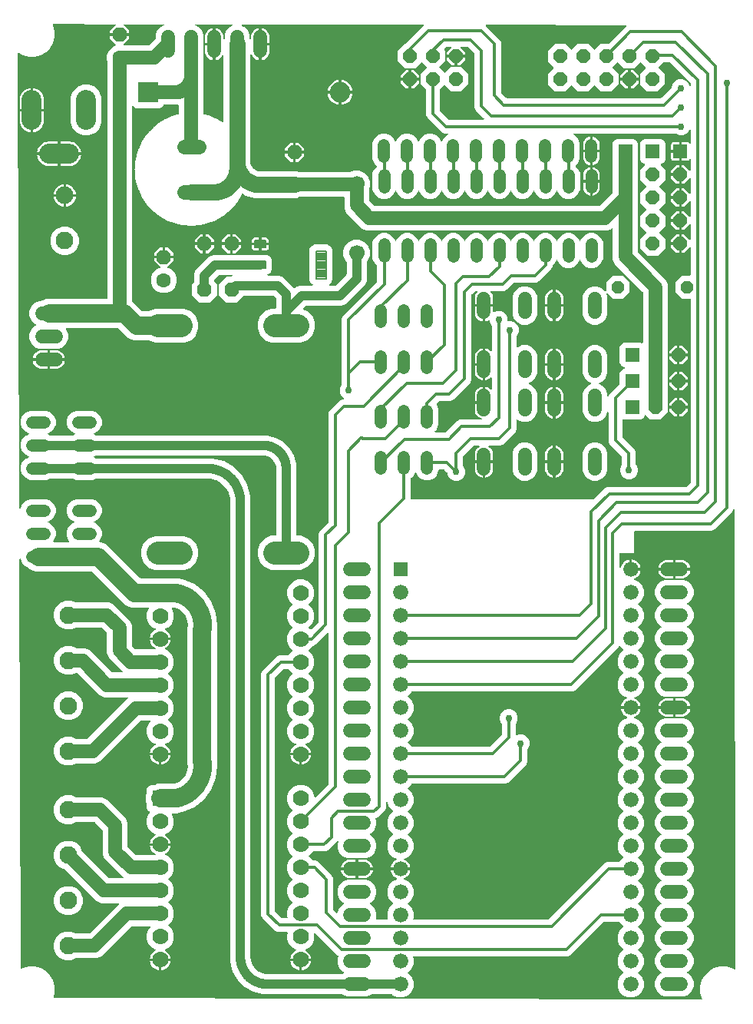
<source format=gbr>
G04 EAGLE Gerber RS-274X export*
G75*
%MOMM*%
%FSLAX34Y34*%
%LPD*%
%INTop Copper*%
%IPPOS*%
%AMOC8*
5,1,8,0,0,1.08239X$1,22.5*%
G01*
%ADD10C,2.184400*%
%ADD11C,1.950000*%
%ADD12P,1.732040X8X112.500000*%
%ADD13C,1.600200*%
%ADD14C,1.650000*%
%ADD15R,2.250000X2.250000*%
%ADD16C,2.250000*%
%ADD17R,1.778000X1.778000*%
%ADD18C,1.778000*%
%ADD19R,1.560000X1.560000*%
%ADD20C,1.676400*%
%ADD21C,1.320800*%
%ADD22C,2.540000*%
%ADD23C,1.524000*%
%ADD24P,1.632244X8X202.500000*%
%ADD25R,1.524000X1.524000*%
%ADD26P,1.649562X8X22.500000*%
%ADD27P,1.649562X8X112.500000*%
%ADD28C,1.508000*%
%ADD29C,0.139500*%
%ADD30C,0.196500*%
%ADD31P,1.732040X8X292.500000*%
%ADD32C,1.700000*%
%ADD33P,1.429621X8X22.500000*%
%ADD34C,1.500000*%
%ADD35C,2.000000*%
%ADD36C,1.750000*%
%ADD37C,0.756400*%
%ADD38C,1.000000*%
%ADD39C,0.304800*%

G36*
X770332Y16477D02*
X770332Y16477D01*
X770428Y16485D01*
X770453Y16496D01*
X770479Y16500D01*
X770565Y16545D01*
X770653Y16584D01*
X770673Y16602D01*
X770697Y16615D01*
X770764Y16685D01*
X770835Y16749D01*
X770848Y16773D01*
X770867Y16793D01*
X770908Y16880D01*
X770955Y16964D01*
X770960Y16991D01*
X770971Y17015D01*
X770982Y17111D01*
X771000Y17206D01*
X770996Y17233D01*
X770999Y17260D01*
X770979Y17354D01*
X770965Y17449D01*
X770952Y17481D01*
X770948Y17500D01*
X770931Y17529D01*
X770898Y17603D01*
X770604Y18112D01*
X768889Y24512D01*
X768889Y31137D01*
X770604Y37536D01*
X773916Y43273D01*
X778601Y47958D01*
X784338Y51270D01*
X790738Y52985D01*
X797363Y52985D01*
X803762Y51270D01*
X806710Y49568D01*
X806800Y49534D01*
X806887Y49494D01*
X806914Y49491D01*
X806940Y49481D01*
X807036Y49478D01*
X807132Y49467D01*
X807158Y49473D01*
X807186Y49472D01*
X807278Y49499D01*
X807372Y49520D01*
X807395Y49534D01*
X807422Y49542D01*
X807500Y49597D01*
X807583Y49647D01*
X807600Y49668D01*
X807623Y49683D01*
X807680Y49761D01*
X807742Y49834D01*
X807752Y49859D01*
X807769Y49881D01*
X807798Y49973D01*
X807834Y50062D01*
X807837Y50096D01*
X807843Y50116D01*
X807843Y50149D01*
X807852Y50229D01*
X806761Y555952D01*
X806745Y556048D01*
X806736Y556144D01*
X806725Y556168D01*
X806720Y556195D01*
X806675Y556280D01*
X806636Y556368D01*
X806617Y556388D01*
X806605Y556412D01*
X806535Y556479D01*
X806469Y556550D01*
X806446Y556563D01*
X806426Y556581D01*
X806338Y556622D01*
X806254Y556668D01*
X806227Y556673D01*
X806203Y556684D01*
X806107Y556695D01*
X806012Y556712D01*
X805985Y556708D01*
X805958Y556711D01*
X805864Y556690D01*
X805768Y556676D01*
X805744Y556664D01*
X805718Y556658D01*
X805635Y556608D01*
X805549Y556565D01*
X805530Y556545D01*
X805507Y556531D01*
X805444Y556458D01*
X805377Y556389D01*
X805361Y556359D01*
X805348Y556344D01*
X805335Y556314D01*
X805296Y556242D01*
X804541Y554418D01*
X784532Y534409D01*
X781731Y533249D01*
X697024Y533249D01*
X697004Y533246D01*
X696985Y533248D01*
X696883Y533226D01*
X696781Y533210D01*
X696764Y533200D01*
X696744Y533196D01*
X696655Y533143D01*
X696564Y533094D01*
X696550Y533080D01*
X696533Y533070D01*
X696466Y532991D01*
X696394Y532916D01*
X696386Y532898D01*
X696373Y532883D01*
X696334Y532787D01*
X696291Y532693D01*
X696289Y532673D01*
X696281Y532655D01*
X696263Y532488D01*
X696263Y509184D01*
X695816Y508737D01*
X680757Y508737D01*
X680737Y508734D01*
X680718Y508736D01*
X680616Y508714D01*
X680514Y508698D01*
X680497Y508688D01*
X680477Y508684D01*
X680388Y508631D01*
X680297Y508582D01*
X680283Y508568D01*
X680266Y508558D01*
X680199Y508479D01*
X680127Y508404D01*
X680119Y508386D01*
X680106Y508371D01*
X680067Y508275D01*
X680024Y508181D01*
X680022Y508161D01*
X680014Y508143D01*
X679996Y507976D01*
X679996Y492796D01*
X680006Y492733D01*
X680006Y492670D01*
X680026Y492613D01*
X680035Y492554D01*
X680065Y492497D01*
X680086Y492437D01*
X680123Y492389D01*
X680151Y492336D01*
X680197Y492292D01*
X680236Y492242D01*
X680285Y492208D01*
X680329Y492167D01*
X680387Y492140D01*
X680440Y492104D01*
X680498Y492089D01*
X680552Y492063D01*
X680616Y492056D01*
X680677Y492039D01*
X680737Y492043D01*
X680796Y492036D01*
X680859Y492050D01*
X680923Y492053D01*
X680978Y492076D01*
X681037Y492089D01*
X681092Y492121D01*
X681151Y492145D01*
X681197Y492184D01*
X681248Y492215D01*
X681289Y492263D01*
X681338Y492305D01*
X681369Y492356D01*
X681408Y492402D01*
X681432Y492461D01*
X681465Y492516D01*
X681487Y492599D01*
X681500Y492630D01*
X681502Y492654D01*
X681509Y492677D01*
X681602Y493266D01*
X682133Y494901D01*
X682914Y496433D01*
X683924Y497824D01*
X685140Y499039D01*
X686531Y500050D01*
X688063Y500830D01*
X689698Y501362D01*
X690733Y501526D01*
X690733Y491470D01*
X690735Y491455D01*
X690734Y491442D01*
X690734Y491438D01*
X690734Y491431D01*
X690756Y491329D01*
X690772Y491227D01*
X690782Y491210D01*
X690786Y491190D01*
X690839Y491101D01*
X690887Y491010D01*
X690902Y490996D01*
X690912Y490979D01*
X690991Y490912D01*
X691066Y490841D01*
X691084Y490832D01*
X691099Y490819D01*
X691195Y490781D01*
X691289Y490737D01*
X691309Y490735D01*
X691327Y490727D01*
X691494Y490709D01*
X692257Y490709D01*
X692257Y489946D01*
X692259Y489931D01*
X692258Y489919D01*
X692259Y489915D01*
X692258Y489907D01*
X692280Y489805D01*
X692296Y489703D01*
X692306Y489686D01*
X692310Y489666D01*
X692363Y489577D01*
X692412Y489486D01*
X692426Y489472D01*
X692436Y489455D01*
X692515Y489388D01*
X692590Y489317D01*
X692608Y489308D01*
X692623Y489295D01*
X692719Y489256D01*
X692813Y489213D01*
X692833Y489211D01*
X692851Y489203D01*
X693018Y489185D01*
X703073Y489185D01*
X702910Y488150D01*
X702378Y486515D01*
X701598Y484983D01*
X700587Y483592D01*
X699372Y482377D01*
X697981Y481366D01*
X696467Y480595D01*
X696433Y480570D01*
X696394Y480553D01*
X696334Y480497D01*
X696268Y480449D01*
X696244Y480415D01*
X696213Y480386D01*
X696174Y480315D01*
X696127Y480248D01*
X696115Y480208D01*
X696095Y480171D01*
X696080Y480090D01*
X696057Y480012D01*
X696058Y479970D01*
X696051Y479929D01*
X696063Y479848D01*
X696066Y479766D01*
X696081Y479727D01*
X696087Y479685D01*
X696124Y479612D01*
X696153Y479536D01*
X696179Y479504D01*
X696198Y479466D01*
X696257Y479409D01*
X696308Y479346D01*
X696344Y479323D01*
X696374Y479294D01*
X696510Y479219D01*
X696517Y479215D01*
X696518Y479214D01*
X696521Y479213D01*
X700457Y477582D01*
X704530Y473510D01*
X706735Y468188D01*
X706735Y462428D01*
X704530Y457106D01*
X700570Y453146D01*
X700558Y453130D01*
X700543Y453118D01*
X700487Y453030D01*
X700427Y452947D01*
X700421Y452928D01*
X700410Y452911D01*
X700385Y452810D01*
X700354Y452711D01*
X700355Y452692D01*
X700350Y452672D01*
X700358Y452569D01*
X700361Y452466D01*
X700367Y452447D01*
X700369Y452427D01*
X700409Y452332D01*
X700445Y452235D01*
X700458Y452219D01*
X700465Y452201D01*
X700570Y452070D01*
X704530Y448110D01*
X706735Y442788D01*
X706735Y437028D01*
X704530Y431706D01*
X700570Y427746D01*
X700558Y427730D01*
X700543Y427718D01*
X700487Y427630D01*
X700427Y427547D01*
X700421Y427528D01*
X700410Y427511D01*
X700385Y427410D01*
X700354Y427311D01*
X700355Y427292D01*
X700350Y427272D01*
X700358Y427169D01*
X700361Y427066D01*
X700367Y427047D01*
X700369Y427027D01*
X700409Y426932D01*
X700445Y426835D01*
X700458Y426819D01*
X700465Y426801D01*
X700570Y426670D01*
X704530Y422710D01*
X706735Y417388D01*
X706735Y411628D01*
X704530Y406306D01*
X700570Y402346D01*
X700558Y402330D01*
X700543Y402318D01*
X700487Y402230D01*
X700427Y402147D01*
X700421Y402128D01*
X700410Y402111D01*
X700385Y402010D01*
X700354Y401911D01*
X700355Y401892D01*
X700350Y401872D01*
X700358Y401769D01*
X700361Y401666D01*
X700367Y401647D01*
X700369Y401627D01*
X700409Y401532D01*
X700445Y401435D01*
X700458Y401419D01*
X700465Y401401D01*
X700570Y401270D01*
X704530Y397310D01*
X706735Y391988D01*
X706735Y386228D01*
X704530Y380906D01*
X700570Y376946D01*
X700558Y376930D01*
X700543Y376918D01*
X700487Y376830D01*
X700427Y376747D01*
X700421Y376728D01*
X700410Y376711D01*
X700385Y376610D01*
X700354Y376511D01*
X700355Y376492D01*
X700350Y376472D01*
X700358Y376369D01*
X700361Y376266D01*
X700367Y376247D01*
X700369Y376227D01*
X700409Y376132D01*
X700445Y376035D01*
X700458Y376019D01*
X700465Y376001D01*
X700570Y375870D01*
X704530Y371910D01*
X706735Y366588D01*
X706735Y360828D01*
X704530Y355506D01*
X700457Y351434D01*
X696521Y349803D01*
X696485Y349781D01*
X696446Y349767D01*
X696381Y349716D01*
X696312Y349673D01*
X696285Y349641D01*
X696252Y349615D01*
X696207Y349547D01*
X696155Y349484D01*
X696140Y349445D01*
X696117Y349410D01*
X696096Y349331D01*
X696067Y349254D01*
X696065Y349212D01*
X696054Y349172D01*
X696060Y349090D01*
X696056Y349009D01*
X696068Y348968D01*
X696071Y348926D01*
X696102Y348851D01*
X696125Y348772D01*
X696149Y348738D01*
X696165Y348699D01*
X696218Y348638D01*
X696265Y348570D01*
X696299Y348545D01*
X696326Y348514D01*
X696456Y348429D01*
X696463Y348423D01*
X696464Y348423D01*
X696467Y348421D01*
X697981Y347650D01*
X699372Y346639D01*
X700587Y345424D01*
X701598Y344033D01*
X702378Y342501D01*
X702910Y340866D01*
X703073Y339831D01*
X693018Y339831D01*
X692998Y339828D01*
X692978Y339830D01*
X692877Y339808D01*
X692775Y339791D01*
X692758Y339782D01*
X692738Y339778D01*
X692649Y339725D01*
X692558Y339676D01*
X692544Y339662D01*
X692527Y339652D01*
X692460Y339573D01*
X692388Y339498D01*
X692380Y339480D01*
X692367Y339465D01*
X692328Y339369D01*
X692285Y339275D01*
X692283Y339255D01*
X692275Y339237D01*
X692257Y339070D01*
X692257Y337546D01*
X692260Y337526D01*
X692258Y337507D01*
X692280Y337405D01*
X692296Y337303D01*
X692306Y337286D01*
X692310Y337266D01*
X692363Y337177D01*
X692412Y337086D01*
X692426Y337072D01*
X692436Y337055D01*
X692515Y336988D01*
X692590Y336917D01*
X692608Y336908D01*
X692623Y336895D01*
X692719Y336856D01*
X692813Y336813D01*
X692833Y336811D01*
X692851Y336803D01*
X693018Y336785D01*
X703073Y336785D01*
X702910Y335750D01*
X702378Y334115D01*
X701598Y332583D01*
X700587Y331192D01*
X699372Y329977D01*
X697981Y328966D01*
X696467Y328195D01*
X696433Y328170D01*
X696394Y328153D01*
X696334Y328097D01*
X696268Y328049D01*
X696244Y328015D01*
X696213Y327986D01*
X696174Y327915D01*
X696127Y327848D01*
X696115Y327808D01*
X696095Y327771D01*
X696080Y327690D01*
X696057Y327612D01*
X696058Y327570D01*
X696051Y327529D01*
X696063Y327448D01*
X696066Y327366D01*
X696081Y327327D01*
X696087Y327285D01*
X696124Y327212D01*
X696153Y327136D01*
X696179Y327104D01*
X696198Y327066D01*
X696257Y327009D01*
X696308Y326946D01*
X696344Y326923D01*
X696374Y326894D01*
X696510Y326819D01*
X696517Y326815D01*
X696518Y326814D01*
X696521Y326813D01*
X700457Y325182D01*
X704530Y321110D01*
X706735Y315788D01*
X706735Y310028D01*
X704530Y304706D01*
X700570Y300746D01*
X700558Y300730D01*
X700543Y300718D01*
X700487Y300630D01*
X700427Y300547D01*
X700421Y300528D01*
X700410Y300511D01*
X700385Y300410D01*
X700354Y300311D01*
X700355Y300292D01*
X700350Y300272D01*
X700358Y300169D01*
X700361Y300066D01*
X700367Y300047D01*
X700369Y300027D01*
X700409Y299932D01*
X700445Y299835D01*
X700458Y299819D01*
X700465Y299801D01*
X700570Y299670D01*
X704530Y295710D01*
X706735Y290388D01*
X706735Y284628D01*
X704530Y279306D01*
X700570Y275346D01*
X700558Y275330D01*
X700543Y275318D01*
X700487Y275230D01*
X700427Y275147D01*
X700421Y275128D01*
X700410Y275111D01*
X700385Y275010D01*
X700354Y274911D01*
X700355Y274892D01*
X700350Y274872D01*
X700358Y274769D01*
X700361Y274666D01*
X700367Y274647D01*
X700369Y274627D01*
X700409Y274532D01*
X700445Y274435D01*
X700458Y274419D01*
X700465Y274401D01*
X700570Y274270D01*
X704530Y270310D01*
X706735Y264988D01*
X706735Y259228D01*
X704530Y253906D01*
X700570Y249946D01*
X700558Y249930D01*
X700543Y249918D01*
X700497Y249847D01*
X700483Y249832D01*
X700475Y249813D01*
X700427Y249747D01*
X700421Y249728D01*
X700410Y249711D01*
X700390Y249631D01*
X700380Y249609D01*
X700377Y249585D01*
X700354Y249511D01*
X700355Y249492D01*
X700350Y249472D01*
X700356Y249395D01*
X700352Y249364D01*
X700359Y249335D01*
X700361Y249266D01*
X700367Y249247D01*
X700369Y249227D01*
X700396Y249163D01*
X700405Y249124D01*
X700424Y249091D01*
X700445Y249035D01*
X700458Y249019D01*
X700465Y249001D01*
X700517Y248936D01*
X700531Y248913D01*
X700546Y248900D01*
X700570Y248870D01*
X704530Y244910D01*
X706735Y239588D01*
X706735Y233828D01*
X704530Y228506D01*
X700570Y224546D01*
X700558Y224530D01*
X700543Y224518D01*
X700487Y224430D01*
X700427Y224347D01*
X700421Y224328D01*
X700410Y224311D01*
X700385Y224210D01*
X700354Y224111D01*
X700355Y224092D01*
X700350Y224072D01*
X700358Y223969D01*
X700361Y223866D01*
X700367Y223847D01*
X700369Y223827D01*
X700409Y223732D01*
X700445Y223635D01*
X700458Y223619D01*
X700465Y223601D01*
X700570Y223470D01*
X704530Y219510D01*
X706735Y214188D01*
X706735Y208428D01*
X704530Y203106D01*
X700570Y199146D01*
X700558Y199130D01*
X700543Y199118D01*
X700487Y199030D01*
X700427Y198947D01*
X700421Y198928D01*
X700410Y198911D01*
X700385Y198810D01*
X700354Y198711D01*
X700355Y198692D01*
X700350Y198672D01*
X700358Y198569D01*
X700361Y198466D01*
X700367Y198447D01*
X700369Y198427D01*
X700409Y198332D01*
X700445Y198235D01*
X700458Y198219D01*
X700465Y198201D01*
X700570Y198070D01*
X704530Y194110D01*
X706735Y188788D01*
X706735Y183028D01*
X704530Y177706D01*
X700570Y173746D01*
X700558Y173730D01*
X700543Y173718D01*
X700487Y173630D01*
X700427Y173547D01*
X700421Y173528D01*
X700410Y173511D01*
X700385Y173410D01*
X700354Y173311D01*
X700355Y173292D01*
X700350Y173272D01*
X700358Y173169D01*
X700361Y173066D01*
X700367Y173047D01*
X700369Y173027D01*
X700409Y172932D01*
X700445Y172835D01*
X700458Y172819D01*
X700465Y172801D01*
X700570Y172670D01*
X704530Y168710D01*
X706735Y163388D01*
X706735Y157628D01*
X704530Y152306D01*
X700570Y148346D01*
X700558Y148330D01*
X700543Y148318D01*
X700487Y148230D01*
X700427Y148147D01*
X700421Y148128D01*
X700410Y148111D01*
X700385Y148010D01*
X700354Y147911D01*
X700355Y147892D01*
X700350Y147872D01*
X700358Y147769D01*
X700361Y147666D01*
X700367Y147647D01*
X700369Y147627D01*
X700409Y147532D01*
X700445Y147435D01*
X700458Y147419D01*
X700465Y147401D01*
X700570Y147270D01*
X704530Y143310D01*
X706735Y137988D01*
X706735Y132228D01*
X704530Y126906D01*
X700570Y122946D01*
X700558Y122930D01*
X700543Y122918D01*
X700487Y122830D01*
X700427Y122747D01*
X700421Y122728D01*
X700410Y122711D01*
X700385Y122610D01*
X700354Y122511D01*
X700355Y122492D01*
X700350Y122472D01*
X700358Y122369D01*
X700361Y122266D01*
X700367Y122247D01*
X700369Y122227D01*
X700409Y122132D01*
X700445Y122035D01*
X700458Y122019D01*
X700465Y122001D01*
X700570Y121870D01*
X704530Y117910D01*
X706735Y112588D01*
X706735Y106828D01*
X704530Y101506D01*
X700570Y97546D01*
X700558Y97530D01*
X700543Y97518D01*
X700487Y97430D01*
X700427Y97347D01*
X700421Y97328D01*
X700410Y97311D01*
X700385Y97210D01*
X700354Y97111D01*
X700355Y97092D01*
X700350Y97072D01*
X700358Y96969D01*
X700361Y96866D01*
X700367Y96847D01*
X700369Y96827D01*
X700409Y96732D01*
X700445Y96635D01*
X700458Y96619D01*
X700465Y96601D01*
X700570Y96470D01*
X704530Y92510D01*
X706735Y87188D01*
X706735Y81428D01*
X704530Y76106D01*
X700570Y72146D01*
X700558Y72130D01*
X700543Y72118D01*
X700487Y72030D01*
X700427Y71947D01*
X700421Y71928D01*
X700410Y71911D01*
X700385Y71810D01*
X700354Y71711D01*
X700355Y71692D01*
X700350Y71672D01*
X700358Y71569D01*
X700361Y71466D01*
X700367Y71447D01*
X700369Y71427D01*
X700409Y71332D01*
X700445Y71235D01*
X700458Y71219D01*
X700465Y71201D01*
X700570Y71070D01*
X704530Y67110D01*
X706735Y61788D01*
X706735Y56028D01*
X704530Y50706D01*
X700570Y46746D01*
X700558Y46730D01*
X700543Y46718D01*
X700487Y46630D01*
X700427Y46547D01*
X700421Y46528D01*
X700410Y46511D01*
X700385Y46410D01*
X700354Y46311D01*
X700355Y46292D01*
X700350Y46272D01*
X700358Y46169D01*
X700361Y46066D01*
X700367Y46047D01*
X700369Y46027D01*
X700409Y45932D01*
X700445Y45835D01*
X700458Y45819D01*
X700465Y45801D01*
X700570Y45670D01*
X704530Y41710D01*
X706735Y36388D01*
X706735Y30628D01*
X704530Y25306D01*
X700457Y21234D01*
X695136Y19029D01*
X689376Y19029D01*
X684054Y21234D01*
X679981Y25306D01*
X677777Y30628D01*
X677777Y36388D01*
X679981Y41710D01*
X683942Y45670D01*
X683953Y45686D01*
X683969Y45698D01*
X684025Y45786D01*
X684085Y45869D01*
X684091Y45888D01*
X684102Y45905D01*
X684127Y46006D01*
X684157Y46105D01*
X684157Y46124D01*
X684162Y46144D01*
X684154Y46247D01*
X684151Y46350D01*
X684144Y46369D01*
X684143Y46389D01*
X684102Y46484D01*
X684067Y46581D01*
X684054Y46597D01*
X684046Y46615D01*
X683942Y46746D01*
X679981Y50706D01*
X677777Y56028D01*
X677777Y61788D01*
X679981Y67110D01*
X683942Y71070D01*
X683953Y71086D01*
X683969Y71098D01*
X684025Y71186D01*
X684085Y71269D01*
X684091Y71288D01*
X684102Y71305D01*
X684127Y71406D01*
X684157Y71505D01*
X684157Y71524D01*
X684162Y71544D01*
X684154Y71647D01*
X684151Y71750D01*
X684144Y71769D01*
X684143Y71789D01*
X684102Y71884D01*
X684067Y71981D01*
X684054Y71997D01*
X684046Y72015D01*
X683942Y72146D01*
X679981Y76106D01*
X677777Y81428D01*
X677777Y87188D01*
X679981Y92510D01*
X683942Y96470D01*
X683953Y96486D01*
X683969Y96498D01*
X684025Y96586D01*
X684085Y96669D01*
X684091Y96688D01*
X684102Y96705D01*
X684127Y96806D01*
X684157Y96905D01*
X684157Y96924D01*
X684162Y96944D01*
X684154Y97047D01*
X684151Y97150D01*
X684144Y97169D01*
X684143Y97189D01*
X684102Y97284D01*
X684067Y97381D01*
X684054Y97397D01*
X684046Y97415D01*
X683942Y97546D01*
X679981Y101506D01*
X679935Y101617D01*
X679874Y101717D01*
X679814Y101817D01*
X679809Y101821D01*
X679806Y101826D01*
X679716Y101901D01*
X679627Y101977D01*
X679621Y101979D01*
X679616Y101983D01*
X679508Y102025D01*
X679399Y102069D01*
X679391Y102070D01*
X679387Y102071D01*
X679368Y102072D01*
X679232Y102087D01*
X662670Y102087D01*
X662580Y102073D01*
X662489Y102065D01*
X662459Y102053D01*
X662427Y102048D01*
X662346Y102005D01*
X662263Y101969D01*
X662230Y101943D01*
X662210Y101932D01*
X662188Y101909D01*
X662132Y101864D01*
X625377Y65109D01*
X622576Y63949D01*
X452979Y63949D01*
X452933Y63942D01*
X452887Y63944D01*
X452813Y63922D01*
X452736Y63910D01*
X452695Y63888D01*
X452651Y63875D01*
X452587Y63831D01*
X452518Y63794D01*
X452487Y63761D01*
X452449Y63735D01*
X452403Y63672D01*
X452349Y63616D01*
X452330Y63574D01*
X452302Y63538D01*
X452278Y63464D01*
X452245Y63393D01*
X452240Y63347D01*
X452226Y63304D01*
X452227Y63226D01*
X452218Y63149D01*
X452228Y63104D01*
X452229Y63058D01*
X452267Y62926D01*
X452271Y62908D01*
X452273Y62904D01*
X452275Y62897D01*
X452735Y61788D01*
X452735Y56028D01*
X450530Y50706D01*
X446570Y46746D01*
X446558Y46730D01*
X446543Y46718D01*
X446487Y46630D01*
X446427Y46547D01*
X446421Y46528D01*
X446410Y46511D01*
X446385Y46410D01*
X446354Y46311D01*
X446355Y46292D01*
X446350Y46272D01*
X446358Y46169D01*
X446361Y46066D01*
X446367Y46047D01*
X446369Y46027D01*
X446409Y45932D01*
X446445Y45835D01*
X446458Y45819D01*
X446465Y45801D01*
X446570Y45670D01*
X450530Y41710D01*
X452735Y36388D01*
X452735Y30628D01*
X450530Y25306D01*
X446457Y21234D01*
X441136Y19029D01*
X435376Y19029D01*
X430054Y21234D01*
X429116Y22172D01*
X429042Y22225D01*
X428972Y22285D01*
X428942Y22297D01*
X428916Y22316D01*
X428829Y22343D01*
X428744Y22377D01*
X428703Y22381D01*
X428681Y22388D01*
X428649Y22387D01*
X428577Y22395D01*
X406493Y22395D01*
X406403Y22381D01*
X406312Y22373D01*
X406282Y22361D01*
X406250Y22356D01*
X406169Y22313D01*
X406086Y22277D01*
X406053Y22251D01*
X406033Y22240D01*
X406011Y22217D01*
X405955Y22172D01*
X405646Y21864D01*
X400604Y19775D01*
X379907Y19775D01*
X374866Y21864D01*
X374557Y22172D01*
X374483Y22225D01*
X374414Y22285D01*
X374384Y22297D01*
X374357Y22316D01*
X374270Y22343D01*
X374186Y22377D01*
X374145Y22381D01*
X374122Y22388D01*
X374090Y22387D01*
X374019Y22395D01*
X286239Y22395D01*
X275815Y25188D01*
X266469Y30584D01*
X258837Y38216D01*
X253441Y47562D01*
X250648Y57986D01*
X250648Y565352D01*
X250647Y565360D01*
X250647Y565362D01*
X250645Y565371D01*
X250647Y565401D01*
X250435Y568633D01*
X250429Y568656D01*
X250411Y568780D01*
X248738Y575023D01*
X248731Y575037D01*
X248729Y575053D01*
X248662Y575206D01*
X245430Y580803D01*
X245420Y580815D01*
X245414Y580830D01*
X245309Y580961D01*
X240739Y585531D01*
X240727Y585540D01*
X240717Y585552D01*
X240582Y585652D01*
X234985Y588883D01*
X234970Y588889D01*
X234957Y588898D01*
X234801Y588959D01*
X228558Y590632D01*
X228535Y590634D01*
X228411Y590656D01*
X225180Y590868D01*
X225161Y590866D01*
X225130Y590870D01*
X102754Y590870D01*
X102689Y590859D01*
X102624Y590858D01*
X102544Y590835D01*
X102511Y590830D01*
X102494Y590821D01*
X102462Y590812D01*
X98730Y589266D01*
X80469Y589266D01*
X76737Y590812D01*
X76673Y590827D01*
X76612Y590851D01*
X76529Y590860D01*
X76497Y590868D01*
X76478Y590866D01*
X76446Y590870D01*
X51954Y590870D01*
X51889Y590859D01*
X51824Y590858D01*
X51744Y590835D01*
X51711Y590830D01*
X51694Y590821D01*
X51662Y590812D01*
X47930Y589266D01*
X29669Y589266D01*
X25001Y591199D01*
X21429Y594772D01*
X19495Y599440D01*
X19495Y604493D01*
X21429Y609161D01*
X25001Y612734D01*
X27970Y613963D01*
X28031Y614001D01*
X28096Y614030D01*
X28134Y614065D01*
X28179Y614093D01*
X28224Y614148D01*
X28277Y614197D01*
X28302Y614242D01*
X28336Y614282D01*
X28361Y614349D01*
X28396Y614412D01*
X28405Y614463D01*
X28424Y614512D01*
X28427Y614583D01*
X28439Y614654D01*
X28432Y614706D01*
X28434Y614758D01*
X28414Y614826D01*
X28404Y614897D01*
X28380Y614944D01*
X28366Y614994D01*
X28325Y615053D01*
X28292Y615117D01*
X28255Y615153D01*
X28225Y615196D01*
X28168Y615239D01*
X28117Y615289D01*
X28054Y615323D01*
X28028Y615343D01*
X28006Y615350D01*
X27970Y615370D01*
X25001Y616599D01*
X21429Y620172D01*
X19495Y624840D01*
X19495Y629893D01*
X21429Y634561D01*
X25001Y638134D01*
X27970Y639363D01*
X28031Y639401D01*
X28096Y639430D01*
X28134Y639465D01*
X28179Y639493D01*
X28224Y639548D01*
X28277Y639596D01*
X28302Y639642D01*
X28336Y639682D01*
X28361Y639749D01*
X28396Y639812D01*
X28405Y639863D01*
X28424Y639912D01*
X28427Y639983D01*
X28439Y640054D01*
X28432Y640106D01*
X28434Y640158D01*
X28414Y640226D01*
X28404Y640297D01*
X28380Y640344D01*
X28366Y640394D01*
X28325Y640453D01*
X28292Y640517D01*
X28255Y640553D01*
X28225Y640596D01*
X28168Y640639D01*
X28117Y640689D01*
X28054Y640723D01*
X28028Y640743D01*
X28006Y640750D01*
X27970Y640770D01*
X25001Y641999D01*
X21429Y645572D01*
X19495Y650240D01*
X19495Y655293D01*
X21429Y659961D01*
X25001Y663534D01*
X29669Y665467D01*
X47930Y665467D01*
X52598Y663534D01*
X56171Y659961D01*
X58104Y655293D01*
X58104Y650240D01*
X56171Y645572D01*
X52598Y641999D01*
X49630Y640770D01*
X49569Y640732D01*
X49503Y640703D01*
X49465Y640668D01*
X49421Y640640D01*
X49375Y640585D01*
X49322Y640536D01*
X49297Y640491D01*
X49264Y640451D01*
X49238Y640384D01*
X49204Y640321D01*
X49194Y640270D01*
X49176Y640221D01*
X49173Y640149D01*
X49160Y640079D01*
X49167Y640027D01*
X49165Y639975D01*
X49185Y639906D01*
X49196Y639835D01*
X49219Y639789D01*
X49234Y639739D01*
X49275Y639680D01*
X49307Y639616D01*
X49344Y639580D01*
X49374Y639537D01*
X49432Y639494D01*
X49483Y639444D01*
X49546Y639409D01*
X49571Y639390D01*
X49594Y639383D01*
X49630Y639363D01*
X51663Y638521D01*
X51726Y638506D01*
X51787Y638482D01*
X51870Y638472D01*
X51902Y638465D01*
X51921Y638467D01*
X51954Y638463D01*
X76445Y638463D01*
X76510Y638474D01*
X76576Y638474D01*
X76656Y638498D01*
X76688Y638503D01*
X76705Y638512D01*
X76737Y638521D01*
X78770Y639363D01*
X78831Y639401D01*
X78896Y639430D01*
X78934Y639465D01*
X78979Y639493D01*
X79024Y639548D01*
X79077Y639596D01*
X79102Y639642D01*
X79136Y639682D01*
X79161Y639749D01*
X79196Y639812D01*
X79205Y639863D01*
X79224Y639912D01*
X79227Y639983D01*
X79239Y640054D01*
X79232Y640106D01*
X79234Y640158D01*
X79214Y640226D01*
X79204Y640297D01*
X79180Y640344D01*
X79166Y640394D01*
X79125Y640453D01*
X79092Y640517D01*
X79055Y640553D01*
X79025Y640596D01*
X78968Y640639D01*
X78917Y640689D01*
X78854Y640723D01*
X78828Y640743D01*
X78806Y640750D01*
X78770Y640770D01*
X75801Y641999D01*
X72229Y645572D01*
X70295Y650240D01*
X70295Y655293D01*
X72229Y659961D01*
X75801Y663534D01*
X80469Y665467D01*
X98730Y665467D01*
X103398Y663534D01*
X106971Y659961D01*
X108904Y655293D01*
X108904Y650240D01*
X106971Y645572D01*
X103398Y641999D01*
X100430Y640770D01*
X100369Y640732D01*
X100303Y640703D01*
X100265Y640668D01*
X100221Y640640D01*
X100175Y640585D01*
X100122Y640536D01*
X100097Y640491D01*
X100064Y640451D01*
X100038Y640384D01*
X100004Y640321D01*
X99994Y640270D01*
X99976Y640221D01*
X99973Y640149D01*
X99960Y640079D01*
X99967Y640027D01*
X99965Y639975D01*
X99985Y639906D01*
X99996Y639835D01*
X100019Y639789D01*
X100034Y639739D01*
X100075Y639680D01*
X100107Y639616D01*
X100144Y639580D01*
X100174Y639537D01*
X100232Y639494D01*
X100283Y639444D01*
X100346Y639409D01*
X100371Y639390D01*
X100394Y639383D01*
X100430Y639363D01*
X102463Y638521D01*
X102526Y638506D01*
X102587Y638482D01*
X102670Y638472D01*
X102702Y638465D01*
X102721Y638467D01*
X102754Y638463D01*
X291608Y638463D01*
X300891Y635976D01*
X309213Y631171D01*
X316008Y624376D01*
X320813Y616054D01*
X323300Y606771D01*
X323300Y528533D01*
X323303Y528514D01*
X323301Y528494D01*
X323323Y528393D01*
X323340Y528291D01*
X323349Y528273D01*
X323353Y528254D01*
X323407Y528165D01*
X323455Y528073D01*
X323469Y528060D01*
X323480Y528042D01*
X323558Y527975D01*
X323633Y527904D01*
X323651Y527895D01*
X323666Y527883D01*
X323763Y527844D01*
X323856Y527800D01*
X323876Y527798D01*
X323895Y527791D01*
X324061Y527772D01*
X328642Y527772D01*
X335551Y524910D01*
X340838Y519623D01*
X343700Y512714D01*
X343700Y505236D01*
X340838Y498328D01*
X335551Y493040D01*
X328642Y490179D01*
X295764Y490179D01*
X288856Y493040D01*
X283568Y498328D01*
X280707Y505236D01*
X280707Y512714D01*
X283568Y519623D01*
X288856Y524910D01*
X295764Y527772D01*
X300345Y527772D01*
X300365Y527775D01*
X300385Y527773D01*
X300486Y527795D01*
X300588Y527812D01*
X300606Y527821D01*
X300625Y527825D01*
X300714Y527879D01*
X300805Y527927D01*
X300819Y527941D01*
X300836Y527952D01*
X300904Y528030D01*
X300975Y528105D01*
X300983Y528123D01*
X300996Y528138D01*
X301035Y528235D01*
X301078Y528328D01*
X301081Y528348D01*
X301088Y528367D01*
X301107Y528533D01*
X301107Y601966D01*
X301104Y601985D01*
X301105Y602016D01*
X300989Y603784D01*
X300984Y603807D01*
X300965Y603931D01*
X300050Y607346D01*
X300043Y607360D01*
X300041Y607376D01*
X299974Y607529D01*
X298206Y610591D01*
X298196Y610603D01*
X298190Y610618D01*
X298104Y610725D01*
X298103Y610727D01*
X298101Y610728D01*
X298085Y610749D01*
X295585Y613248D01*
X295573Y613257D01*
X295563Y613270D01*
X295428Y613369D01*
X292366Y615137D01*
X292352Y615142D01*
X292339Y615152D01*
X292183Y615213D01*
X288768Y616128D01*
X288744Y616130D01*
X288621Y616152D01*
X286853Y616268D01*
X286834Y616266D01*
X286803Y616270D01*
X102754Y616270D01*
X102689Y616259D01*
X102624Y616258D01*
X102544Y616235D01*
X102511Y616230D01*
X102494Y616221D01*
X102463Y616212D01*
X100430Y615370D01*
X100369Y615332D01*
X100303Y615303D01*
X100265Y615268D01*
X100221Y615240D01*
X100175Y615185D01*
X100122Y615136D01*
X100097Y615091D01*
X100064Y615051D01*
X100038Y614984D01*
X100004Y614921D01*
X99994Y614870D01*
X99976Y614821D01*
X99973Y614749D01*
X99960Y614679D01*
X99967Y614627D01*
X99965Y614575D01*
X99985Y614506D01*
X99996Y614435D01*
X100019Y614389D01*
X100034Y614339D01*
X100075Y614280D01*
X100107Y614216D01*
X100144Y614180D01*
X100174Y614137D01*
X100232Y614094D01*
X100283Y614044D01*
X100346Y614009D01*
X100371Y613990D01*
X100394Y613983D01*
X100430Y613963D01*
X102462Y613121D01*
X102526Y613106D01*
X102587Y613082D01*
X102670Y613072D01*
X102702Y613065D01*
X102721Y613067D01*
X102754Y613063D01*
X231411Y613063D01*
X243546Y609812D01*
X254426Y603530D01*
X263309Y594647D01*
X269590Y583768D01*
X272842Y571633D01*
X272842Y63382D01*
X272845Y63363D01*
X272843Y63332D01*
X272998Y60979D01*
X273003Y60955D01*
X273022Y60831D01*
X274240Y56284D01*
X274247Y56270D01*
X274249Y56254D01*
X274316Y56101D01*
X276670Y52024D01*
X276680Y52012D01*
X276686Y51997D01*
X276791Y51867D01*
X280120Y48538D01*
X280132Y48529D01*
X280142Y48516D01*
X280277Y48417D01*
X284354Y46063D01*
X284369Y46058D01*
X284381Y46048D01*
X284537Y45987D01*
X289084Y44769D01*
X289108Y44767D01*
X289232Y44745D01*
X291585Y44590D01*
X291604Y44592D01*
X291635Y44589D01*
X374019Y44589D01*
X374109Y44603D01*
X374200Y44611D01*
X374230Y44623D01*
X374262Y44628D01*
X374342Y44671D01*
X374426Y44707D01*
X374458Y44733D01*
X374479Y44744D01*
X374501Y44767D01*
X374557Y44812D01*
X374866Y45120D01*
X375755Y45489D01*
X375816Y45526D01*
X375881Y45556D01*
X375920Y45591D01*
X375964Y45618D01*
X376010Y45673D01*
X376062Y45722D01*
X376088Y45768D01*
X376121Y45808D01*
X376146Y45875D01*
X376181Y45938D01*
X376190Y45989D01*
X376209Y46037D01*
X376212Y46109D01*
X376225Y46180D01*
X376217Y46231D01*
X376219Y46283D01*
X376199Y46352D01*
X376189Y46423D01*
X376165Y46469D01*
X376151Y46519D01*
X376110Y46578D01*
X376077Y46642D01*
X376040Y46679D01*
X376011Y46721D01*
X375953Y46764D01*
X375902Y46814D01*
X375839Y46849D01*
X375813Y46868D01*
X375791Y46875D01*
X375755Y46895D01*
X374866Y47264D01*
X371007Y51122D01*
X368919Y56164D01*
X368919Y61620D01*
X369855Y63881D01*
X369860Y63900D01*
X369869Y63918D01*
X369888Y64020D01*
X369911Y64120D01*
X369910Y64140D01*
X369913Y64160D01*
X369898Y64262D01*
X369888Y64365D01*
X369880Y64383D01*
X369877Y64403D01*
X369830Y64495D01*
X369788Y64590D01*
X369775Y64604D01*
X369766Y64622D01*
X369692Y64695D01*
X369622Y64771D01*
X369605Y64781D01*
X369590Y64795D01*
X369443Y64875D01*
X368878Y65109D01*
X366628Y67360D01*
X366627Y67360D01*
X344344Y89643D01*
X344265Y89700D01*
X344190Y89762D01*
X344166Y89772D01*
X344145Y89787D01*
X344052Y89815D01*
X343961Y89850D01*
X343935Y89851D01*
X343910Y89859D01*
X343812Y89857D01*
X343715Y89861D01*
X343690Y89853D01*
X343664Y89853D01*
X343572Y89819D01*
X343479Y89792D01*
X343457Y89777D01*
X343433Y89768D01*
X343357Y89707D01*
X343277Y89652D01*
X343261Y89631D01*
X343241Y89615D01*
X343188Y89532D01*
X343130Y89455D01*
X343122Y89430D01*
X343108Y89408D01*
X343084Y89313D01*
X343054Y89221D01*
X343054Y89194D01*
X343048Y89169D01*
X343055Y89072D01*
X343056Y88975D01*
X343065Y88943D01*
X343067Y88924D01*
X343080Y88894D01*
X343103Y88814D01*
X343166Y88661D01*
X343166Y82698D01*
X340885Y77190D01*
X336669Y72974D01*
X333657Y71727D01*
X333621Y71705D01*
X333582Y71691D01*
X333517Y71640D01*
X333448Y71597D01*
X333421Y71565D01*
X333388Y71539D01*
X333343Y71471D01*
X333291Y71408D01*
X333276Y71369D01*
X333253Y71333D01*
X333232Y71254D01*
X333203Y71178D01*
X333201Y71136D01*
X333191Y71096D01*
X333196Y71014D01*
X333193Y70932D01*
X333204Y70892D01*
X333207Y70850D01*
X333238Y70775D01*
X333261Y70696D01*
X333285Y70662D01*
X333301Y70623D01*
X333355Y70561D01*
X333401Y70494D01*
X333435Y70469D01*
X333463Y70437D01*
X333592Y70352D01*
X333599Y70347D01*
X333601Y70347D01*
X333603Y70345D01*
X334171Y70056D01*
X335626Y68998D01*
X336898Y67726D01*
X337956Y66270D01*
X338773Y64667D01*
X339329Y62956D01*
X339512Y61803D01*
X328942Y61803D01*
X328922Y61799D01*
X328902Y61802D01*
X328801Y61780D01*
X328699Y61763D01*
X328681Y61754D01*
X328662Y61749D01*
X328573Y61696D01*
X328482Y61648D01*
X328468Y61633D01*
X328451Y61623D01*
X328383Y61545D01*
X328312Y61470D01*
X328304Y61451D01*
X328291Y61436D01*
X328252Y61340D01*
X328209Y61246D01*
X328206Y61227D01*
X328199Y61208D01*
X328180Y61041D01*
X328180Y60279D01*
X328179Y60279D01*
X328179Y61041D01*
X328175Y61061D01*
X328178Y61081D01*
X328156Y61182D01*
X328139Y61284D01*
X328130Y61302D01*
X328125Y61321D01*
X328072Y61410D01*
X328024Y61502D01*
X328009Y61515D01*
X327999Y61532D01*
X327920Y61600D01*
X327845Y61671D01*
X327827Y61679D01*
X327812Y61692D01*
X327716Y61731D01*
X327622Y61775D01*
X327603Y61777D01*
X327584Y61784D01*
X327417Y61803D01*
X316848Y61803D01*
X317030Y62956D01*
X317586Y64667D01*
X318403Y66270D01*
X319461Y67726D01*
X320733Y68998D01*
X322189Y70056D01*
X322756Y70345D01*
X322790Y70370D01*
X322829Y70387D01*
X322889Y70442D01*
X322955Y70491D01*
X322979Y70525D01*
X323010Y70554D01*
X323049Y70625D01*
X323096Y70692D01*
X323108Y70732D01*
X323128Y70769D01*
X323143Y70849D01*
X323166Y70928D01*
X323164Y70970D01*
X323172Y71011D01*
X323160Y71092D01*
X323157Y71174D01*
X323142Y71213D01*
X323136Y71254D01*
X323099Y71327D01*
X323070Y71404D01*
X323044Y71436D01*
X323025Y71474D01*
X322966Y71531D01*
X322915Y71594D01*
X322879Y71617D01*
X322849Y71646D01*
X322713Y71721D01*
X322706Y71725D01*
X322704Y71726D01*
X322702Y71727D01*
X319690Y72974D01*
X315474Y77190D01*
X313193Y82698D01*
X313193Y88661D01*
X313672Y89817D01*
X313682Y89861D01*
X313702Y89903D01*
X313710Y89980D01*
X313728Y90056D01*
X313724Y90102D01*
X313729Y90147D01*
X313712Y90224D01*
X313705Y90301D01*
X313686Y90343D01*
X313676Y90388D01*
X313636Y90455D01*
X313605Y90526D01*
X313574Y90560D01*
X313550Y90599D01*
X313491Y90650D01*
X313438Y90707D01*
X313398Y90729D01*
X313363Y90759D01*
X313291Y90788D01*
X313223Y90825D01*
X313178Y90834D01*
X313135Y90851D01*
X312999Y90866D01*
X312981Y90869D01*
X312976Y90868D01*
X312968Y90869D01*
X302904Y90869D01*
X300103Y92029D01*
X285699Y106433D01*
X284539Y109234D01*
X284539Y375951D01*
X285699Y378752D01*
X302149Y395201D01*
X304950Y396361D01*
X314606Y396361D01*
X314721Y396380D01*
X314837Y396397D01*
X314843Y396400D01*
X314849Y396401D01*
X314951Y396455D01*
X315056Y396509D01*
X315061Y396513D01*
X315066Y396516D01*
X315146Y396600D01*
X315228Y396684D01*
X315232Y396691D01*
X315236Y396695D01*
X315243Y396711D01*
X315309Y396831D01*
X315474Y397230D01*
X319147Y400902D01*
X319158Y400919D01*
X319174Y400931D01*
X319230Y401018D01*
X319290Y401102D01*
X319296Y401121D01*
X319307Y401138D01*
X319332Y401238D01*
X319363Y401337D01*
X319362Y401357D01*
X319367Y401376D01*
X319359Y401479D01*
X319356Y401583D01*
X319350Y401602D01*
X319348Y401622D01*
X319308Y401717D01*
X319272Y401814D01*
X319259Y401830D01*
X319252Y401848D01*
X319147Y401979D01*
X315474Y405651D01*
X313193Y411160D01*
X313193Y417122D01*
X315474Y422630D01*
X319147Y426302D01*
X319158Y426319D01*
X319174Y426331D01*
X319230Y426418D01*
X319290Y426502D01*
X319296Y426521D01*
X319307Y426538D01*
X319332Y426638D01*
X319363Y426737D01*
X319362Y426757D01*
X319367Y426776D01*
X319359Y426879D01*
X319356Y426983D01*
X319350Y427002D01*
X319348Y427022D01*
X319308Y427117D01*
X319272Y427214D01*
X319259Y427230D01*
X319252Y427248D01*
X319147Y427379D01*
X315474Y431051D01*
X313193Y436560D01*
X313193Y442522D01*
X315474Y448030D01*
X319147Y451702D01*
X319158Y451719D01*
X319174Y451731D01*
X319230Y451818D01*
X319290Y451902D01*
X319296Y451921D01*
X319307Y451938D01*
X319332Y452038D01*
X319363Y452137D01*
X319362Y452157D01*
X319367Y452176D01*
X319359Y452279D01*
X319356Y452383D01*
X319350Y452402D01*
X319348Y452422D01*
X319308Y452517D01*
X319272Y452614D01*
X319259Y452630D01*
X319252Y452648D01*
X319147Y452779D01*
X315474Y456451D01*
X313193Y461960D01*
X313193Y467922D01*
X315474Y473430D01*
X319690Y477646D01*
X325199Y479927D01*
X331161Y479927D01*
X336669Y477646D01*
X340885Y473430D01*
X343166Y467922D01*
X343166Y461960D01*
X340885Y456451D01*
X337212Y452779D01*
X337201Y452763D01*
X337185Y452750D01*
X337129Y452663D01*
X337069Y452579D01*
X337063Y452560D01*
X337052Y452543D01*
X337027Y452443D01*
X336996Y452344D01*
X336997Y452324D01*
X336992Y452305D01*
X337000Y452202D01*
X337003Y452098D01*
X337010Y452080D01*
X337011Y452060D01*
X337052Y451965D01*
X337087Y451867D01*
X337100Y451852D01*
X337107Y451833D01*
X337212Y451702D01*
X340885Y448030D01*
X343166Y442522D01*
X343166Y436560D01*
X340885Y431051D01*
X337212Y427379D01*
X337201Y427363D01*
X337185Y427350D01*
X337129Y427263D01*
X337069Y427179D01*
X337063Y427160D01*
X337052Y427143D01*
X337027Y427043D01*
X336996Y426944D01*
X336997Y426924D01*
X336992Y426905D01*
X337000Y426802D01*
X337003Y426698D01*
X337010Y426680D01*
X337011Y426660D01*
X337052Y426565D01*
X337087Y426467D01*
X337100Y426452D01*
X337107Y426433D01*
X337212Y426302D01*
X338858Y424657D01*
X338874Y424645D01*
X338887Y424630D01*
X338974Y424574D01*
X339058Y424513D01*
X339077Y424507D01*
X339093Y424497D01*
X339194Y424471D01*
X339293Y424441D01*
X339313Y424441D01*
X339332Y424437D01*
X339435Y424445D01*
X339539Y424447D01*
X339557Y424454D01*
X339577Y424456D01*
X339672Y424496D01*
X339770Y424532D01*
X339785Y424544D01*
X339803Y424552D01*
X339934Y424657D01*
X347986Y432709D01*
X348039Y432783D01*
X348099Y432852D01*
X348111Y432882D01*
X348130Y432908D01*
X348157Y432995D01*
X348191Y433080D01*
X348195Y433121D01*
X348202Y433143D01*
X348201Y433176D01*
X348209Y433247D01*
X348209Y530036D01*
X349369Y532837D01*
X358596Y542064D01*
X358649Y542138D01*
X358709Y542207D01*
X358721Y542237D01*
X358740Y542263D01*
X358767Y542350D01*
X358801Y542435D01*
X358805Y542476D01*
X358812Y542498D01*
X358811Y542531D01*
X358819Y542602D01*
X358819Y662456D01*
X359979Y665257D01*
X371683Y676961D01*
X374484Y678121D01*
X375299Y678121D01*
X375395Y678136D01*
X375492Y678146D01*
X375516Y678156D01*
X375542Y678160D01*
X375628Y678206D01*
X375717Y678246D01*
X375736Y678263D01*
X375759Y678276D01*
X375826Y678346D01*
X375898Y678412D01*
X375910Y678435D01*
X375928Y678454D01*
X375969Y678542D01*
X376016Y678628D01*
X376021Y678653D01*
X376032Y678677D01*
X376043Y678774D01*
X376060Y678870D01*
X376056Y678896D01*
X376059Y678921D01*
X376038Y679017D01*
X376024Y679113D01*
X376012Y679136D01*
X376007Y679162D01*
X375957Y679246D01*
X375913Y679332D01*
X375894Y679351D01*
X375881Y679373D01*
X375807Y679436D01*
X375737Y679504D01*
X375709Y679520D01*
X375694Y679533D01*
X375663Y679545D01*
X375590Y679585D01*
X375554Y679600D01*
X372775Y682379D01*
X371271Y686010D01*
X371271Y689940D01*
X372775Y693571D01*
X373306Y694102D01*
X373359Y694176D01*
X373419Y694245D01*
X373431Y694276D01*
X373450Y694302D01*
X373477Y694389D01*
X373511Y694474D01*
X373515Y694514D01*
X373522Y694537D01*
X373521Y694569D01*
X373529Y694640D01*
X373529Y767166D01*
X374689Y769967D01*
X412466Y807744D01*
X412520Y807818D01*
X412579Y807887D01*
X412591Y807917D01*
X412610Y807944D01*
X412637Y808031D01*
X412671Y808115D01*
X412676Y808156D01*
X412682Y808179D01*
X412682Y808211D01*
X412689Y808282D01*
X412689Y824867D01*
X412675Y824957D01*
X412668Y825048D01*
X412655Y825078D01*
X412650Y825110D01*
X412607Y825191D01*
X412571Y825275D01*
X412546Y825307D01*
X412535Y825327D01*
X412511Y825350D01*
X412466Y825406D01*
X409543Y828329D01*
X407609Y832997D01*
X407609Y851258D01*
X409543Y855926D01*
X413116Y859499D01*
X417784Y861432D01*
X422837Y861432D01*
X427505Y859499D01*
X431077Y855926D01*
X432307Y852957D01*
X432345Y852896D01*
X432374Y852831D01*
X432409Y852793D01*
X432436Y852748D01*
X432492Y852703D01*
X432540Y852650D01*
X432586Y852625D01*
X432626Y852592D01*
X432693Y852566D01*
X432756Y852531D01*
X432807Y852522D01*
X432856Y852503D01*
X432927Y852500D01*
X432998Y852488D01*
X433049Y852495D01*
X433101Y852493D01*
X433170Y852513D01*
X433241Y852523D01*
X433288Y852547D01*
X433338Y852561D01*
X433396Y852602D01*
X433460Y852635D01*
X433497Y852672D01*
X433540Y852702D01*
X433582Y852759D01*
X433633Y852810D01*
X433667Y852873D01*
X433686Y852899D01*
X433694Y852921D01*
X433713Y852957D01*
X434943Y855926D01*
X438516Y859499D01*
X443184Y861432D01*
X448237Y861432D01*
X452905Y859499D01*
X456477Y855926D01*
X457707Y852957D01*
X457745Y852896D01*
X457774Y852831D01*
X457809Y852793D01*
X457836Y852748D01*
X457892Y852703D01*
X457940Y852650D01*
X457986Y852625D01*
X458026Y852592D01*
X458093Y852566D01*
X458156Y852531D01*
X458207Y852522D01*
X458256Y852503D01*
X458327Y852500D01*
X458398Y852488D01*
X458449Y852495D01*
X458501Y852493D01*
X458570Y852513D01*
X458641Y852523D01*
X458688Y852547D01*
X458738Y852561D01*
X458796Y852602D01*
X458860Y852635D01*
X458897Y852672D01*
X458940Y852702D01*
X458982Y852759D01*
X459033Y852810D01*
X459067Y852873D01*
X459086Y852899D01*
X459094Y852921D01*
X459113Y852957D01*
X460343Y855926D01*
X463916Y859499D01*
X468584Y861432D01*
X473637Y861432D01*
X478305Y859499D01*
X481877Y855926D01*
X483107Y852957D01*
X483145Y852896D01*
X483174Y852831D01*
X483209Y852793D01*
X483236Y852748D01*
X483292Y852703D01*
X483340Y852650D01*
X483386Y852625D01*
X483426Y852592D01*
X483493Y852566D01*
X483556Y852531D01*
X483607Y852522D01*
X483656Y852503D01*
X483727Y852500D01*
X483798Y852488D01*
X483849Y852495D01*
X483901Y852493D01*
X483970Y852513D01*
X484041Y852523D01*
X484088Y852547D01*
X484138Y852561D01*
X484196Y852602D01*
X484260Y852635D01*
X484297Y852672D01*
X484340Y852702D01*
X484382Y852759D01*
X484433Y852810D01*
X484467Y852873D01*
X484486Y852899D01*
X484494Y852921D01*
X484513Y852957D01*
X485743Y855926D01*
X489316Y859499D01*
X493984Y861432D01*
X499037Y861432D01*
X503705Y859499D01*
X507277Y855926D01*
X508507Y852957D01*
X508545Y852896D01*
X508574Y852831D01*
X508609Y852793D01*
X508636Y852748D01*
X508692Y852703D01*
X508740Y852650D01*
X508786Y852625D01*
X508826Y852592D01*
X508893Y852566D01*
X508956Y852531D01*
X509007Y852522D01*
X509056Y852503D01*
X509127Y852500D01*
X509198Y852488D01*
X509249Y852495D01*
X509301Y852493D01*
X509370Y852513D01*
X509441Y852523D01*
X509488Y852547D01*
X509538Y852561D01*
X509596Y852602D01*
X509660Y852635D01*
X509697Y852672D01*
X509740Y852702D01*
X509782Y852759D01*
X509833Y852810D01*
X509867Y852873D01*
X509886Y852899D01*
X509894Y852921D01*
X509913Y852957D01*
X511143Y855926D01*
X514716Y859499D01*
X519384Y861432D01*
X524437Y861432D01*
X529105Y859499D01*
X532677Y855926D01*
X533907Y852957D01*
X533945Y852896D01*
X533974Y852831D01*
X534009Y852793D01*
X534036Y852748D01*
X534092Y852703D01*
X534140Y852650D01*
X534186Y852625D01*
X534226Y852592D01*
X534293Y852566D01*
X534356Y852531D01*
X534407Y852522D01*
X534456Y852503D01*
X534527Y852500D01*
X534598Y852488D01*
X534649Y852495D01*
X534701Y852493D01*
X534770Y852513D01*
X534841Y852523D01*
X534888Y852547D01*
X534938Y852561D01*
X534996Y852602D01*
X535060Y852635D01*
X535097Y852672D01*
X535140Y852702D01*
X535182Y852759D01*
X535233Y852810D01*
X535267Y852873D01*
X535286Y852899D01*
X535294Y852921D01*
X535313Y852957D01*
X536543Y855926D01*
X540116Y859499D01*
X544784Y861432D01*
X549837Y861432D01*
X554505Y859499D01*
X558077Y855926D01*
X559307Y852957D01*
X559345Y852896D01*
X559374Y852831D01*
X559409Y852793D01*
X559436Y852748D01*
X559492Y852703D01*
X559540Y852650D01*
X559586Y852625D01*
X559626Y852592D01*
X559693Y852566D01*
X559756Y852531D01*
X559807Y852522D01*
X559856Y852503D01*
X559927Y852500D01*
X559998Y852488D01*
X560049Y852495D01*
X560101Y852493D01*
X560170Y852513D01*
X560241Y852523D01*
X560288Y852547D01*
X560338Y852561D01*
X560396Y852602D01*
X560460Y852635D01*
X560497Y852672D01*
X560540Y852702D01*
X560582Y852759D01*
X560633Y852810D01*
X560667Y852873D01*
X560686Y852899D01*
X560694Y852921D01*
X560713Y852957D01*
X561943Y855926D01*
X565516Y859499D01*
X570184Y861432D01*
X575237Y861432D01*
X579905Y859499D01*
X583477Y855926D01*
X584707Y852957D01*
X584745Y852896D01*
X584774Y852831D01*
X584809Y852793D01*
X584836Y852748D01*
X584892Y852703D01*
X584940Y852650D01*
X584986Y852625D01*
X585026Y852592D01*
X585093Y852566D01*
X585156Y852531D01*
X585207Y852522D01*
X585256Y852503D01*
X585327Y852500D01*
X585398Y852488D01*
X585449Y852495D01*
X585501Y852493D01*
X585570Y852513D01*
X585641Y852523D01*
X585688Y852547D01*
X585738Y852561D01*
X585796Y852602D01*
X585860Y852635D01*
X585897Y852672D01*
X585940Y852702D01*
X585982Y852759D01*
X586033Y852810D01*
X586067Y852873D01*
X586086Y852899D01*
X586094Y852921D01*
X586113Y852957D01*
X587343Y855926D01*
X590916Y859499D01*
X595584Y861432D01*
X600637Y861432D01*
X605305Y859499D01*
X608877Y855926D01*
X610107Y852957D01*
X610145Y852896D01*
X610174Y852831D01*
X610209Y852793D01*
X610236Y852748D01*
X610292Y852703D01*
X610340Y852650D01*
X610386Y852625D01*
X610426Y852592D01*
X610493Y852566D01*
X610556Y852531D01*
X610607Y852522D01*
X610656Y852503D01*
X610727Y852500D01*
X610798Y852488D01*
X610849Y852495D01*
X610901Y852493D01*
X610970Y852513D01*
X611041Y852523D01*
X611088Y852547D01*
X611138Y852561D01*
X611196Y852602D01*
X611260Y852635D01*
X611297Y852672D01*
X611340Y852702D01*
X611382Y852759D01*
X611433Y852810D01*
X611467Y852873D01*
X611486Y852899D01*
X611494Y852921D01*
X611513Y852957D01*
X612743Y855926D01*
X616316Y859499D01*
X620984Y861432D01*
X626037Y861432D01*
X630705Y859499D01*
X634277Y855926D01*
X635507Y852957D01*
X635545Y852896D01*
X635574Y852831D01*
X635609Y852793D01*
X635636Y852748D01*
X635692Y852703D01*
X635740Y852650D01*
X635786Y852625D01*
X635826Y852592D01*
X635893Y852566D01*
X635956Y852531D01*
X636007Y852522D01*
X636056Y852503D01*
X636127Y852500D01*
X636198Y852488D01*
X636249Y852495D01*
X636301Y852493D01*
X636370Y852513D01*
X636441Y852523D01*
X636488Y852547D01*
X636538Y852561D01*
X636596Y852602D01*
X636660Y852635D01*
X636697Y852672D01*
X636740Y852702D01*
X636782Y852759D01*
X636833Y852810D01*
X636867Y852873D01*
X636886Y852899D01*
X636894Y852921D01*
X636913Y852957D01*
X638143Y855926D01*
X641716Y859499D01*
X646384Y861432D01*
X651437Y861432D01*
X656105Y859499D01*
X659677Y855926D01*
X661611Y851258D01*
X661611Y832997D01*
X659677Y828329D01*
X656105Y824756D01*
X651437Y822823D01*
X646384Y822823D01*
X641716Y824756D01*
X638143Y828329D01*
X636913Y831297D01*
X636876Y831358D01*
X636847Y831424D01*
X636812Y831462D01*
X636795Y831490D01*
X636793Y831491D01*
X636784Y831506D01*
X636729Y831552D01*
X636680Y831605D01*
X636634Y831630D01*
X636594Y831663D01*
X636528Y831689D01*
X636465Y831724D01*
X636413Y831733D01*
X636365Y831751D01*
X636293Y831754D01*
X636223Y831767D01*
X636171Y831760D01*
X636119Y831762D01*
X636050Y831742D01*
X635979Y831731D01*
X635933Y831708D01*
X635883Y831693D01*
X635824Y831652D01*
X635760Y831620D01*
X635724Y831583D01*
X635681Y831553D01*
X635638Y831496D01*
X635588Y831444D01*
X635579Y831428D01*
X635578Y831427D01*
X635575Y831422D01*
X635553Y831382D01*
X635534Y831356D01*
X635527Y831333D01*
X635507Y831297D01*
X634277Y828329D01*
X630705Y824756D01*
X626037Y822823D01*
X620984Y822823D01*
X616316Y824756D01*
X612743Y828329D01*
X611513Y831297D01*
X611476Y831358D01*
X611447Y831424D01*
X611412Y831462D01*
X611395Y831490D01*
X611393Y831491D01*
X611384Y831506D01*
X611329Y831552D01*
X611280Y831605D01*
X611234Y831630D01*
X611194Y831663D01*
X611128Y831689D01*
X611065Y831724D01*
X611013Y831733D01*
X610965Y831751D01*
X610893Y831754D01*
X610823Y831767D01*
X610771Y831760D01*
X610719Y831762D01*
X610650Y831742D01*
X610579Y831731D01*
X610533Y831708D01*
X610483Y831693D01*
X610424Y831652D01*
X610360Y831620D01*
X610324Y831583D01*
X610281Y831553D01*
X610238Y831496D01*
X610188Y831444D01*
X610179Y831428D01*
X610178Y831427D01*
X610175Y831422D01*
X610153Y831382D01*
X610134Y831356D01*
X610127Y831333D01*
X610107Y831297D01*
X608877Y828329D01*
X605954Y825406D01*
X605906Y825338D01*
X605904Y825337D01*
X605904Y825335D01*
X605901Y825332D01*
X605841Y825262D01*
X605829Y825232D01*
X605810Y825206D01*
X605784Y825119D01*
X605749Y825034D01*
X605745Y824993D01*
X605738Y824971D01*
X605739Y824939D01*
X605731Y824867D01*
X605731Y824419D01*
X604571Y821618D01*
X590992Y808039D01*
X588191Y806879D01*
X563967Y806879D01*
X563877Y806865D01*
X563786Y806857D01*
X563756Y806845D01*
X563724Y806840D01*
X563643Y806797D01*
X563560Y806761D01*
X563527Y806735D01*
X563507Y806724D01*
X563485Y806701D01*
X563429Y806656D01*
X555467Y798694D01*
X552666Y797534D01*
X538039Y797534D01*
X537968Y797523D01*
X537897Y797521D01*
X537848Y797503D01*
X537796Y797495D01*
X537733Y797461D01*
X537666Y797436D01*
X537625Y797404D01*
X537579Y797379D01*
X537530Y797328D01*
X537474Y797283D01*
X537446Y797239D01*
X537410Y797201D01*
X537379Y797136D01*
X537341Y797076D01*
X537328Y797025D01*
X537306Y796978D01*
X537298Y796907D01*
X537281Y796837D01*
X537285Y796785D01*
X537279Y796734D01*
X537294Y796663D01*
X537300Y796592D01*
X537320Y796544D01*
X537331Y796493D01*
X537368Y796432D01*
X537396Y796366D01*
X537441Y796310D01*
X537457Y796282D01*
X537475Y796267D01*
X537501Y796235D01*
X538062Y795674D01*
X538994Y794390D01*
X539715Y792976D01*
X540205Y791467D01*
X540453Y789900D01*
X540453Y783090D01*
X531135Y783090D01*
X531115Y783087D01*
X531095Y783089D01*
X530994Y783067D01*
X530892Y783050D01*
X530874Y783041D01*
X530855Y783037D01*
X530766Y782983D01*
X530675Y782935D01*
X530661Y782921D01*
X530644Y782910D01*
X530576Y782832D01*
X530505Y782757D01*
X530497Y782739D01*
X530484Y782724D01*
X530445Y782627D01*
X530402Y782534D01*
X530399Y782514D01*
X530392Y782495D01*
X530374Y782329D01*
X530374Y781566D01*
X530372Y781566D01*
X530372Y782329D01*
X530369Y782348D01*
X530371Y782368D01*
X530349Y782469D01*
X530332Y782571D01*
X530323Y782589D01*
X530318Y782608D01*
X530265Y782697D01*
X530217Y782789D01*
X530202Y782802D01*
X530192Y782820D01*
X530114Y782887D01*
X530039Y782958D01*
X530021Y782967D01*
X530005Y782979D01*
X529909Y783018D01*
X529815Y783062D01*
X529796Y783064D01*
X529777Y783071D01*
X529610Y783090D01*
X520292Y783090D01*
X520292Y789900D01*
X520540Y791467D01*
X521030Y792976D01*
X521751Y794390D01*
X522683Y795674D01*
X523244Y796235D01*
X523286Y796293D01*
X523336Y796345D01*
X523358Y796392D01*
X523388Y796434D01*
X523409Y796503D01*
X523439Y796568D01*
X523445Y796620D01*
X523460Y796670D01*
X523458Y796741D01*
X523466Y796812D01*
X523455Y796863D01*
X523454Y796915D01*
X523429Y796983D01*
X523414Y797053D01*
X523387Y797098D01*
X523369Y797146D01*
X523325Y797202D01*
X523288Y797264D01*
X523248Y797298D01*
X523216Y797338D01*
X523155Y797377D01*
X523101Y797424D01*
X523053Y797443D01*
X523009Y797471D01*
X522939Y797489D01*
X522873Y797516D01*
X522802Y797524D01*
X522770Y797532D01*
X522747Y797530D01*
X522706Y797534D01*
X520962Y797534D01*
X520872Y797520D01*
X520781Y797512D01*
X520751Y797500D01*
X520719Y797495D01*
X520638Y797452D01*
X520555Y797416D01*
X520522Y797390D01*
X520502Y797379D01*
X520480Y797356D01*
X520424Y797311D01*
X516919Y793806D01*
X516866Y793732D01*
X516806Y793663D01*
X516794Y793633D01*
X516775Y793607D01*
X516748Y793520D01*
X516714Y793435D01*
X516710Y793394D01*
X516703Y793372D01*
X516704Y793339D01*
X516696Y793268D01*
X516696Y699439D01*
X515536Y696638D01*
X496562Y677664D01*
X493761Y676504D01*
X481227Y676504D01*
X481137Y676490D01*
X481046Y676482D01*
X481016Y676470D01*
X480984Y676465D01*
X480904Y676422D01*
X480820Y676386D01*
X480787Y676360D01*
X480767Y676349D01*
X480745Y676326D01*
X480689Y676281D01*
X478330Y673923D01*
X478318Y673906D01*
X478303Y673894D01*
X478247Y673807D01*
X478187Y673723D01*
X478181Y673704D01*
X478170Y673687D01*
X478145Y673587D01*
X478114Y673488D01*
X478115Y673468D01*
X478110Y673449D01*
X478118Y673346D01*
X478121Y673242D01*
X478127Y673223D01*
X478129Y673203D01*
X478169Y673108D01*
X478205Y673011D01*
X478217Y672995D01*
X478225Y672977D01*
X478330Y672846D01*
X478389Y672787D01*
X480322Y668119D01*
X480322Y649859D01*
X478389Y645191D01*
X476388Y643190D01*
X476347Y643132D01*
X476297Y643080D01*
X476275Y643033D01*
X476245Y642991D01*
X476224Y642922D01*
X476194Y642857D01*
X476188Y642805D01*
X476173Y642755D01*
X476174Y642684D01*
X476166Y642613D01*
X476178Y642562D01*
X476179Y642510D01*
X476204Y642442D01*
X476219Y642372D01*
X476245Y642327D01*
X476263Y642279D01*
X476308Y642223D01*
X476345Y642161D01*
X476384Y642127D01*
X476417Y642087D01*
X476477Y642048D01*
X476532Y642001D01*
X476580Y641982D01*
X476624Y641954D01*
X476693Y641936D01*
X476760Y641909D01*
X476831Y641901D01*
X476862Y641893D01*
X476886Y641895D01*
X476927Y641891D01*
X488068Y641891D01*
X488158Y641905D01*
X488249Y641913D01*
X488279Y641925D01*
X488311Y641930D01*
X488392Y641973D01*
X488475Y642009D01*
X488508Y642035D01*
X488528Y642046D01*
X488550Y642069D01*
X488606Y642114D01*
X498602Y652110D01*
X500853Y654361D01*
X503654Y655521D01*
X527911Y655521D01*
X527974Y655531D01*
X528038Y655531D01*
X528095Y655551D01*
X528154Y655560D01*
X528210Y655590D01*
X528271Y655611D01*
X528318Y655648D01*
X528371Y655676D01*
X528415Y655722D01*
X528466Y655761D01*
X528499Y655811D01*
X528540Y655854D01*
X528567Y655912D01*
X528603Y655965D01*
X528619Y656023D01*
X528644Y656077D01*
X528651Y656141D01*
X528668Y656202D01*
X528664Y656262D01*
X528671Y656321D01*
X528657Y656384D01*
X528654Y656448D01*
X528632Y656503D01*
X528619Y656562D01*
X528586Y656617D01*
X528562Y656676D01*
X528523Y656722D01*
X528493Y656773D01*
X528444Y656814D01*
X528403Y656863D01*
X528351Y656894D01*
X528306Y656933D01*
X528246Y656957D01*
X528192Y656990D01*
X528108Y657012D01*
X528078Y657025D01*
X528053Y657027D01*
X528030Y657034D01*
X528012Y657037D01*
X526503Y657527D01*
X525089Y658247D01*
X523805Y659180D01*
X522684Y660302D01*
X521751Y661586D01*
X521030Y662999D01*
X520540Y664509D01*
X520292Y666076D01*
X520292Y672886D01*
X529610Y672886D01*
X529630Y672889D01*
X529650Y672887D01*
X529751Y672909D01*
X529853Y672926D01*
X529871Y672935D01*
X529890Y672939D01*
X529979Y672992D01*
X530071Y673041D01*
X530084Y673055D01*
X530101Y673065D01*
X530169Y673144D01*
X530240Y673219D01*
X530248Y673237D01*
X530261Y673252D01*
X530300Y673349D01*
X530344Y673442D01*
X530346Y673462D01*
X530353Y673480D01*
X530372Y673647D01*
X530372Y674410D01*
X531135Y674410D01*
X531154Y674413D01*
X531174Y674411D01*
X531275Y674433D01*
X531377Y674450D01*
X531395Y674459D01*
X531414Y674463D01*
X531503Y674517D01*
X531595Y674565D01*
X531608Y674579D01*
X531626Y674590D01*
X531693Y674668D01*
X531764Y674743D01*
X531772Y674761D01*
X531785Y674776D01*
X531824Y674873D01*
X531868Y674966D01*
X531870Y674986D01*
X531877Y675005D01*
X531896Y675171D01*
X531896Y691914D01*
X532733Y691782D01*
X534242Y691291D01*
X535656Y690571D01*
X536940Y689638D01*
X537645Y688933D01*
X537703Y688892D01*
X537755Y688842D01*
X537802Y688820D01*
X537844Y688790D01*
X537913Y688769D01*
X537978Y688739D01*
X538030Y688733D01*
X538080Y688717D01*
X538151Y688719D01*
X538222Y688711D01*
X538273Y688722D01*
X538325Y688724D01*
X538393Y688748D01*
X538463Y688764D01*
X538508Y688790D01*
X538556Y688808D01*
X538612Y688853D01*
X538674Y688890D01*
X538708Y688929D01*
X538748Y688962D01*
X538787Y689022D01*
X538834Y689077D01*
X538853Y689125D01*
X538881Y689169D01*
X538899Y689238D01*
X538926Y689305D01*
X538934Y689376D01*
X538942Y689407D01*
X538940Y689431D01*
X538944Y689472D01*
X538944Y701504D01*
X538933Y701575D01*
X538931Y701647D01*
X538913Y701696D01*
X538905Y701747D01*
X538871Y701810D01*
X538846Y701878D01*
X538814Y701918D01*
X538789Y701964D01*
X538737Y702014D01*
X538693Y702070D01*
X538649Y702098D01*
X538611Y702134D01*
X538546Y702164D01*
X538486Y702203D01*
X538435Y702215D01*
X538388Y702237D01*
X538317Y702245D01*
X538247Y702263D01*
X538195Y702259D01*
X538144Y702264D01*
X538073Y702249D01*
X538002Y702244D01*
X537954Y702223D01*
X537903Y702212D01*
X537842Y702175D01*
X537776Y702147D01*
X537720Y702103D01*
X537692Y702086D01*
X537677Y702068D01*
X537645Y702043D01*
X536940Y701338D01*
X535656Y700405D01*
X534242Y699685D01*
X532733Y699194D01*
X531896Y699062D01*
X531896Y715805D01*
X531893Y715824D01*
X531895Y715844D01*
X531873Y715945D01*
X531856Y716047D01*
X531847Y716065D01*
X531843Y716084D01*
X531789Y716173D01*
X531741Y716265D01*
X531727Y716278D01*
X531716Y716295D01*
X531638Y716363D01*
X531563Y716434D01*
X531545Y716442D01*
X531529Y716455D01*
X531433Y716494D01*
X531340Y716538D01*
X531320Y716540D01*
X531301Y716547D01*
X531135Y716566D01*
X530372Y716566D01*
X530372Y716568D01*
X531135Y716568D01*
X531154Y716571D01*
X531174Y716569D01*
X531275Y716591D01*
X531377Y716607D01*
X531395Y716617D01*
X531414Y716621D01*
X531503Y716674D01*
X531595Y716722D01*
X531608Y716737D01*
X531626Y716747D01*
X531693Y716826D01*
X531764Y716901D01*
X531772Y716919D01*
X531785Y716934D01*
X531824Y717030D01*
X531868Y717124D01*
X531870Y717144D01*
X531877Y717162D01*
X531896Y717329D01*
X531896Y734072D01*
X532733Y733939D01*
X534242Y733449D01*
X535656Y732729D01*
X536940Y731796D01*
X537645Y731091D01*
X537703Y731049D01*
X537755Y731000D01*
X537802Y730978D01*
X537844Y730947D01*
X537913Y730926D01*
X537978Y730896D01*
X538030Y730890D01*
X538080Y730875D01*
X538151Y730877D01*
X538222Y730869D01*
X538273Y730880D01*
X538325Y730881D01*
X538393Y730906D01*
X538463Y730921D01*
X538508Y730948D01*
X538556Y730966D01*
X538612Y731011D01*
X538674Y731047D01*
X538708Y731087D01*
X538748Y731119D01*
X538787Y731180D01*
X538834Y731234D01*
X538853Y731283D01*
X538881Y731326D01*
X538899Y731396D01*
X538926Y731462D01*
X538934Y731534D01*
X538942Y731565D01*
X538940Y731588D01*
X538944Y731629D01*
X538944Y759025D01*
X538930Y759115D01*
X538922Y759206D01*
X538910Y759236D01*
X538905Y759268D01*
X538862Y759348D01*
X538826Y759432D01*
X538800Y759464D01*
X538789Y759485D01*
X538766Y759507D01*
X538721Y759563D01*
X538190Y760094D01*
X536686Y763725D01*
X536686Y764688D01*
X536674Y764762D01*
X536671Y764838D01*
X536654Y764883D01*
X536647Y764930D01*
X536611Y764997D01*
X536584Y765068D01*
X536554Y765105D01*
X536531Y765148D01*
X536477Y765200D01*
X536429Y765258D01*
X536388Y765284D01*
X536353Y765317D01*
X536284Y765349D01*
X536220Y765389D01*
X536174Y765400D01*
X536130Y765421D01*
X536055Y765429D01*
X535981Y765447D01*
X535933Y765442D01*
X535886Y765448D01*
X535812Y765432D01*
X535736Y765425D01*
X535676Y765402D01*
X535645Y765396D01*
X535623Y765382D01*
X535579Y765366D01*
X534242Y764684D01*
X532733Y764194D01*
X531896Y764062D01*
X531896Y780043D01*
X540453Y780043D01*
X540453Y774990D01*
X540461Y774945D01*
X540459Y774899D01*
X540481Y774824D01*
X540493Y774748D01*
X540515Y774707D01*
X540527Y774663D01*
X540572Y774599D01*
X540608Y774530D01*
X540641Y774499D01*
X540668Y774461D01*
X540730Y774414D01*
X540787Y774361D01*
X540828Y774342D01*
X540865Y774314D01*
X540939Y774290D01*
X541010Y774257D01*
X541055Y774252D01*
X541099Y774238D01*
X541177Y774239D01*
X541254Y774230D01*
X541299Y774240D01*
X541345Y774240D01*
X541476Y774278D01*
X541494Y774282D01*
X541499Y774285D01*
X541506Y774287D01*
X544600Y775569D01*
X548530Y775569D01*
X552161Y774065D01*
X554940Y771286D01*
X556444Y767655D01*
X556444Y765135D01*
X556447Y765115D01*
X556445Y765096D01*
X556467Y764994D01*
X556483Y764892D01*
X556493Y764875D01*
X556497Y764855D01*
X556550Y764766D01*
X556599Y764675D01*
X556613Y764661D01*
X556623Y764644D01*
X556702Y764577D01*
X556777Y764505D01*
X556795Y764497D01*
X556810Y764484D01*
X556906Y764445D01*
X557000Y764402D01*
X557020Y764400D01*
X557038Y764392D01*
X557205Y764374D01*
X560655Y764374D01*
X564286Y762870D01*
X567065Y760091D01*
X568569Y756460D01*
X568569Y752530D01*
X567065Y748899D01*
X566534Y748368D01*
X566481Y748294D01*
X566421Y748225D01*
X566409Y748194D01*
X566390Y748168D01*
X566363Y748081D01*
X566329Y747996D01*
X566325Y747956D01*
X566318Y747933D01*
X566319Y747901D01*
X566311Y747830D01*
X566311Y736168D01*
X566322Y736097D01*
X566324Y736025D01*
X566342Y735976D01*
X566350Y735925D01*
X566384Y735862D01*
X566409Y735794D01*
X566441Y735754D01*
X566466Y735708D01*
X566518Y735658D01*
X566562Y735602D01*
X566606Y735574D01*
X566644Y735538D01*
X566709Y735508D01*
X566769Y735469D01*
X566820Y735457D01*
X566867Y735435D01*
X566938Y735427D01*
X567008Y735409D01*
X567060Y735413D01*
X567111Y735408D01*
X567182Y735423D01*
X567253Y735428D01*
X567301Y735449D01*
X567352Y735460D01*
X567413Y735497D01*
X567479Y735525D01*
X567535Y735570D01*
X567563Y735586D01*
X567578Y735604D01*
X567610Y735630D01*
X567648Y735667D01*
X572660Y737743D01*
X578085Y737743D01*
X583097Y735667D01*
X586933Y731831D01*
X589009Y726819D01*
X589009Y706314D01*
X586933Y701302D01*
X583097Y697466D01*
X580020Y696191D01*
X579959Y696153D01*
X579893Y696124D01*
X579855Y696089D01*
X579811Y696062D01*
X579765Y696006D01*
X579712Y695958D01*
X579687Y695912D01*
X579654Y695872D01*
X579628Y695805D01*
X579593Y695742D01*
X579584Y695691D01*
X579566Y695643D01*
X579562Y695571D01*
X579550Y695500D01*
X579557Y695449D01*
X579555Y695397D01*
X579575Y695328D01*
X579586Y695257D01*
X579609Y695211D01*
X579624Y695161D01*
X579664Y695102D01*
X579697Y695038D01*
X579734Y695001D01*
X579764Y694959D01*
X579821Y694916D01*
X579873Y694866D01*
X579935Y694831D01*
X579961Y694812D01*
X579984Y694804D01*
X580020Y694785D01*
X583097Y693510D01*
X586933Y689674D01*
X589009Y684662D01*
X589009Y664157D01*
X586933Y659145D01*
X583097Y655309D01*
X578085Y653232D01*
X572660Y653232D01*
X567648Y655309D01*
X567610Y655346D01*
X567552Y655388D01*
X567500Y655438D01*
X567453Y655459D01*
X567411Y655490D01*
X567342Y655511D01*
X567277Y655541D01*
X567225Y655547D01*
X567176Y655562D01*
X567104Y655560D01*
X567033Y655568D01*
X566982Y655557D01*
X566930Y655556D01*
X566862Y655531D01*
X566792Y655516D01*
X566747Y655489D01*
X566699Y655471D01*
X566643Y655427D01*
X566581Y655390D01*
X566547Y655350D01*
X566507Y655318D01*
X566468Y655257D01*
X566421Y655203D01*
X566402Y655155D01*
X566374Y655111D01*
X566356Y655041D01*
X566329Y654975D01*
X566321Y654904D01*
X566313Y654872D01*
X566315Y654849D01*
X566311Y654808D01*
X566311Y645289D01*
X565151Y642488D01*
X550792Y628129D01*
X547991Y626969D01*
X536074Y626969D01*
X536067Y626968D01*
X536059Y626969D01*
X535945Y626948D01*
X535832Y626930D01*
X535825Y626926D01*
X535817Y626924D01*
X535716Y626868D01*
X535614Y626814D01*
X535609Y626809D01*
X535602Y626805D01*
X535524Y626719D01*
X535445Y626636D01*
X535442Y626629D01*
X535436Y626623D01*
X535390Y626517D01*
X535341Y626413D01*
X535340Y626405D01*
X535337Y626398D01*
X535327Y626283D01*
X535314Y626169D01*
X535316Y626161D01*
X535315Y626153D01*
X535342Y626041D01*
X535366Y625928D01*
X535371Y625921D01*
X535372Y625914D01*
X535433Y625816D01*
X535493Y625717D01*
X535499Y625712D01*
X535503Y625705D01*
X535627Y625592D01*
X536940Y624638D01*
X538062Y623516D01*
X538994Y622233D01*
X539715Y620819D01*
X540205Y619310D01*
X540453Y617743D01*
X540453Y610932D01*
X531135Y610932D01*
X531115Y610929D01*
X531095Y610931D01*
X530994Y610909D01*
X530892Y610893D01*
X530874Y610883D01*
X530855Y610879D01*
X530766Y610826D01*
X530675Y610778D01*
X530661Y610763D01*
X530644Y610753D01*
X530576Y610674D01*
X530505Y610599D01*
X530497Y610581D01*
X530484Y610566D01*
X530445Y610470D01*
X530402Y610376D01*
X530399Y610356D01*
X530392Y610338D01*
X530374Y610171D01*
X530374Y609408D01*
X530372Y609408D01*
X530372Y610171D01*
X530369Y610191D01*
X530371Y610211D01*
X530349Y610312D01*
X530332Y610414D01*
X530323Y610431D01*
X530318Y610451D01*
X530265Y610540D01*
X530217Y610631D01*
X530202Y610645D01*
X530192Y610662D01*
X530114Y610729D01*
X530039Y610801D01*
X530021Y610809D01*
X530005Y610822D01*
X529909Y610861D01*
X529815Y610904D01*
X529796Y610906D01*
X529777Y610914D01*
X529610Y610932D01*
X520292Y610932D01*
X520292Y617743D01*
X520540Y619310D01*
X521030Y620819D01*
X521751Y622233D01*
X522684Y623516D01*
X523805Y624638D01*
X525118Y625592D01*
X525124Y625598D01*
X525131Y625602D01*
X525210Y625685D01*
X525291Y625767D01*
X525295Y625774D01*
X525300Y625780D01*
X525349Y625884D01*
X525400Y625988D01*
X525401Y625996D01*
X525404Y626003D01*
X525417Y626117D01*
X525432Y626232D01*
X525430Y626240D01*
X525431Y626247D01*
X525407Y626360D01*
X525384Y626473D01*
X525381Y626480D01*
X525379Y626488D01*
X525320Y626586D01*
X525263Y626687D01*
X525257Y626692D01*
X525253Y626699D01*
X525165Y626774D01*
X525079Y626851D01*
X525072Y626854D01*
X525066Y626859D01*
X524958Y626902D01*
X524853Y626947D01*
X524845Y626948D01*
X524838Y626951D01*
X524671Y626969D01*
X519092Y626969D01*
X519002Y626955D01*
X518911Y626947D01*
X518881Y626935D01*
X518849Y626930D01*
X518768Y626887D01*
X518685Y626851D01*
X518652Y626825D01*
X518632Y626814D01*
X518610Y626791D01*
X518554Y626746D01*
X507539Y615731D01*
X507486Y615657D01*
X507426Y615588D01*
X507414Y615558D01*
X507395Y615532D01*
X507368Y615445D01*
X507334Y615360D01*
X507330Y615319D01*
X507323Y615297D01*
X507324Y615264D01*
X507316Y615193D01*
X507316Y604755D01*
X507330Y604665D01*
X507338Y604574D01*
X507350Y604544D01*
X507355Y604512D01*
X507398Y604432D01*
X507434Y604348D01*
X507460Y604316D01*
X507471Y604295D01*
X507494Y604273D01*
X507539Y604217D01*
X508070Y603686D01*
X509574Y600055D01*
X509574Y596125D01*
X508070Y592494D01*
X505291Y589715D01*
X501660Y588211D01*
X497730Y588211D01*
X494099Y589715D01*
X491320Y592494D01*
X489816Y596125D01*
X489816Y596876D01*
X489802Y596966D01*
X489794Y597057D01*
X489782Y597087D01*
X489777Y597119D01*
X489734Y597200D01*
X489698Y597283D01*
X489672Y597316D01*
X489661Y597336D01*
X489638Y597358D01*
X489593Y597414D01*
X486662Y600345D01*
X486588Y600398D01*
X486519Y600458D01*
X486489Y600470D01*
X486463Y600489D01*
X486376Y600516D01*
X486291Y600550D01*
X486250Y600554D01*
X486228Y600561D01*
X486195Y600560D01*
X486124Y600568D01*
X481084Y600568D01*
X481064Y600565D01*
X481044Y600567D01*
X480943Y600545D01*
X480841Y600529D01*
X480823Y600519D01*
X480804Y600515D01*
X480715Y600462D01*
X480624Y600413D01*
X480610Y600399D01*
X480593Y600389D01*
X480525Y600310D01*
X480454Y600235D01*
X480446Y600217D01*
X480433Y600202D01*
X480394Y600106D01*
X480351Y600012D01*
X480348Y599992D01*
X480341Y599974D01*
X480322Y599807D01*
X480322Y599059D01*
X478389Y594391D01*
X474816Y590818D01*
X470148Y588884D01*
X465095Y588884D01*
X460427Y590818D01*
X456855Y594391D01*
X455625Y597359D01*
X455587Y597420D01*
X455558Y597485D01*
X455523Y597524D01*
X455495Y597568D01*
X455440Y597614D01*
X455392Y597667D01*
X455346Y597692D01*
X455306Y597725D01*
X455239Y597751D01*
X455176Y597785D01*
X455125Y597794D01*
X455076Y597813D01*
X455005Y597816D01*
X454934Y597829D01*
X454883Y597821D01*
X454830Y597824D01*
X454762Y597804D01*
X454691Y597793D01*
X454644Y597769D01*
X454594Y597755D01*
X454535Y597714D01*
X454471Y597682D01*
X454435Y597644D01*
X454392Y597615D01*
X454349Y597557D01*
X454299Y597506D01*
X454265Y597443D01*
X454245Y597417D01*
X454238Y597395D01*
X454218Y597359D01*
X452989Y594391D01*
X450065Y591467D01*
X450012Y591393D01*
X449953Y591324D01*
X449941Y591294D01*
X449922Y591267D01*
X449895Y591180D01*
X449861Y591096D01*
X449856Y591055D01*
X449849Y591032D01*
X449850Y591000D01*
X449842Y590929D01*
X449842Y568524D01*
X449846Y568504D01*
X449843Y568485D01*
X449865Y568383D01*
X449882Y568281D01*
X449891Y568264D01*
X449896Y568244D01*
X449949Y568155D01*
X449997Y568064D01*
X450012Y568050D01*
X450022Y568033D01*
X450101Y567966D01*
X450176Y567894D01*
X450194Y567886D01*
X450209Y567873D01*
X450305Y567834D01*
X450399Y567791D01*
X450418Y567789D01*
X450437Y567781D01*
X450604Y567763D01*
X651145Y567763D01*
X651235Y567777D01*
X651326Y567785D01*
X651356Y567797D01*
X651388Y567802D01*
X651469Y567845D01*
X651552Y567881D01*
X651585Y567907D01*
X651605Y567918D01*
X651627Y567941D01*
X651683Y567986D01*
X664133Y580436D01*
X666934Y581596D01*
X753608Y581596D01*
X753698Y581610D01*
X753789Y581618D01*
X753819Y581630D01*
X753851Y581635D01*
X753932Y581678D01*
X754015Y581714D01*
X754048Y581740D01*
X754068Y581751D01*
X754090Y581774D01*
X754146Y581819D01*
X758121Y585794D01*
X758174Y585868D01*
X758234Y585937D01*
X758246Y585967D01*
X758265Y585993D01*
X758292Y586080D01*
X758326Y586165D01*
X758330Y586206D01*
X758337Y586228D01*
X758336Y586261D01*
X758344Y586332D01*
X758344Y788313D01*
X758341Y788333D01*
X758343Y788352D01*
X758321Y788454D01*
X758305Y788556D01*
X758295Y788573D01*
X758291Y788593D01*
X758238Y788682D01*
X758189Y788773D01*
X758175Y788787D01*
X758165Y788804D01*
X758086Y788871D01*
X758011Y788943D01*
X757993Y788951D01*
X757978Y788964D01*
X757882Y789003D01*
X757788Y789046D01*
X757768Y789048D01*
X757750Y789056D01*
X757583Y789074D01*
X748734Y789074D01*
X741294Y796514D01*
X741294Y807036D01*
X748734Y814476D01*
X757583Y814476D01*
X757603Y814479D01*
X757622Y814477D01*
X757724Y814499D01*
X757826Y814515D01*
X757843Y814525D01*
X757863Y814529D01*
X757952Y814582D01*
X758043Y814631D01*
X758057Y814645D01*
X758074Y814655D01*
X758141Y814734D01*
X758213Y814809D01*
X758221Y814827D01*
X758234Y814842D01*
X758273Y814938D01*
X758316Y815032D01*
X758318Y815052D01*
X758326Y815070D01*
X758344Y815237D01*
X758344Y844740D01*
X758333Y844811D01*
X758331Y844883D01*
X758313Y844932D01*
X758305Y844983D01*
X758271Y845046D01*
X758246Y845114D01*
X758214Y845154D01*
X758189Y845200D01*
X758137Y845250D01*
X758093Y845306D01*
X758049Y845334D01*
X758011Y845370D01*
X757946Y845400D01*
X757886Y845439D01*
X757835Y845451D01*
X757788Y845473D01*
X757717Y845481D01*
X757647Y845499D01*
X757595Y845495D01*
X757544Y845500D01*
X757473Y845485D01*
X757402Y845480D01*
X757354Y845459D01*
X757303Y845448D01*
X757242Y845411D01*
X757176Y845383D01*
X757120Y845339D01*
X757092Y845322D01*
X757077Y845304D01*
X757045Y845279D01*
X751206Y839440D01*
X748520Y839440D01*
X748520Y848838D01*
X748517Y848858D01*
X748519Y848878D01*
X748497Y848979D01*
X748481Y849081D01*
X748471Y849099D01*
X748467Y849118D01*
X748414Y849207D01*
X748366Y849298D01*
X748351Y849312D01*
X748341Y849329D01*
X748262Y849397D01*
X748187Y849468D01*
X748169Y849476D01*
X748154Y849489D01*
X748058Y849528D01*
X747964Y849571D01*
X747944Y849574D01*
X747926Y849581D01*
X747759Y849600D01*
X746996Y849600D01*
X746996Y849601D01*
X747759Y849601D01*
X747779Y849605D01*
X747799Y849602D01*
X747900Y849624D01*
X748002Y849641D01*
X748019Y849650D01*
X748039Y849655D01*
X748128Y849708D01*
X748219Y849756D01*
X748233Y849771D01*
X748250Y849781D01*
X748317Y849860D01*
X748389Y849935D01*
X748397Y849953D01*
X748410Y849968D01*
X748449Y850064D01*
X748492Y850158D01*
X748494Y850177D01*
X748502Y850196D01*
X748520Y850363D01*
X748520Y859761D01*
X751206Y859761D01*
X757045Y853922D01*
X757103Y853880D01*
X757155Y853831D01*
X757202Y853809D01*
X757244Y853779D01*
X757313Y853758D01*
X757378Y853727D01*
X757430Y853722D01*
X757480Y853706D01*
X757551Y853708D01*
X757622Y853700D01*
X757673Y853711D01*
X757725Y853713D01*
X757793Y853737D01*
X757863Y853753D01*
X757908Y853779D01*
X757956Y853797D01*
X758012Y853842D01*
X758074Y853879D01*
X758108Y853918D01*
X758148Y853951D01*
X758187Y854011D01*
X758234Y854066D01*
X758253Y854114D01*
X758281Y854158D01*
X758299Y854227D01*
X758326Y854294D01*
X758334Y854365D01*
X758342Y854396D01*
X758340Y854420D01*
X758344Y854461D01*
X758344Y870140D01*
X758333Y870211D01*
X758331Y870283D01*
X758313Y870332D01*
X758305Y870383D01*
X758271Y870446D01*
X758246Y870514D01*
X758214Y870554D01*
X758189Y870600D01*
X758137Y870650D01*
X758093Y870706D01*
X758049Y870734D01*
X758011Y870770D01*
X757946Y870800D01*
X757886Y870839D01*
X757835Y870851D01*
X757788Y870873D01*
X757717Y870881D01*
X757647Y870899D01*
X757595Y870895D01*
X757544Y870900D01*
X757473Y870885D01*
X757402Y870880D01*
X757354Y870859D01*
X757303Y870848D01*
X757242Y870811D01*
X757176Y870783D01*
X757120Y870739D01*
X757092Y870722D01*
X757077Y870704D01*
X757045Y870679D01*
X751206Y864840D01*
X748520Y864840D01*
X748520Y874238D01*
X748517Y874258D01*
X748519Y874278D01*
X748497Y874379D01*
X748481Y874481D01*
X748471Y874499D01*
X748467Y874518D01*
X748414Y874607D01*
X748366Y874698D01*
X748351Y874712D01*
X748341Y874729D01*
X748262Y874797D01*
X748187Y874868D01*
X748169Y874876D01*
X748154Y874889D01*
X748058Y874928D01*
X747964Y874971D01*
X747944Y874974D01*
X747926Y874981D01*
X747759Y875000D01*
X746996Y875000D01*
X746996Y875001D01*
X747759Y875001D01*
X747779Y875005D01*
X747799Y875002D01*
X747900Y875024D01*
X748002Y875041D01*
X748019Y875050D01*
X748039Y875055D01*
X748128Y875108D01*
X748219Y875156D01*
X748233Y875171D01*
X748250Y875181D01*
X748317Y875260D01*
X748389Y875335D01*
X748397Y875353D01*
X748410Y875368D01*
X748449Y875464D01*
X748492Y875558D01*
X748494Y875577D01*
X748502Y875596D01*
X748520Y875763D01*
X748520Y885161D01*
X751206Y885161D01*
X757045Y879322D01*
X757103Y879280D01*
X757155Y879231D01*
X757202Y879209D01*
X757244Y879179D01*
X757313Y879158D01*
X757378Y879127D01*
X757430Y879122D01*
X757480Y879106D01*
X757551Y879108D01*
X757622Y879100D01*
X757673Y879111D01*
X757725Y879113D01*
X757793Y879137D01*
X757863Y879153D01*
X757908Y879179D01*
X757956Y879197D01*
X758012Y879242D01*
X758074Y879279D01*
X758108Y879318D01*
X758148Y879351D01*
X758187Y879411D01*
X758234Y879466D01*
X758253Y879514D01*
X758281Y879558D01*
X758299Y879627D01*
X758326Y879694D01*
X758334Y879765D01*
X758342Y879796D01*
X758340Y879820D01*
X758344Y879861D01*
X758344Y895540D01*
X758333Y895611D01*
X758331Y895683D01*
X758313Y895732D01*
X758305Y895783D01*
X758271Y895846D01*
X758246Y895914D01*
X758214Y895954D01*
X758189Y896000D01*
X758137Y896050D01*
X758093Y896106D01*
X758049Y896134D01*
X758011Y896170D01*
X757946Y896200D01*
X757886Y896239D01*
X757835Y896251D01*
X757788Y896273D01*
X757717Y896281D01*
X757647Y896299D01*
X757595Y896295D01*
X757544Y896300D01*
X757473Y896285D01*
X757402Y896280D01*
X757354Y896259D01*
X757303Y896248D01*
X757242Y896211D01*
X757176Y896183D01*
X757120Y896139D01*
X757092Y896122D01*
X757077Y896104D01*
X757045Y896079D01*
X751206Y890240D01*
X748520Y890240D01*
X748520Y899638D01*
X748517Y899658D01*
X748519Y899678D01*
X748497Y899779D01*
X748481Y899881D01*
X748471Y899899D01*
X748467Y899918D01*
X748414Y900007D01*
X748366Y900098D01*
X748351Y900112D01*
X748341Y900129D01*
X748262Y900197D01*
X748187Y900268D01*
X748169Y900276D01*
X748154Y900289D01*
X748058Y900328D01*
X747964Y900371D01*
X747944Y900374D01*
X747926Y900381D01*
X747759Y900400D01*
X746996Y900400D01*
X746996Y900401D01*
X747759Y900401D01*
X747779Y900405D01*
X747799Y900402D01*
X747900Y900424D01*
X748002Y900441D01*
X748019Y900450D01*
X748039Y900455D01*
X748128Y900508D01*
X748219Y900556D01*
X748233Y900571D01*
X748250Y900581D01*
X748317Y900660D01*
X748389Y900735D01*
X748397Y900753D01*
X748410Y900768D01*
X748449Y900864D01*
X748492Y900958D01*
X748494Y900977D01*
X748502Y900996D01*
X748520Y901163D01*
X748520Y910561D01*
X751206Y910561D01*
X757045Y904722D01*
X757103Y904680D01*
X757155Y904631D01*
X757202Y904609D01*
X757244Y904579D01*
X757313Y904558D01*
X757378Y904527D01*
X757430Y904522D01*
X757480Y904506D01*
X757551Y904508D01*
X757622Y904500D01*
X757673Y904511D01*
X757725Y904513D01*
X757793Y904537D01*
X757863Y904553D01*
X757908Y904579D01*
X757956Y904597D01*
X758012Y904642D01*
X758074Y904679D01*
X758108Y904718D01*
X758148Y904751D01*
X758187Y904811D01*
X758234Y904866D01*
X758253Y904914D01*
X758281Y904958D01*
X758299Y905027D01*
X758326Y905094D01*
X758334Y905165D01*
X758342Y905196D01*
X758340Y905220D01*
X758344Y905261D01*
X758344Y920940D01*
X758333Y921011D01*
X758331Y921083D01*
X758313Y921132D01*
X758305Y921183D01*
X758271Y921246D01*
X758246Y921314D01*
X758214Y921354D01*
X758189Y921400D01*
X758137Y921450D01*
X758093Y921506D01*
X758049Y921534D01*
X758011Y921570D01*
X757946Y921600D01*
X757886Y921639D01*
X757835Y921651D01*
X757788Y921673D01*
X757717Y921681D01*
X757647Y921699D01*
X757595Y921695D01*
X757544Y921700D01*
X757473Y921685D01*
X757402Y921680D01*
X757354Y921659D01*
X757303Y921648D01*
X757242Y921611D01*
X757176Y921583D01*
X757120Y921539D01*
X757092Y921522D01*
X757077Y921504D01*
X757045Y921479D01*
X751206Y915640D01*
X748520Y915640D01*
X748520Y925038D01*
X748517Y925058D01*
X748519Y925078D01*
X748497Y925179D01*
X748481Y925281D01*
X748471Y925299D01*
X748467Y925318D01*
X748414Y925407D01*
X748366Y925498D01*
X748351Y925512D01*
X748341Y925529D01*
X748262Y925597D01*
X748187Y925668D01*
X748169Y925676D01*
X748154Y925689D01*
X748058Y925728D01*
X747964Y925771D01*
X747944Y925774D01*
X747926Y925781D01*
X747759Y925800D01*
X746996Y925800D01*
X746996Y925801D01*
X747759Y925801D01*
X747779Y925805D01*
X747799Y925802D01*
X747900Y925824D01*
X748002Y925841D01*
X748019Y925850D01*
X748039Y925855D01*
X748128Y925908D01*
X748219Y925956D01*
X748233Y925971D01*
X748250Y925981D01*
X748317Y926060D01*
X748389Y926135D01*
X748397Y926153D01*
X748410Y926168D01*
X748449Y926264D01*
X748492Y926358D01*
X748494Y926377D01*
X748502Y926396D01*
X748520Y926563D01*
X748520Y935961D01*
X751206Y935961D01*
X757045Y930122D01*
X757103Y930080D01*
X757155Y930031D01*
X757202Y930009D01*
X757244Y929979D01*
X757313Y929958D01*
X757378Y929927D01*
X757430Y929922D01*
X757480Y929906D01*
X757551Y929908D01*
X757622Y929900D01*
X757673Y929911D01*
X757725Y929913D01*
X757793Y929937D01*
X757863Y929953D01*
X757908Y929979D01*
X757956Y929997D01*
X758012Y930042D01*
X758074Y930079D01*
X758108Y930118D01*
X758148Y930151D01*
X758187Y930211D01*
X758234Y930266D01*
X758253Y930314D01*
X758281Y930358D01*
X758299Y930427D01*
X758326Y930494D01*
X758334Y930565D01*
X758342Y930596D01*
X758340Y930620D01*
X758344Y930661D01*
X758344Y942113D01*
X758337Y942161D01*
X758338Y942209D01*
X758317Y942281D01*
X758305Y942356D01*
X758282Y942399D01*
X758268Y942445D01*
X758225Y942507D01*
X758189Y942574D01*
X758155Y942607D01*
X758127Y942646D01*
X758066Y942691D01*
X758011Y942743D01*
X757968Y942763D01*
X757929Y942792D01*
X757857Y942815D01*
X757788Y942847D01*
X757740Y942852D01*
X757695Y942866D01*
X757619Y942865D01*
X757544Y942874D01*
X757497Y942863D01*
X757449Y942863D01*
X757377Y942838D01*
X757303Y942821D01*
X757262Y942797D01*
X757217Y942781D01*
X757157Y942734D01*
X757092Y942695D01*
X757061Y942659D01*
X757023Y942629D01*
X756947Y942525D01*
X756932Y942508D01*
X756930Y942502D01*
X756924Y942494D01*
X756650Y942020D01*
X756177Y941547D01*
X755598Y941213D01*
X754952Y941040D01*
X748520Y941040D01*
X748520Y950438D01*
X748517Y950458D01*
X748519Y950478D01*
X748497Y950579D01*
X748481Y950681D01*
X748471Y950699D01*
X748467Y950718D01*
X748414Y950807D01*
X748366Y950898D01*
X748351Y950912D01*
X748341Y950929D01*
X748262Y950997D01*
X748187Y951068D01*
X748169Y951076D01*
X748154Y951089D01*
X748058Y951128D01*
X747964Y951171D01*
X747944Y951174D01*
X747926Y951181D01*
X747759Y951200D01*
X746996Y951200D01*
X746996Y951201D01*
X747759Y951201D01*
X747779Y951205D01*
X747799Y951202D01*
X747900Y951224D01*
X748002Y951241D01*
X748019Y951250D01*
X748039Y951255D01*
X748128Y951308D01*
X748219Y951356D01*
X748233Y951371D01*
X748250Y951381D01*
X748317Y951460D01*
X748389Y951535D01*
X748397Y951553D01*
X748410Y951568D01*
X748449Y951664D01*
X748492Y951758D01*
X748494Y951777D01*
X748502Y951796D01*
X748520Y951963D01*
X748520Y961361D01*
X754952Y961361D01*
X755598Y961188D01*
X756177Y960854D01*
X756650Y960381D01*
X756924Y959907D01*
X756954Y959870D01*
X756977Y959827D01*
X757032Y959775D01*
X757080Y959716D01*
X757120Y959691D01*
X757155Y959658D01*
X757224Y959626D01*
X757288Y959586D01*
X757334Y959575D01*
X757378Y959554D01*
X757453Y959546D01*
X757527Y959528D01*
X757575Y959532D01*
X757622Y959527D01*
X757697Y959543D01*
X757772Y959550D01*
X757816Y959569D01*
X757863Y959579D01*
X757928Y959618D01*
X757997Y959649D01*
X758033Y959681D01*
X758074Y959706D01*
X758123Y959763D01*
X758179Y959814D01*
X758203Y959856D01*
X758234Y959893D01*
X758262Y959963D01*
X758299Y960029D01*
X758308Y960076D01*
X758326Y960121D01*
X758340Y960249D01*
X758344Y960271D01*
X758343Y960277D01*
X758344Y960287D01*
X758344Y974447D01*
X758329Y974544D01*
X758319Y974640D01*
X758309Y974664D01*
X758305Y974690D01*
X758259Y974776D01*
X758219Y974865D01*
X758202Y974884D01*
X758189Y974908D01*
X758119Y974975D01*
X758053Y975046D01*
X758030Y975059D01*
X758011Y975077D01*
X757923Y975118D01*
X757837Y975165D01*
X757812Y975170D01*
X757788Y975181D01*
X757691Y975191D01*
X757595Y975209D01*
X757569Y975205D01*
X757544Y975208D01*
X757448Y975187D01*
X757352Y975173D01*
X757329Y975161D01*
X757303Y975155D01*
X757220Y975106D01*
X757133Y975061D01*
X757114Y975043D01*
X757092Y975029D01*
X757029Y974955D01*
X756961Y974886D01*
X756945Y974857D01*
X756932Y974842D01*
X756920Y974812D01*
X756880Y974739D01*
X756265Y973254D01*
X753486Y970475D01*
X749855Y968971D01*
X745925Y968971D01*
X742294Y970475D01*
X741763Y971006D01*
X741689Y971059D01*
X741620Y971119D01*
X741589Y971131D01*
X741563Y971150D01*
X741476Y971177D01*
X741391Y971211D01*
X741351Y971215D01*
X741328Y971222D01*
X741296Y971221D01*
X741225Y971229D01*
X629783Y971229D01*
X629687Y971214D01*
X629590Y971204D01*
X629566Y971194D01*
X629541Y971190D01*
X629455Y971144D01*
X629366Y971104D01*
X629346Y971087D01*
X629323Y971074D01*
X629256Y971004D01*
X629185Y970938D01*
X629172Y970915D01*
X629154Y970896D01*
X629113Y970808D01*
X629066Y970722D01*
X629061Y970697D01*
X629050Y970673D01*
X629040Y970576D01*
X629022Y970480D01*
X629026Y970454D01*
X629023Y970429D01*
X629044Y970333D01*
X629058Y970237D01*
X629070Y970214D01*
X629075Y970188D01*
X629125Y970105D01*
X629170Y970018D01*
X629188Y969999D01*
X629202Y969977D01*
X629276Y969914D01*
X629345Y969846D01*
X629374Y969830D01*
X629389Y969817D01*
X629419Y969805D01*
X629492Y969765D01*
X630554Y969325D01*
X634127Y965752D01*
X636061Y961084D01*
X636061Y942823D01*
X634127Y938155D01*
X631726Y935754D01*
X631714Y935738D01*
X631698Y935725D01*
X631642Y935638D01*
X631582Y935554D01*
X631576Y935535D01*
X631565Y935518D01*
X631540Y935418D01*
X631510Y935319D01*
X631510Y935299D01*
X631505Y935280D01*
X631513Y935177D01*
X631516Y935073D01*
X631523Y935055D01*
X631525Y935035D01*
X631565Y934940D01*
X631601Y934842D01*
X631613Y934827D01*
X631621Y934808D01*
X631726Y934677D01*
X634277Y932126D01*
X636211Y927458D01*
X636211Y909197D01*
X634277Y904529D01*
X630705Y900956D01*
X626037Y899023D01*
X620984Y899023D01*
X616316Y900956D01*
X612743Y904529D01*
X611514Y907497D01*
X611476Y907558D01*
X611447Y907624D01*
X611411Y907662D01*
X611384Y907706D01*
X611329Y907752D01*
X611280Y907805D01*
X611235Y907830D01*
X611194Y907863D01*
X611128Y907889D01*
X611065Y907924D01*
X611013Y907933D01*
X610965Y907951D01*
X610893Y907954D01*
X610823Y907967D01*
X610771Y907960D01*
X610719Y907962D01*
X610650Y907942D01*
X610579Y907931D01*
X610533Y907908D01*
X610483Y907893D01*
X610424Y907852D01*
X610360Y907820D01*
X610324Y907783D01*
X610281Y907753D01*
X610238Y907696D01*
X610188Y907644D01*
X610153Y907582D01*
X610134Y907556D01*
X610127Y907533D01*
X610107Y907497D01*
X608877Y904529D01*
X605305Y900956D01*
X600637Y899023D01*
X595584Y899023D01*
X590916Y900956D01*
X587343Y904529D01*
X586114Y907497D01*
X586076Y907558D01*
X586047Y907624D01*
X586011Y907662D01*
X585984Y907706D01*
X585929Y907752D01*
X585880Y907805D01*
X585835Y907830D01*
X585794Y907863D01*
X585728Y907889D01*
X585665Y907924D01*
X585613Y907933D01*
X585565Y907951D01*
X585493Y907954D01*
X585423Y907967D01*
X585371Y907960D01*
X585319Y907962D01*
X585250Y907942D01*
X585179Y907931D01*
X585133Y907908D01*
X585083Y907893D01*
X585024Y907852D01*
X584960Y907820D01*
X584924Y907783D01*
X584881Y907753D01*
X584838Y907696D01*
X584788Y907644D01*
X584753Y907582D01*
X584734Y907556D01*
X584727Y907533D01*
X584707Y907497D01*
X583477Y904529D01*
X579905Y900956D01*
X575237Y899023D01*
X570184Y899023D01*
X565516Y900956D01*
X561943Y904529D01*
X560714Y907497D01*
X560676Y907558D01*
X560647Y907624D01*
X560611Y907662D01*
X560584Y907706D01*
X560529Y907752D01*
X560480Y907805D01*
X560435Y907830D01*
X560394Y907863D01*
X560328Y907889D01*
X560265Y907924D01*
X560213Y907933D01*
X560165Y907951D01*
X560093Y907954D01*
X560023Y907967D01*
X559971Y907960D01*
X559919Y907962D01*
X559850Y907942D01*
X559779Y907931D01*
X559733Y907908D01*
X559683Y907893D01*
X559624Y907852D01*
X559560Y907820D01*
X559524Y907783D01*
X559481Y907753D01*
X559438Y907696D01*
X559388Y907644D01*
X559353Y907582D01*
X559334Y907556D01*
X559327Y907533D01*
X559307Y907497D01*
X558077Y904529D01*
X554505Y900956D01*
X549837Y899023D01*
X544784Y899023D01*
X540116Y900956D01*
X536543Y904529D01*
X535314Y907497D01*
X535276Y907558D01*
X535247Y907624D01*
X535211Y907662D01*
X535184Y907706D01*
X535129Y907752D01*
X535080Y907805D01*
X535035Y907830D01*
X534994Y907863D01*
X534928Y907889D01*
X534865Y907924D01*
X534813Y907933D01*
X534765Y907951D01*
X534693Y907954D01*
X534623Y907967D01*
X534571Y907960D01*
X534519Y907962D01*
X534450Y907942D01*
X534379Y907931D01*
X534333Y907908D01*
X534283Y907893D01*
X534224Y907852D01*
X534160Y907820D01*
X534124Y907783D01*
X534081Y907753D01*
X534038Y907696D01*
X533988Y907644D01*
X533953Y907582D01*
X533934Y907556D01*
X533927Y907533D01*
X533907Y907497D01*
X532677Y904529D01*
X529105Y900956D01*
X524437Y899023D01*
X519384Y899023D01*
X514716Y900956D01*
X511143Y904529D01*
X509914Y907497D01*
X509876Y907558D01*
X509847Y907624D01*
X509811Y907662D01*
X509784Y907706D01*
X509729Y907752D01*
X509680Y907805D01*
X509635Y907830D01*
X509594Y907863D01*
X509528Y907889D01*
X509465Y907924D01*
X509413Y907933D01*
X509365Y907951D01*
X509293Y907954D01*
X509223Y907967D01*
X509171Y907960D01*
X509119Y907962D01*
X509050Y907942D01*
X508979Y907931D01*
X508933Y907908D01*
X508883Y907893D01*
X508824Y907852D01*
X508760Y907820D01*
X508724Y907783D01*
X508681Y907753D01*
X508638Y907696D01*
X508588Y907644D01*
X508553Y907582D01*
X508534Y907556D01*
X508527Y907533D01*
X508507Y907497D01*
X507277Y904529D01*
X503705Y900956D01*
X499037Y899023D01*
X493984Y899023D01*
X489316Y900956D01*
X485743Y904529D01*
X484514Y907497D01*
X484476Y907558D01*
X484447Y907624D01*
X484411Y907662D01*
X484384Y907706D01*
X484329Y907752D01*
X484280Y907805D01*
X484235Y907830D01*
X484194Y907863D01*
X484128Y907889D01*
X484065Y907924D01*
X484013Y907933D01*
X483965Y907951D01*
X483893Y907954D01*
X483823Y907967D01*
X483771Y907960D01*
X483719Y907962D01*
X483650Y907942D01*
X483579Y907931D01*
X483533Y907908D01*
X483483Y907893D01*
X483424Y907852D01*
X483360Y907820D01*
X483324Y907783D01*
X483281Y907753D01*
X483238Y907696D01*
X483188Y907644D01*
X483153Y907582D01*
X483134Y907556D01*
X483127Y907533D01*
X483107Y907497D01*
X481877Y904529D01*
X478305Y900956D01*
X473637Y899023D01*
X468584Y899023D01*
X463916Y900956D01*
X460343Y904529D01*
X459113Y907497D01*
X459076Y907558D01*
X459047Y907624D01*
X459011Y907662D01*
X458984Y907706D01*
X458929Y907752D01*
X458880Y907805D01*
X458834Y907830D01*
X458794Y907863D01*
X458728Y907889D01*
X458665Y907924D01*
X458613Y907933D01*
X458565Y907951D01*
X458493Y907954D01*
X458423Y907967D01*
X458371Y907960D01*
X458319Y907962D01*
X458250Y907942D01*
X458179Y907931D01*
X458133Y907908D01*
X458083Y907893D01*
X458024Y907852D01*
X457960Y907820D01*
X457924Y907783D01*
X457881Y907753D01*
X457838Y907696D01*
X457788Y907644D01*
X457753Y907582D01*
X457734Y907556D01*
X457727Y907533D01*
X457707Y907497D01*
X456477Y904529D01*
X452905Y900956D01*
X448237Y899023D01*
X443184Y899023D01*
X438516Y900956D01*
X434943Y904529D01*
X433714Y907497D01*
X433676Y907558D01*
X433647Y907624D01*
X433611Y907662D01*
X433584Y907706D01*
X433529Y907752D01*
X433480Y907805D01*
X433435Y907830D01*
X433394Y907863D01*
X433328Y907889D01*
X433265Y907924D01*
X433213Y907933D01*
X433165Y907951D01*
X433093Y907954D01*
X433023Y907967D01*
X432971Y907960D01*
X432919Y907962D01*
X432850Y907942D01*
X432779Y907931D01*
X432733Y907908D01*
X432683Y907893D01*
X432624Y907852D01*
X432560Y907820D01*
X432524Y907783D01*
X432481Y907753D01*
X432438Y907696D01*
X432388Y907644D01*
X432353Y907582D01*
X432334Y907556D01*
X432327Y907533D01*
X432307Y907497D01*
X431077Y904529D01*
X427505Y900956D01*
X422837Y899023D01*
X417784Y899023D01*
X413116Y900956D01*
X409543Y904529D01*
X407609Y909197D01*
X407609Y927458D01*
X409543Y932126D01*
X411944Y934527D01*
X411956Y934543D01*
X411972Y934556D01*
X412028Y934643D01*
X412088Y934727D01*
X412094Y934746D01*
X412105Y934763D01*
X412130Y934863D01*
X412160Y934962D01*
X412160Y934982D01*
X412165Y935001D01*
X412157Y935104D01*
X412154Y935208D01*
X412147Y935227D01*
X412145Y935246D01*
X412105Y935341D01*
X412069Y935439D01*
X412057Y935454D01*
X412049Y935473D01*
X411944Y935604D01*
X409393Y938155D01*
X407459Y942823D01*
X407459Y961084D01*
X409393Y965752D01*
X412965Y969325D01*
X417633Y971258D01*
X422686Y971258D01*
X427354Y969325D01*
X430927Y965752D01*
X432157Y962784D01*
X432194Y962723D01*
X432223Y962657D01*
X432259Y962619D01*
X432286Y962575D01*
X432341Y962529D01*
X432390Y962476D01*
X432436Y962451D01*
X432476Y962418D01*
X432542Y962392D01*
X432605Y962358D01*
X432657Y962348D01*
X432705Y962330D01*
X432777Y962327D01*
X432847Y962314D01*
X432899Y962321D01*
X432951Y962319D01*
X433020Y962339D01*
X433091Y962350D01*
X433137Y962373D01*
X433187Y962388D01*
X433246Y962429D01*
X433310Y962461D01*
X433346Y962498D01*
X433389Y962528D01*
X433432Y962586D01*
X433482Y962637D01*
X433517Y962700D01*
X433536Y962725D01*
X433543Y962748D01*
X433563Y962784D01*
X434793Y965752D01*
X438365Y969325D01*
X443033Y971258D01*
X448086Y971258D01*
X452754Y969325D01*
X456327Y965752D01*
X457557Y962784D01*
X457594Y962723D01*
X457623Y962657D01*
X457659Y962619D01*
X457686Y962575D01*
X457741Y962529D01*
X457790Y962476D01*
X457836Y962451D01*
X457876Y962418D01*
X457942Y962392D01*
X458005Y962358D01*
X458057Y962348D01*
X458105Y962330D01*
X458177Y962327D01*
X458247Y962314D01*
X458299Y962321D01*
X458351Y962319D01*
X458420Y962339D01*
X458491Y962350D01*
X458537Y962373D01*
X458587Y962388D01*
X458646Y962429D01*
X458710Y962461D01*
X458746Y962498D01*
X458789Y962528D01*
X458832Y962586D01*
X458882Y962637D01*
X458917Y962700D01*
X458936Y962725D01*
X458943Y962748D01*
X458963Y962784D01*
X460193Y965752D01*
X463765Y969325D01*
X468433Y971258D01*
X473486Y971258D01*
X478154Y969325D01*
X481727Y965752D01*
X482957Y962784D01*
X482994Y962723D01*
X483023Y962657D01*
X483059Y962619D01*
X483086Y962575D01*
X483141Y962529D01*
X483190Y962476D01*
X483236Y962451D01*
X483276Y962418D01*
X483342Y962392D01*
X483405Y962358D01*
X483457Y962348D01*
X483505Y962330D01*
X483577Y962327D01*
X483647Y962314D01*
X483699Y962321D01*
X483751Y962319D01*
X483820Y962339D01*
X483891Y962350D01*
X483937Y962373D01*
X483987Y962388D01*
X484046Y962429D01*
X484110Y962461D01*
X484146Y962498D01*
X484189Y962528D01*
X484232Y962586D01*
X484282Y962637D01*
X484317Y962700D01*
X484336Y962725D01*
X484343Y962748D01*
X484363Y962784D01*
X485593Y965752D01*
X489165Y969325D01*
X490227Y969765D01*
X490310Y969816D01*
X490396Y969862D01*
X490414Y969881D01*
X490437Y969894D01*
X490499Y969969D01*
X490566Y970040D01*
X490577Y970064D01*
X490593Y970084D01*
X490628Y970175D01*
X490669Y970263D01*
X490672Y970289D01*
X490682Y970313D01*
X490686Y970411D01*
X490696Y970507D01*
X490691Y970533D01*
X490692Y970559D01*
X490665Y970653D01*
X490644Y970748D01*
X490631Y970770D01*
X490623Y970795D01*
X490568Y970875D01*
X490518Y970959D01*
X490498Y970976D01*
X490483Y970997D01*
X490405Y971056D01*
X490331Y971119D01*
X490307Y971129D01*
X490286Y971144D01*
X490193Y971174D01*
X490103Y971211D01*
X490070Y971214D01*
X490052Y971220D01*
X490019Y971220D01*
X489936Y971229D01*
X486599Y971229D01*
X483798Y972389D01*
X467760Y988427D01*
X466600Y991228D01*
X466600Y1019149D01*
X466585Y1019239D01*
X466578Y1019330D01*
X466566Y1019360D01*
X466560Y1019392D01*
X466518Y1019473D01*
X466482Y1019557D01*
X466456Y1019589D01*
X466445Y1019609D01*
X466422Y1019632D01*
X466377Y1019688D01*
X460584Y1025481D01*
X460584Y1036778D01*
X467097Y1043291D01*
X467109Y1043307D01*
X467125Y1043319D01*
X467181Y1043407D01*
X467241Y1043491D01*
X467247Y1043510D01*
X467258Y1043526D01*
X467283Y1043627D01*
X467313Y1043726D01*
X467313Y1043746D01*
X467318Y1043765D01*
X467310Y1043868D01*
X467307Y1043972D01*
X467300Y1043990D01*
X467298Y1044010D01*
X467258Y1044105D01*
X467222Y1044203D01*
X467210Y1044218D01*
X467202Y1044236D01*
X467097Y1044367D01*
X462059Y1049406D01*
X462043Y1049417D01*
X462031Y1049433D01*
X461943Y1049489D01*
X461859Y1049549D01*
X461840Y1049555D01*
X461824Y1049566D01*
X461723Y1049591D01*
X461624Y1049622D01*
X461604Y1049621D01*
X461585Y1049626D01*
X461482Y1049618D01*
X461378Y1049615D01*
X461360Y1049608D01*
X461340Y1049607D01*
X461245Y1049566D01*
X461147Y1049531D01*
X461132Y1049518D01*
X461114Y1049510D01*
X460983Y1049406D01*
X454469Y1042892D01*
X443172Y1042892D01*
X435184Y1050881D01*
X435184Y1062178D01*
X443172Y1070166D01*
X444098Y1070166D01*
X444188Y1070181D01*
X444279Y1070188D01*
X444309Y1070200D01*
X444341Y1070206D01*
X444422Y1070248D01*
X444506Y1070284D01*
X444538Y1070310D01*
X444558Y1070321D01*
X444581Y1070344D01*
X444637Y1070389D01*
X462382Y1088135D01*
X463880Y1089633D01*
X463922Y1089690D01*
X463971Y1089742D01*
X463993Y1089789D01*
X464024Y1089832D01*
X464045Y1089900D01*
X464075Y1089965D01*
X464081Y1090017D01*
X464096Y1090067D01*
X464094Y1090138D01*
X464102Y1090209D01*
X464091Y1090260D01*
X464090Y1090313D01*
X464065Y1090380D01*
X464050Y1090449D01*
X464023Y1090495D01*
X464005Y1090544D01*
X463961Y1090600D01*
X463925Y1090661D01*
X463885Y1090695D01*
X463852Y1090736D01*
X463792Y1090775D01*
X463738Y1090821D01*
X463689Y1090841D01*
X463645Y1090869D01*
X463576Y1090887D01*
X463510Y1090913D01*
X463438Y1090921D01*
X463406Y1090929D01*
X463383Y1090928D01*
X463343Y1090932D01*
X263771Y1091273D01*
X263674Y1091257D01*
X263577Y1091248D01*
X263554Y1091238D01*
X263528Y1091233D01*
X263442Y1091188D01*
X263352Y1091148D01*
X263333Y1091131D01*
X263311Y1091119D01*
X263243Y1091048D01*
X263171Y1090981D01*
X263159Y1090959D01*
X263141Y1090941D01*
X263100Y1090852D01*
X263052Y1090766D01*
X263048Y1090741D01*
X263037Y1090718D01*
X263026Y1090620D01*
X263009Y1090524D01*
X263012Y1090499D01*
X263010Y1090473D01*
X263030Y1090378D01*
X263044Y1090281D01*
X263056Y1090258D01*
X263061Y1090233D01*
X263112Y1090149D01*
X263156Y1090061D01*
X263174Y1090043D01*
X263187Y1090022D01*
X263262Y1089958D01*
X263332Y1089889D01*
X263359Y1089874D01*
X263374Y1089861D01*
X263404Y1089849D01*
X263479Y1089808D01*
X265880Y1088813D01*
X269738Y1084955D01*
X271827Y1079913D01*
X271827Y1075398D01*
X271828Y1075389D01*
X271827Y1075379D01*
X271849Y1075213D01*
X271862Y1075185D01*
X271866Y1075155D01*
X271867Y1075155D01*
X271910Y1075073D01*
X271947Y1074987D01*
X271967Y1074964D01*
X271982Y1074937D01*
X272049Y1074873D01*
X272111Y1074804D01*
X272138Y1074789D01*
X272160Y1074768D01*
X272244Y1074729D01*
X272325Y1074683D01*
X272355Y1074677D01*
X272383Y1074664D01*
X272475Y1074654D01*
X272567Y1074637D01*
X272597Y1074641D01*
X272627Y1074637D01*
X272718Y1074657D01*
X272811Y1074670D01*
X272838Y1074683D01*
X272868Y1074690D01*
X272948Y1074737D01*
X273031Y1074779D01*
X273053Y1074800D01*
X273079Y1074816D01*
X273139Y1074886D01*
X273205Y1074952D01*
X273219Y1074980D01*
X273239Y1075003D01*
X273274Y1075089D01*
X273315Y1075172D01*
X273319Y1075203D01*
X273331Y1075231D01*
X273349Y1075398D01*
X273349Y1077985D01*
X273599Y1079564D01*
X274094Y1081085D01*
X274820Y1082510D01*
X275760Y1083804D01*
X276891Y1084935D01*
X278185Y1085875D01*
X279610Y1086601D01*
X281131Y1087096D01*
X281987Y1087231D01*
X281987Y1070327D01*
X281990Y1070307D01*
X281988Y1070288D01*
X282010Y1070186D01*
X282027Y1070084D01*
X282036Y1070067D01*
X282040Y1070047D01*
X282093Y1069958D01*
X282142Y1069867D01*
X282156Y1069853D01*
X282166Y1069836D01*
X282245Y1069769D01*
X282320Y1069698D01*
X282338Y1069689D01*
X282353Y1069676D01*
X282449Y1069638D01*
X282543Y1069594D01*
X282563Y1069592D01*
X282581Y1069584D01*
X282748Y1069566D01*
X283511Y1069566D01*
X283511Y1069564D01*
X282748Y1069564D01*
X282728Y1069561D01*
X282709Y1069563D01*
X282607Y1069541D01*
X282505Y1069524D01*
X282488Y1069515D01*
X282468Y1069511D01*
X282379Y1069458D01*
X282288Y1069409D01*
X282274Y1069395D01*
X282257Y1069385D01*
X282190Y1069306D01*
X282119Y1069231D01*
X282110Y1069213D01*
X282097Y1069198D01*
X282058Y1069102D01*
X282015Y1069008D01*
X282013Y1068988D01*
X282005Y1068970D01*
X281987Y1068803D01*
X281987Y1051899D01*
X281131Y1052034D01*
X279610Y1052529D01*
X278185Y1053255D01*
X276891Y1054195D01*
X275760Y1055326D01*
X274820Y1056620D01*
X274107Y1058018D01*
X274067Y1058072D01*
X274036Y1058132D01*
X273995Y1058171D01*
X273962Y1058216D01*
X273906Y1058255D01*
X273857Y1058302D01*
X273806Y1058325D01*
X273761Y1058357D01*
X273696Y1058377D01*
X273634Y1058405D01*
X273578Y1058411D01*
X273525Y1058427D01*
X273457Y1058425D01*
X273390Y1058432D01*
X273335Y1058420D01*
X273279Y1058418D01*
X273216Y1058394D01*
X273149Y1058380D01*
X273101Y1058351D01*
X273049Y1058332D01*
X272996Y1058289D01*
X272938Y1058254D01*
X272902Y1058211D01*
X272858Y1058176D01*
X272822Y1058118D01*
X272778Y1058067D01*
X272757Y1058015D01*
X272728Y1057968D01*
X272712Y1057902D01*
X272686Y1057839D01*
X272678Y1057760D01*
X272670Y1057728D01*
X272672Y1057708D01*
X272668Y1057672D01*
X272668Y940183D01*
X272671Y940164D01*
X272670Y940133D01*
X272753Y938855D01*
X272759Y938832D01*
X272778Y938708D01*
X273439Y936239D01*
X273446Y936224D01*
X273448Y936209D01*
X273515Y936055D01*
X274793Y933841D01*
X274803Y933829D01*
X274810Y933815D01*
X274914Y933684D01*
X276722Y931876D01*
X276735Y931867D01*
X276744Y931854D01*
X276880Y931755D01*
X279093Y930477D01*
X279108Y930471D01*
X279121Y930462D01*
X279277Y930401D01*
X281746Y929739D01*
X281770Y929737D01*
X281893Y929715D01*
X283171Y929631D01*
X283190Y929633D01*
X283221Y929630D01*
X324257Y929630D01*
X327135Y928437D01*
X327198Y928423D01*
X327259Y928398D01*
X327342Y928389D01*
X327374Y928381D01*
X327393Y928383D01*
X327426Y928380D01*
X382243Y928380D01*
X382307Y928390D01*
X382373Y928391D01*
X382453Y928414D01*
X382485Y928419D01*
X382502Y928428D01*
X382534Y928437D01*
X387047Y930307D01*
X392853Y930307D01*
X398218Y928084D01*
X402324Y923978D01*
X404547Y918613D01*
X404547Y912807D01*
X403605Y910532D01*
X403590Y910468D01*
X403565Y910408D01*
X403556Y910325D01*
X403549Y910293D01*
X403550Y910273D01*
X403547Y910241D01*
X403547Y897702D01*
X403561Y897612D01*
X403569Y897521D01*
X403581Y897491D01*
X403586Y897460D01*
X403629Y897379D01*
X403665Y897295D01*
X403691Y897263D01*
X403702Y897242D01*
X403725Y897220D01*
X403770Y897164D01*
X409299Y891635D01*
X409373Y891582D01*
X409442Y891522D01*
X409473Y891510D01*
X409499Y891491D01*
X409586Y891464D01*
X409671Y891430D01*
X409711Y891426D01*
X409734Y891419D01*
X409766Y891420D01*
X409837Y891412D01*
X657665Y891412D01*
X657755Y891426D01*
X657846Y891434D01*
X657875Y891446D01*
X657907Y891451D01*
X657988Y891494D01*
X658072Y891530D01*
X658104Y891556D01*
X658125Y891567D01*
X658147Y891590D01*
X658203Y891635D01*
X672258Y905689D01*
X672311Y905763D01*
X672370Y905833D01*
X672382Y905863D01*
X672401Y905889D01*
X672428Y905976D01*
X672462Y906061D01*
X672466Y906094D01*
X672490Y906123D01*
X672502Y906153D01*
X672521Y906179D01*
X672548Y906266D01*
X672582Y906351D01*
X672587Y906391D01*
X672593Y906414D01*
X672593Y906446D01*
X672601Y906517D01*
X672601Y919683D01*
X672586Y919774D01*
X672579Y919865D01*
X672566Y919894D01*
X672561Y919926D01*
X672518Y920007D01*
X672482Y920091D01*
X672481Y920093D01*
X672481Y931511D01*
X672490Y931523D01*
X672502Y931553D01*
X672521Y931579D01*
X672548Y931666D01*
X672582Y931751D01*
X672587Y931791D01*
X672593Y931814D01*
X672593Y931846D01*
X672601Y931917D01*
X672601Y941927D01*
X672590Y941991D01*
X672589Y942057D01*
X672566Y942137D01*
X672561Y942169D01*
X672552Y942187D01*
X672543Y942218D01*
X672481Y942368D01*
X672481Y960033D01*
X673409Y962274D01*
X675124Y963989D01*
X677365Y964917D01*
X695030Y964917D01*
X697271Y963989D01*
X698986Y962274D01*
X699914Y960033D01*
X699914Y942368D01*
X699852Y942218D01*
X699837Y942154D01*
X699812Y942093D01*
X699803Y942011D01*
X699796Y941978D01*
X699798Y941959D01*
X699794Y941927D01*
X699794Y931917D01*
X699809Y931827D01*
X699816Y931736D01*
X699829Y931706D01*
X699834Y931675D01*
X699876Y931594D01*
X699912Y931510D01*
X699914Y931508D01*
X699914Y920090D01*
X699904Y920078D01*
X699892Y920048D01*
X699873Y920022D01*
X699847Y919935D01*
X699812Y919850D01*
X699808Y919809D01*
X699801Y919787D01*
X699802Y919755D01*
X699794Y919683D01*
X699794Y906517D01*
X699809Y906427D01*
X699816Y906336D01*
X699829Y906306D01*
X699834Y906275D01*
X699876Y906194D01*
X699912Y906110D01*
X699914Y906108D01*
X699914Y894690D01*
X699904Y894678D01*
X699892Y894648D01*
X699873Y894622D01*
X699847Y894535D01*
X699812Y894450D01*
X699808Y894409D01*
X699801Y894387D01*
X699802Y894355D01*
X699794Y894283D01*
X699794Y881117D01*
X699809Y881027D01*
X699816Y880936D01*
X699829Y880906D01*
X699834Y880875D01*
X699876Y880794D01*
X699912Y880710D01*
X699914Y880708D01*
X699914Y869290D01*
X699904Y869278D01*
X699892Y869248D01*
X699873Y869222D01*
X699847Y869135D01*
X699812Y869050D01*
X699808Y869009D01*
X699801Y868987D01*
X699802Y868955D01*
X699794Y868883D01*
X699794Y855717D01*
X699809Y855627D01*
X699816Y855536D01*
X699829Y855506D01*
X699834Y855475D01*
X699876Y855394D01*
X699912Y855310D01*
X699914Y855308D01*
X699914Y843890D01*
X699904Y843878D01*
X699892Y843848D01*
X699873Y843822D01*
X699847Y843735D01*
X699812Y843650D01*
X699808Y843609D01*
X699801Y843587D01*
X699802Y843555D01*
X699794Y843483D01*
X699794Y840980D01*
X699809Y840890D01*
X699816Y840799D01*
X699829Y840769D01*
X699834Y840737D01*
X699876Y840657D01*
X699912Y840573D01*
X699938Y840541D01*
X699949Y840520D01*
X699972Y840498D01*
X700017Y840442D01*
X730879Y809579D01*
X732949Y804582D01*
X732949Y733261D01*
X732964Y733171D01*
X732971Y733080D01*
X732984Y733050D01*
X732989Y733018D01*
X733032Y732938D01*
X733068Y732854D01*
X733069Y732852D01*
X733069Y721433D01*
X733060Y721422D01*
X733048Y721392D01*
X733029Y721366D01*
X733002Y721279D01*
X732968Y721194D01*
X732963Y721153D01*
X732956Y721131D01*
X732957Y721099D01*
X732949Y721027D01*
X732949Y704402D01*
X732964Y704312D01*
X732971Y704221D01*
X732984Y704191D01*
X732989Y704159D01*
X733032Y704078D01*
X733068Y703994D01*
X733069Y703992D01*
X733069Y692574D01*
X733060Y692563D01*
X733048Y692533D01*
X733029Y692506D01*
X733002Y692419D01*
X732968Y692334D01*
X732963Y692294D01*
X732956Y692271D01*
X732957Y692239D01*
X732949Y692168D01*
X732949Y675542D01*
X732964Y675452D01*
X732971Y675361D01*
X732984Y675331D01*
X732989Y675299D01*
X733032Y675219D01*
X733068Y675135D01*
X733069Y675132D01*
X733069Y663743D01*
X725034Y655708D01*
X713671Y655708D01*
X708802Y660577D01*
X708765Y660604D01*
X708734Y660638D01*
X708666Y660675D01*
X708603Y660721D01*
X708559Y660734D01*
X708519Y660756D01*
X708442Y660770D01*
X708368Y660793D01*
X708322Y660792D01*
X708276Y660800D01*
X708199Y660789D01*
X708122Y660787D01*
X708079Y660771D01*
X708033Y660764D01*
X707964Y660729D01*
X707891Y660702D01*
X707855Y660673D01*
X707814Y660653D01*
X707759Y660597D01*
X707699Y660548D01*
X707674Y660510D01*
X707642Y660477D01*
X707576Y660357D01*
X707566Y660342D01*
X707564Y660337D01*
X707561Y660330D01*
X706741Y658352D01*
X705026Y656637D01*
X702785Y655708D01*
X685120Y655708D01*
X683993Y656175D01*
X683949Y656186D01*
X683907Y656205D01*
X683830Y656213D01*
X683754Y656231D01*
X683708Y656227D01*
X683663Y656232D01*
X683586Y656215D01*
X683509Y656208D01*
X683467Y656190D01*
X683422Y656180D01*
X683355Y656140D01*
X683284Y656108D01*
X683250Y656077D01*
X683211Y656054D01*
X683160Y655994D01*
X683103Y655942D01*
X683081Y655902D01*
X683051Y655867D01*
X683022Y655794D01*
X682985Y655726D01*
X682976Y655681D01*
X682959Y655639D01*
X682944Y655503D01*
X682941Y655484D01*
X682942Y655479D01*
X682941Y655472D01*
X682941Y636367D01*
X682955Y636277D01*
X682963Y636186D01*
X682975Y636156D01*
X682980Y636124D01*
X683023Y636043D01*
X683059Y635960D01*
X683085Y635927D01*
X683096Y635907D01*
X683119Y635885D01*
X683164Y635829D01*
X696446Y622547D01*
X697606Y619746D01*
X697606Y607005D01*
X697620Y606915D01*
X697628Y606824D01*
X697640Y606794D01*
X697645Y606762D01*
X697688Y606682D01*
X697724Y606598D01*
X697750Y606566D01*
X697761Y606545D01*
X697784Y606523D01*
X697829Y606467D01*
X698690Y605606D01*
X700194Y601975D01*
X700194Y598045D01*
X698690Y594414D01*
X695911Y591635D01*
X692280Y590131D01*
X688350Y590131D01*
X684719Y591635D01*
X681940Y594414D01*
X680436Y598045D01*
X680436Y601975D01*
X681940Y605606D01*
X682141Y605807D01*
X682194Y605881D01*
X682254Y605950D01*
X682266Y605981D01*
X682285Y606007D01*
X682312Y606094D01*
X682346Y606179D01*
X682350Y606219D01*
X682357Y606242D01*
X682356Y606274D01*
X682364Y606345D01*
X682364Y614758D01*
X682350Y614848D01*
X682342Y614939D01*
X682330Y614969D01*
X682325Y615001D01*
X682282Y615082D01*
X682246Y615165D01*
X682220Y615198D01*
X682209Y615218D01*
X682186Y615240D01*
X682141Y615296D01*
X668859Y628578D01*
X667699Y631379D01*
X667699Y663234D01*
X667684Y663330D01*
X667674Y663427D01*
X667664Y663451D01*
X667660Y663477D01*
X667614Y663563D01*
X667574Y663652D01*
X667557Y663671D01*
X667544Y663694D01*
X667474Y663761D01*
X667408Y663833D01*
X667385Y663845D01*
X667366Y663863D01*
X667278Y663904D01*
X667192Y663951D01*
X667167Y663956D01*
X667143Y663967D01*
X667046Y663978D01*
X666950Y663995D01*
X666924Y663991D01*
X666899Y663994D01*
X666803Y663973D01*
X666707Y663959D01*
X666684Y663947D01*
X666658Y663942D01*
X666575Y663892D01*
X666488Y663848D01*
X666469Y663829D01*
X666447Y663816D01*
X666384Y663742D01*
X666316Y663672D01*
X666300Y663644D01*
X666287Y663629D01*
X666275Y663598D01*
X666235Y663525D01*
X664420Y659145D01*
X660584Y655309D01*
X655572Y653232D01*
X650147Y653232D01*
X645135Y655309D01*
X641299Y659145D01*
X639223Y664157D01*
X639223Y684662D01*
X641299Y689674D01*
X645135Y693510D01*
X648213Y694785D01*
X648274Y694822D01*
X648339Y694852D01*
X648377Y694887D01*
X648422Y694914D01*
X648467Y694969D01*
X648520Y695018D01*
X648545Y695064D01*
X648578Y695104D01*
X648604Y695171D01*
X648639Y695233D01*
X648648Y695285D01*
X648667Y695333D01*
X648670Y695405D01*
X648682Y695476D01*
X648675Y695527D01*
X648677Y695579D01*
X648657Y695648D01*
X648647Y695719D01*
X648623Y695765D01*
X648608Y695815D01*
X648568Y695874D01*
X648535Y695938D01*
X648498Y695975D01*
X648468Y696017D01*
X648411Y696060D01*
X648360Y696110D01*
X648302Y696142D01*
X648296Y696147D01*
X648291Y696149D01*
X648271Y696164D01*
X648249Y696171D01*
X648213Y696191D01*
X645135Y697466D01*
X641299Y701302D01*
X639223Y706314D01*
X639223Y726819D01*
X641299Y731831D01*
X645135Y735667D01*
X650147Y737743D01*
X655572Y737743D01*
X660584Y735667D01*
X664420Y731831D01*
X666496Y726819D01*
X666496Y706314D01*
X664420Y701302D01*
X660584Y697466D01*
X657507Y696191D01*
X657446Y696153D01*
X657380Y696124D01*
X657342Y696089D01*
X657297Y696062D01*
X657252Y696006D01*
X657199Y695958D01*
X657174Y695912D01*
X657141Y695872D01*
X657115Y695805D01*
X657080Y695742D01*
X657071Y695691D01*
X657052Y695643D01*
X657049Y695571D01*
X657037Y695500D01*
X657044Y695449D01*
X657042Y695397D01*
X657062Y695328D01*
X657072Y695257D01*
X657096Y695211D01*
X657111Y695161D01*
X657151Y695102D01*
X657184Y695038D01*
X657221Y695001D01*
X657251Y694959D01*
X657308Y694916D01*
X657360Y694866D01*
X657422Y694831D01*
X657448Y694812D01*
X657470Y694804D01*
X657507Y694785D01*
X660584Y693510D01*
X664420Y689674D01*
X666496Y684662D01*
X666496Y682091D01*
X666512Y681995D01*
X666521Y681898D01*
X666532Y681874D01*
X666536Y681848D01*
X666582Y681762D01*
X666621Y681673D01*
X666639Y681654D01*
X666651Y681630D01*
X666722Y681564D01*
X666788Y681492D01*
X666811Y681479D01*
X666829Y681461D01*
X666918Y681420D01*
X667003Y681373D01*
X667029Y681368D01*
X667053Y681357D01*
X667149Y681347D01*
X667245Y681329D01*
X667271Y681333D01*
X667297Y681330D01*
X667392Y681351D01*
X667488Y681365D01*
X667512Y681377D01*
X667537Y681383D01*
X667621Y681433D01*
X667708Y681477D01*
X667726Y681495D01*
X667748Y681509D01*
X667812Y681583D01*
X667880Y681652D01*
X667896Y681681D01*
X667908Y681696D01*
X667921Y681726D01*
X667961Y681799D01*
X668859Y683969D01*
X680013Y695122D01*
X680066Y695196D01*
X680126Y695266D01*
X680138Y695296D01*
X680156Y695322D01*
X680183Y695409D01*
X680217Y695494D01*
X680222Y695535D01*
X680229Y695557D01*
X680228Y695589D01*
X680236Y695661D01*
X680236Y707117D01*
X681164Y709358D01*
X682879Y711073D01*
X685143Y712011D01*
X685204Y712049D01*
X685270Y712078D01*
X685308Y712113D01*
X685353Y712141D01*
X685398Y712196D01*
X685451Y712245D01*
X685476Y712290D01*
X685509Y712330D01*
X685535Y712397D01*
X685570Y712460D01*
X685579Y712511D01*
X685598Y712560D01*
X685601Y712631D01*
X685613Y712702D01*
X685606Y712754D01*
X685608Y712806D01*
X685588Y712874D01*
X685578Y712945D01*
X685554Y712992D01*
X685539Y713042D01*
X685499Y713101D01*
X685466Y713165D01*
X685429Y713201D01*
X685399Y713244D01*
X685342Y713287D01*
X685290Y713337D01*
X685228Y713371D01*
X685202Y713391D01*
X685180Y713398D01*
X685143Y713418D01*
X682879Y714356D01*
X681164Y716071D01*
X680236Y718312D01*
X680236Y735977D01*
X681164Y738218D01*
X682879Y739933D01*
X685120Y740861D01*
X702785Y740861D01*
X704703Y740066D01*
X704748Y740056D01*
X704790Y740037D01*
X704867Y740028D01*
X704943Y740010D01*
X704989Y740015D01*
X705034Y740010D01*
X705110Y740026D01*
X705188Y740033D01*
X705230Y740052D01*
X705274Y740062D01*
X705341Y740102D01*
X705412Y740133D01*
X705446Y740164D01*
X705486Y740188D01*
X705536Y740247D01*
X705594Y740300D01*
X705616Y740340D01*
X705646Y740375D01*
X705675Y740447D01*
X705712Y740515D01*
X705720Y740560D01*
X705737Y740603D01*
X705753Y740739D01*
X705756Y740757D01*
X705755Y740762D01*
X705756Y740770D01*
X705756Y795930D01*
X705741Y796020D01*
X705734Y796111D01*
X705721Y796141D01*
X705716Y796173D01*
X705673Y796254D01*
X705638Y796337D01*
X705612Y796370D01*
X705601Y796390D01*
X705578Y796412D01*
X705533Y796468D01*
X674671Y827331D01*
X672601Y832328D01*
X672601Y843483D01*
X672586Y843574D01*
X672579Y843665D01*
X672566Y843694D01*
X672561Y843726D01*
X672518Y843807D01*
X672482Y843891D01*
X672481Y843893D01*
X672481Y855311D01*
X672490Y855323D01*
X672502Y855353D01*
X672521Y855379D01*
X672548Y855466D01*
X672582Y855551D01*
X672587Y855591D01*
X672593Y855614D01*
X672593Y855646D01*
X672601Y855717D01*
X672601Y865737D01*
X672589Y865808D01*
X672587Y865880D01*
X672569Y865929D01*
X672561Y865980D01*
X672527Y866043D01*
X672503Y866111D01*
X672470Y866152D01*
X672446Y866197D01*
X672394Y866247D01*
X672349Y866303D01*
X672305Y866331D01*
X672267Y866367D01*
X672202Y866397D01*
X672142Y866436D01*
X672092Y866448D01*
X672044Y866470D01*
X671973Y866478D01*
X671903Y866496D01*
X671852Y866492D01*
X671800Y866497D01*
X671730Y866482D01*
X671658Y866477D01*
X671610Y866456D01*
X671559Y866445D01*
X671498Y866408D01*
X671432Y866380D01*
X671376Y866336D01*
X671348Y866319D01*
X671333Y866301D01*
X671320Y866291D01*
X666316Y864218D01*
X401185Y864218D01*
X396188Y866288D01*
X378423Y884053D01*
X376353Y889050D01*
X376353Y900425D01*
X376350Y900445D01*
X376352Y900464D01*
X376330Y900565D01*
X376314Y900668D01*
X376304Y900685D01*
X376300Y900705D01*
X376247Y900794D01*
X376198Y900885D01*
X376184Y900899D01*
X376174Y900916D01*
X376095Y900983D01*
X376020Y901054D01*
X376002Y901063D01*
X375987Y901076D01*
X375891Y901114D01*
X375797Y901158D01*
X375777Y901160D01*
X375759Y901168D01*
X375592Y901186D01*
X327426Y901186D01*
X327361Y901175D01*
X327296Y901175D01*
X327216Y901152D01*
X327183Y901146D01*
X327166Y901137D01*
X327135Y901128D01*
X324257Y899936D01*
X277923Y899936D01*
X267686Y902679D01*
X264376Y904590D01*
X264322Y904611D01*
X264272Y904640D01*
X264208Y904654D01*
X264146Y904677D01*
X264088Y904679D01*
X264031Y904691D01*
X263966Y904684D01*
X263900Y904686D01*
X263845Y904669D01*
X263787Y904663D01*
X263727Y904635D01*
X263665Y904616D01*
X263617Y904583D01*
X263564Y904558D01*
X263517Y904512D01*
X263463Y904475D01*
X263429Y904428D01*
X263387Y904388D01*
X263336Y904302D01*
X263318Y904277D01*
X263313Y904263D01*
X263302Y904243D01*
X262764Y903048D01*
X262752Y903004D01*
X262731Y902963D01*
X262720Y902886D01*
X262700Y902810D01*
X262553Y902566D01*
X262541Y902538D01*
X262510Y902484D01*
X262390Y902219D01*
X262371Y902197D01*
X262335Y902170D01*
X262251Y902060D01*
X262239Y902047D01*
X262237Y902042D01*
X262233Y902037D01*
X258985Y896664D01*
X258968Y896622D01*
X258943Y896584D01*
X258922Y896508D01*
X258893Y896436D01*
X258893Y896435D01*
X258717Y896211D01*
X258703Y896184D01*
X258665Y896135D01*
X258515Y895886D01*
X258493Y895867D01*
X258454Y895844D01*
X258357Y895745D01*
X258344Y895733D01*
X258341Y895729D01*
X258336Y895724D01*
X254464Y890782D01*
X254442Y890742D01*
X254413Y890707D01*
X254383Y890635D01*
X254346Y890566D01*
X254144Y890364D01*
X254127Y890340D01*
X254083Y890296D01*
X253904Y890066D01*
X253880Y890050D01*
X253838Y890032D01*
X253731Y889946D01*
X253716Y889936D01*
X253713Y889932D01*
X253707Y889927D01*
X249268Y885488D01*
X249241Y885451D01*
X249207Y885420D01*
X249170Y885352D01*
X249124Y885288D01*
X248900Y885112D01*
X248879Y885089D01*
X248831Y885051D01*
X248625Y884845D01*
X248599Y884832D01*
X248556Y884819D01*
X248438Y884746D01*
X248422Y884738D01*
X248419Y884734D01*
X248413Y884731D01*
X243471Y880859D01*
X243440Y880825D01*
X243403Y880799D01*
X243357Y880735D01*
X243304Y880678D01*
X243304Y880677D01*
X243060Y880530D01*
X243037Y880510D01*
X242984Y880478D01*
X242755Y880298D01*
X242728Y880288D01*
X242683Y880281D01*
X242558Y880223D01*
X242541Y880216D01*
X242538Y880213D01*
X242531Y880210D01*
X237158Y876962D01*
X237124Y876933D01*
X237083Y876911D01*
X237030Y876853D01*
X236971Y876803D01*
X236971Y876802D01*
X236711Y876685D01*
X236685Y876668D01*
X236629Y876642D01*
X236380Y876492D01*
X236352Y876485D01*
X236307Y876483D01*
X236175Y876441D01*
X236158Y876436D01*
X236154Y876434D01*
X236147Y876431D01*
X230422Y873855D01*
X230384Y873830D01*
X230342Y873813D01*
X230282Y873762D01*
X230217Y873719D01*
X229945Y873634D01*
X229917Y873620D01*
X229859Y873601D01*
X229593Y873482D01*
X229565Y873478D01*
X229519Y873482D01*
X229383Y873455D01*
X229366Y873453D01*
X229361Y873451D01*
X229354Y873450D01*
X223360Y871582D01*
X223320Y871562D01*
X223275Y871550D01*
X223210Y871507D01*
X223141Y871472D01*
X223140Y871472D01*
X222860Y871420D01*
X222831Y871410D01*
X222770Y871398D01*
X222492Y871312D01*
X222464Y871312D01*
X222419Y871321D01*
X222282Y871311D01*
X222263Y871311D01*
X222259Y871309D01*
X222252Y871309D01*
X216076Y870177D01*
X216033Y870162D01*
X215988Y870155D01*
X215918Y870121D01*
X215845Y870094D01*
X215844Y870094D01*
X215560Y870077D01*
X215530Y870070D01*
X215468Y870066D01*
X215182Y870013D01*
X215154Y870017D01*
X215110Y870031D01*
X214973Y870038D01*
X214955Y870040D01*
X214950Y870039D01*
X214943Y870040D01*
X208728Y869664D01*
X208661Y869648D01*
X208593Y869643D01*
X208556Y869627D01*
X208151Y869627D01*
X208134Y869624D01*
X208105Y869626D01*
X207711Y869602D01*
X207694Y869609D01*
X207617Y869617D01*
X207585Y869625D01*
X207564Y869623D01*
X207527Y869627D01*
X207383Y869627D01*
X207315Y869616D01*
X207247Y869615D01*
X207209Y869601D01*
X206805Y869626D01*
X206787Y869624D01*
X206759Y869627D01*
X206364Y869627D01*
X206347Y869635D01*
X206271Y869648D01*
X206240Y869658D01*
X206218Y869657D01*
X206182Y869664D01*
X199943Y870041D01*
X199898Y870036D01*
X199852Y870041D01*
X199776Y870024D01*
X199698Y870016D01*
X199418Y870067D01*
X199387Y870068D01*
X199326Y870078D01*
X199036Y870096D01*
X199009Y870106D01*
X198970Y870130D01*
X198838Y870170D01*
X198821Y870176D01*
X198816Y870177D01*
X198810Y870179D01*
X192610Y871315D01*
X192565Y871316D01*
X192520Y871326D01*
X192442Y871318D01*
X192365Y871319D01*
X192364Y871319D01*
X192092Y871404D01*
X192062Y871408D01*
X192003Y871426D01*
X191716Y871478D01*
X191691Y871492D01*
X191655Y871521D01*
X191529Y871576D01*
X191513Y871584D01*
X191508Y871585D01*
X191502Y871588D01*
X185485Y873463D01*
X185440Y873469D01*
X185397Y873485D01*
X185319Y873486D01*
X185241Y873497D01*
X184981Y873614D01*
X184951Y873622D01*
X184895Y873647D01*
X184617Y873733D01*
X184593Y873750D01*
X184561Y873783D01*
X184443Y873853D01*
X184428Y873863D01*
X184423Y873864D01*
X184417Y873868D01*
X178670Y876454D01*
X178626Y876466D01*
X178585Y876487D01*
X178508Y876498D01*
X178432Y876518D01*
X178188Y876665D01*
X178159Y876677D01*
X178106Y876708D01*
X177841Y876827D01*
X177819Y876846D01*
X177792Y876883D01*
X177682Y876967D01*
X177669Y876979D01*
X177664Y876981D01*
X177659Y876985D01*
X175838Y878086D01*
X173319Y879608D01*
X172265Y880246D01*
X172223Y880263D01*
X172185Y880288D01*
X172109Y880308D01*
X172037Y880337D01*
X171812Y880513D01*
X171785Y880528D01*
X171736Y880565D01*
X171487Y880716D01*
X171468Y880737D01*
X171445Y880777D01*
X171347Y880873D01*
X171335Y880887D01*
X171331Y880889D01*
X171325Y880894D01*
X166364Y884781D01*
X166324Y884803D01*
X166290Y884833D01*
X166217Y884862D01*
X166149Y884899D01*
X166148Y884899D01*
X165947Y885101D01*
X165922Y885119D01*
X165878Y885162D01*
X165649Y885342D01*
X165632Y885365D01*
X165614Y885407D01*
X165528Y885515D01*
X165518Y885530D01*
X165514Y885533D01*
X165510Y885538D01*
X161053Y889995D01*
X161016Y890021D01*
X160985Y890055D01*
X160917Y890093D01*
X160853Y890138D01*
X160677Y890363D01*
X160655Y890384D01*
X160616Y890432D01*
X160410Y890638D01*
X160408Y890643D01*
X160405Y890656D01*
X160393Y890675D01*
X160384Y890707D01*
X160311Y890824D01*
X160303Y890840D01*
X160300Y890843D01*
X160296Y890849D01*
X156409Y895810D01*
X156376Y895841D01*
X156349Y895878D01*
X156286Y895924D01*
X156228Y895977D01*
X156080Y896221D01*
X156060Y896245D01*
X156028Y896297D01*
X155849Y896526D01*
X155838Y896553D01*
X155831Y896598D01*
X155773Y896723D01*
X155767Y896740D01*
X155764Y896744D01*
X155761Y896750D01*
X152500Y902144D01*
X152470Y902178D01*
X152449Y902219D01*
X152391Y902272D01*
X152340Y902331D01*
X152223Y902591D01*
X152206Y902617D01*
X152180Y902673D01*
X152030Y902922D01*
X152023Y902950D01*
X152021Y902995D01*
X151978Y903127D01*
X151974Y903144D01*
X151972Y903148D01*
X151969Y903155D01*
X149383Y908902D01*
X149358Y908940D01*
X149341Y908983D01*
X149290Y909042D01*
X149247Y909107D01*
X149162Y909380D01*
X149148Y909407D01*
X149129Y909466D01*
X149010Y909731D01*
X149006Y909759D01*
X149010Y909805D01*
X148984Y909941D01*
X148981Y909958D01*
X148979Y909963D01*
X148978Y909970D01*
X147103Y915987D01*
X147083Y916027D01*
X147071Y916072D01*
X147028Y916137D01*
X146993Y916207D01*
X146992Y916207D01*
X146941Y916488D01*
X146931Y916516D01*
X146919Y916577D01*
X146832Y916855D01*
X146832Y916883D01*
X146842Y916928D01*
X146832Y917066D01*
X146832Y917084D01*
X146830Y917088D01*
X146830Y917095D01*
X145694Y923295D01*
X145678Y923338D01*
X145672Y923383D01*
X145637Y923453D01*
X145611Y923526D01*
X145593Y923811D01*
X145587Y923841D01*
X145582Y923903D01*
X145530Y924189D01*
X145533Y924217D01*
X145548Y924261D01*
X145554Y924398D01*
X145557Y924416D01*
X145556Y924421D01*
X145556Y924428D01*
X145189Y930497D01*
X145182Y930526D01*
X145182Y930582D01*
X145179Y930600D01*
X145181Y930628D01*
X145152Y931106D01*
X145144Y931139D01*
X145141Y931174D01*
X145141Y931197D01*
X145139Y931203D01*
X145134Y931254D01*
X145084Y931504D01*
X145088Y931511D01*
X145092Y931550D01*
X145104Y931588D01*
X145122Y931616D01*
X145138Y931683D01*
X145164Y931746D01*
X145172Y931823D01*
X145180Y931855D01*
X145178Y931877D01*
X145182Y931913D01*
X145182Y932046D01*
X145190Y932063D01*
X145203Y932139D01*
X145213Y932170D01*
X145212Y932192D01*
X145219Y932228D01*
X145601Y938546D01*
X145596Y938592D01*
X145601Y938637D01*
X145584Y938713D01*
X145576Y938791D01*
X145627Y939072D01*
X145628Y939102D01*
X145638Y939163D01*
X145656Y939454D01*
X145666Y939481D01*
X145690Y939519D01*
X145730Y939651D01*
X145736Y939668D01*
X145736Y939673D01*
X145738Y939680D01*
X146889Y945958D01*
X146890Y946003D01*
X146900Y946048D01*
X146892Y946126D01*
X146893Y946203D01*
X146893Y946204D01*
X146978Y946476D01*
X146980Y946493D01*
X146986Y946504D01*
X146988Y946525D01*
X147000Y946565D01*
X147053Y946852D01*
X147066Y946877D01*
X147095Y946913D01*
X147150Y947039D01*
X147158Y947055D01*
X147159Y947060D01*
X147162Y947066D01*
X149061Y953159D01*
X149067Y953204D01*
X149083Y953247D01*
X149084Y953325D01*
X149095Y953403D01*
X149212Y953663D01*
X149220Y953693D01*
X149245Y953749D01*
X149331Y954027D01*
X149347Y954051D01*
X149380Y954083D01*
X149450Y954201D01*
X149461Y954216D01*
X149462Y954221D01*
X149466Y954227D01*
X152085Y960047D01*
X152097Y960091D01*
X152117Y960132D01*
X152128Y960209D01*
X152148Y960284D01*
X152148Y960285D01*
X152296Y960529D01*
X152307Y960557D01*
X152339Y960610D01*
X152458Y960876D01*
X152477Y960897D01*
X152514Y960925D01*
X152598Y961034D01*
X152609Y961048D01*
X152611Y961052D01*
X152616Y961058D01*
X155917Y966520D01*
X155934Y966562D01*
X155960Y966600D01*
X155980Y966675D01*
X156009Y966748D01*
X156185Y966973D01*
X156199Y966999D01*
X156237Y967048D01*
X156388Y967298D01*
X156409Y967317D01*
X156449Y967340D01*
X156545Y967438D01*
X156559Y967450D01*
X156561Y967454D01*
X156566Y967459D01*
X160502Y972483D01*
X160524Y972523D01*
X160554Y972558D01*
X160583Y972631D01*
X160620Y972699D01*
X160822Y972901D01*
X160840Y972926D01*
X160883Y972970D01*
X161063Y973199D01*
X161086Y973215D01*
X161128Y973233D01*
X161236Y973319D01*
X161251Y973330D01*
X161254Y973334D01*
X161259Y973338D01*
X165772Y977851D01*
X165799Y977888D01*
X165832Y977919D01*
X165870Y977987D01*
X165915Y978051D01*
X165916Y978051D01*
X166140Y978227D01*
X166161Y978249D01*
X166209Y978288D01*
X166415Y978494D01*
X166440Y978507D01*
X166484Y978520D01*
X166602Y978593D01*
X166617Y978601D01*
X166621Y978604D01*
X166627Y978608D01*
X171651Y982544D01*
X171681Y982577D01*
X171719Y982604D01*
X171764Y982668D01*
X171817Y982725D01*
X172062Y982873D01*
X172085Y982893D01*
X172137Y982925D01*
X172366Y983105D01*
X172393Y983115D01*
X172438Y983122D01*
X172563Y983180D01*
X172580Y983187D01*
X172584Y983190D01*
X172590Y983193D01*
X178052Y986494D01*
X178087Y986524D01*
X178127Y986546D01*
X178180Y986603D01*
X178239Y986654D01*
X178500Y986771D01*
X178525Y986788D01*
X178581Y986814D01*
X178830Y986965D01*
X178858Y986972D01*
X178904Y986973D01*
X179035Y987016D01*
X179052Y987020D01*
X179056Y987023D01*
X179063Y987025D01*
X184883Y989644D01*
X184921Y989670D01*
X184963Y989686D01*
X185023Y989737D01*
X185088Y989780D01*
X185361Y989865D01*
X185388Y989879D01*
X185447Y989898D01*
X185712Y990017D01*
X185740Y990021D01*
X185786Y990017D01*
X185922Y990044D01*
X185939Y990046D01*
X185944Y990048D01*
X185951Y990049D01*
X192044Y991948D01*
X192085Y991968D01*
X192129Y991980D01*
X192194Y992023D01*
X192264Y992058D01*
X192545Y992110D01*
X192573Y992120D01*
X192634Y992132D01*
X192991Y992243D01*
X193034Y992252D01*
X193077Y992252D01*
X193153Y992278D01*
X193232Y992295D01*
X193269Y992317D01*
X193310Y992331D01*
X193374Y992380D01*
X193443Y992421D01*
X193471Y992454D01*
X193505Y992480D01*
X193550Y992547D01*
X193603Y992608D01*
X193619Y992648D01*
X193643Y992684D01*
X193665Y992762D01*
X193695Y992836D01*
X193701Y992893D01*
X193709Y992921D01*
X193707Y992949D01*
X193713Y993003D01*
X193713Y1001999D01*
X193710Y1002019D01*
X193712Y1002039D01*
X193690Y1002140D01*
X193674Y1002242D01*
X193664Y1002260D01*
X193660Y1002279D01*
X193607Y1002368D01*
X193558Y1002459D01*
X193544Y1002473D01*
X193534Y1002490D01*
X193455Y1002558D01*
X193380Y1002629D01*
X193362Y1002637D01*
X193347Y1002650D01*
X193251Y1002689D01*
X193157Y1002732D01*
X193137Y1002735D01*
X193119Y1002742D01*
X192952Y1002760D01*
X177198Y1002760D01*
X177083Y1002742D01*
X176967Y1002725D01*
X176961Y1002722D01*
X176955Y1002721D01*
X176852Y1002666D01*
X176747Y1002613D01*
X176743Y1002609D01*
X176738Y1002606D01*
X176657Y1002521D01*
X176575Y1002437D01*
X176572Y1002431D01*
X176568Y1002427D01*
X176560Y1002410D01*
X176494Y1002291D01*
X176231Y1001654D01*
X174516Y999939D01*
X172275Y999010D01*
X147349Y999010D01*
X145108Y999939D01*
X143484Y1001563D01*
X143425Y1001605D01*
X143373Y1001655D01*
X143326Y1001677D01*
X143284Y1001707D01*
X143215Y1001728D01*
X143150Y1001758D01*
X143099Y1001764D01*
X143049Y1001779D01*
X142977Y1001778D01*
X142906Y1001785D01*
X142855Y1001774D01*
X142803Y1001773D01*
X142736Y1001748D01*
X142666Y1001733D01*
X142621Y1001706D01*
X142572Y1001689D01*
X142516Y1001644D01*
X142454Y1001607D01*
X142421Y1001567D01*
X142380Y1001535D01*
X142341Y1001475D01*
X142295Y1001420D01*
X142275Y1001372D01*
X142247Y1001328D01*
X142229Y1001258D01*
X142203Y1001192D01*
X142195Y1001121D01*
X142187Y1001089D01*
X142189Y1001066D01*
X142184Y1001025D01*
X142184Y786990D01*
X142199Y786900D01*
X142206Y786809D01*
X142219Y786780D01*
X142224Y786748D01*
X142267Y786667D01*
X142302Y786583D01*
X142328Y786551D01*
X142339Y786530D01*
X142362Y786508D01*
X142407Y786452D01*
X153311Y775549D01*
X153385Y775495D01*
X153454Y775436D01*
X153484Y775424D01*
X153510Y775405D01*
X153597Y775378D01*
X153682Y775344D01*
X153723Y775340D01*
X153745Y775333D01*
X153778Y775334D01*
X153849Y775326D01*
X160559Y775326D01*
X160623Y775336D01*
X160689Y775337D01*
X160769Y775360D01*
X160801Y775365D01*
X160819Y775374D01*
X160850Y775384D01*
X167228Y778026D01*
X200106Y778026D01*
X207015Y775164D01*
X212302Y769876D01*
X215164Y762968D01*
X215164Y755490D01*
X212302Y748581D01*
X207015Y743294D01*
X200106Y740432D01*
X167228Y740432D01*
X160850Y743074D01*
X160786Y743089D01*
X160725Y743114D01*
X160643Y743123D01*
X160610Y743130D01*
X160591Y743129D01*
X160559Y743132D01*
X143664Y743132D01*
X137748Y745583D01*
X126950Y756380D01*
X126877Y756433D01*
X126807Y756493D01*
X126777Y756505D01*
X126751Y756524D01*
X126664Y756551D01*
X126579Y756585D01*
X126538Y756589D01*
X126516Y756596D01*
X126483Y756595D01*
X126412Y756603D01*
X69888Y756603D01*
X69817Y756592D01*
X69745Y756590D01*
X69696Y756572D01*
X69645Y756564D01*
X69582Y756530D01*
X69514Y756505D01*
X69474Y756473D01*
X69428Y756448D01*
X69379Y756397D01*
X69322Y756352D01*
X69294Y756308D01*
X69258Y756270D01*
X69228Y756205D01*
X69189Y756145D01*
X69177Y756094D01*
X69155Y756047D01*
X69147Y755976D01*
X69129Y755906D01*
X69133Y755854D01*
X69128Y755803D01*
X69143Y755732D01*
X69149Y755661D01*
X69169Y755613D01*
X69180Y755562D01*
X69217Y755501D01*
X69245Y755435D01*
X69290Y755379D01*
X69306Y755351D01*
X69324Y755336D01*
X69350Y755304D01*
X69583Y755070D01*
X71672Y750028D01*
X71672Y744572D01*
X69583Y739530D01*
X65725Y735672D01*
X60683Y733583D01*
X39987Y733583D01*
X34945Y735672D01*
X31087Y739530D01*
X28998Y744572D01*
X28998Y750028D01*
X31087Y755070D01*
X34945Y758928D01*
X35834Y759297D01*
X35895Y759334D01*
X35960Y759364D01*
X35999Y759399D01*
X36043Y759426D01*
X36089Y759481D01*
X36142Y759530D01*
X36167Y759576D01*
X36200Y759616D01*
X36226Y759683D01*
X36260Y759746D01*
X36269Y759797D01*
X36288Y759845D01*
X36291Y759917D01*
X36304Y759988D01*
X36296Y760039D01*
X36298Y760091D01*
X36279Y760160D01*
X36268Y760231D01*
X36244Y760277D01*
X36230Y760327D01*
X36189Y760386D01*
X36157Y760450D01*
X36119Y760487D01*
X36090Y760529D01*
X36032Y760572D01*
X35981Y760622D01*
X35918Y760657D01*
X35892Y760676D01*
X35870Y760683D01*
X35834Y760703D01*
X34945Y761072D01*
X31087Y764930D01*
X28998Y769972D01*
X28998Y775428D01*
X31087Y780470D01*
X34945Y784328D01*
X39987Y786417D01*
X41236Y786417D01*
X41301Y786427D01*
X41366Y786428D01*
X41446Y786451D01*
X41479Y786456D01*
X41496Y786466D01*
X41527Y786475D01*
X47133Y788797D01*
X114229Y788797D01*
X114249Y788800D01*
X114269Y788798D01*
X114370Y788820D01*
X114472Y788836D01*
X114490Y788846D01*
X114509Y788850D01*
X114598Y788903D01*
X114690Y788952D01*
X114703Y788966D01*
X114720Y788976D01*
X114788Y789055D01*
X114859Y789130D01*
X114867Y789148D01*
X114880Y789163D01*
X114919Y789259D01*
X114963Y789353D01*
X114965Y789373D01*
X114972Y789391D01*
X114991Y789558D01*
X114991Y1050473D01*
X114980Y1050537D01*
X114979Y1050603D01*
X114956Y1050683D01*
X114951Y1050715D01*
X114942Y1050732D01*
X114933Y1050764D01*
X114490Y1051834D01*
X114490Y1057442D01*
X116636Y1062623D01*
X120602Y1066589D01*
X124164Y1068065D01*
X124203Y1068089D01*
X124246Y1068105D01*
X124307Y1068153D01*
X124373Y1068194D01*
X124402Y1068230D01*
X124438Y1068258D01*
X124480Y1068324D01*
X124530Y1068384D01*
X124546Y1068427D01*
X124571Y1068465D01*
X124590Y1068541D01*
X124618Y1068613D01*
X124620Y1068659D01*
X124631Y1068704D01*
X124625Y1068781D01*
X124628Y1068859D01*
X124615Y1068903D01*
X124612Y1068949D01*
X124581Y1069020D01*
X124560Y1069095D01*
X124533Y1069133D01*
X124516Y1069175D01*
X124430Y1069282D01*
X124419Y1069297D01*
X124415Y1069300D01*
X124411Y1069306D01*
X118046Y1075671D01*
X118046Y1078514D01*
X127825Y1078514D01*
X127845Y1078518D01*
X127865Y1078516D01*
X127966Y1078538D01*
X128068Y1078554D01*
X128086Y1078564D01*
X128105Y1078568D01*
X128194Y1078621D01*
X128285Y1078669D01*
X128299Y1078684D01*
X128316Y1078694D01*
X128384Y1078773D01*
X128455Y1078848D01*
X128463Y1078866D01*
X128476Y1078881D01*
X128515Y1078977D01*
X128558Y1079071D01*
X128561Y1079090D01*
X128568Y1079109D01*
X128587Y1079276D01*
X128587Y1080800D01*
X128583Y1080819D01*
X128586Y1080839D01*
X128564Y1080940D01*
X128547Y1081042D01*
X128538Y1081060D01*
X128533Y1081079D01*
X128480Y1081169D01*
X128432Y1081260D01*
X128417Y1081273D01*
X128407Y1081291D01*
X128328Y1081358D01*
X128253Y1081429D01*
X128235Y1081438D01*
X128220Y1081451D01*
X128124Y1081489D01*
X128030Y1081533D01*
X128011Y1081535D01*
X127992Y1081542D01*
X127825Y1081561D01*
X118046Y1081561D01*
X118046Y1084404D01*
X123854Y1090213D01*
X123896Y1090271D01*
X123945Y1090322D01*
X123967Y1090370D01*
X123998Y1090413D01*
X124019Y1090481D01*
X124049Y1090545D01*
X124055Y1090597D01*
X124070Y1090648D01*
X124068Y1090719D01*
X124076Y1090789D01*
X124065Y1090841D01*
X124064Y1090894D01*
X124040Y1090960D01*
X124025Y1091030D01*
X123998Y1091075D01*
X123980Y1091125D01*
X123935Y1091180D01*
X123899Y1091241D01*
X123859Y1091276D01*
X123826Y1091317D01*
X123766Y1091355D01*
X123712Y1091401D01*
X123663Y1091421D01*
X123619Y1091450D01*
X123550Y1091467D01*
X123484Y1091494D01*
X123412Y1091502D01*
X123380Y1091510D01*
X123357Y1091508D01*
X123317Y1091512D01*
X55722Y1091628D01*
X55627Y1091613D01*
X55532Y1091604D01*
X55506Y1091593D01*
X55479Y1091589D01*
X55394Y1091544D01*
X55306Y1091505D01*
X55286Y1091487D01*
X55262Y1091474D01*
X55195Y1091404D01*
X55124Y1091340D01*
X55111Y1091316D01*
X55092Y1091296D01*
X55051Y1091209D01*
X55005Y1091125D01*
X54999Y1091098D01*
X54988Y1091073D01*
X54977Y1090977D01*
X54960Y1090883D01*
X54963Y1090856D01*
X54960Y1090828D01*
X54981Y1090735D01*
X54994Y1090640D01*
X55008Y1090608D01*
X55012Y1090588D01*
X55029Y1090560D01*
X55061Y1090486D01*
X55204Y1090239D01*
X56919Y1083840D01*
X56919Y1077215D01*
X55204Y1070815D01*
X51892Y1065078D01*
X47207Y1060393D01*
X41470Y1057081D01*
X35070Y1055366D01*
X28446Y1055366D01*
X22046Y1057081D01*
X17489Y1059712D01*
X17398Y1059747D01*
X17311Y1059787D01*
X17284Y1059790D01*
X17258Y1059799D01*
X17162Y1059803D01*
X17066Y1059813D01*
X17040Y1059808D01*
X17013Y1059809D01*
X16920Y1059781D01*
X16826Y1059760D01*
X16803Y1059746D01*
X16777Y1059739D01*
X16698Y1059683D01*
X16615Y1059634D01*
X16598Y1059613D01*
X16575Y1059597D01*
X16518Y1059520D01*
X16456Y1059446D01*
X16446Y1059421D01*
X16430Y1059399D01*
X16400Y1059307D01*
X16365Y1059218D01*
X16361Y1059184D01*
X16355Y1059165D01*
X16355Y1059132D01*
X16347Y1059051D01*
X17875Y558351D01*
X17891Y558256D01*
X17900Y558161D01*
X17911Y558136D01*
X17915Y558109D01*
X17961Y558024D01*
X18000Y557936D01*
X18018Y557916D01*
X18031Y557892D01*
X18101Y557826D01*
X18166Y557755D01*
X18190Y557742D01*
X18210Y557723D01*
X18297Y557683D01*
X18382Y557636D01*
X18409Y557631D01*
X18433Y557620D01*
X18529Y557610D01*
X18624Y557592D01*
X18651Y557596D01*
X18678Y557594D01*
X18772Y557614D01*
X18867Y557628D01*
X18891Y557641D01*
X18918Y557647D01*
X19000Y557696D01*
X19086Y557740D01*
X19105Y557759D01*
X19129Y557773D01*
X19191Y557847D01*
X19259Y557915D01*
X19275Y557945D01*
X19288Y557961D01*
X19300Y557991D01*
X19339Y558062D01*
X21283Y562754D01*
X24856Y566327D01*
X29524Y568261D01*
X47784Y568261D01*
X52453Y566327D01*
X56025Y562754D01*
X57959Y558086D01*
X57959Y553034D01*
X56025Y548366D01*
X52453Y544793D01*
X49484Y543563D01*
X49423Y543525D01*
X49358Y543496D01*
X49319Y543461D01*
X49275Y543434D01*
X49229Y543378D01*
X49177Y543330D01*
X49151Y543284D01*
X49118Y543244D01*
X49093Y543177D01*
X49058Y543114D01*
X49049Y543063D01*
X49030Y543015D01*
X49027Y542943D01*
X49014Y542872D01*
X49022Y542821D01*
X49020Y542769D01*
X49040Y542700D01*
X49050Y542629D01*
X49074Y542583D01*
X49088Y542533D01*
X49129Y542474D01*
X49162Y542410D01*
X49199Y542373D01*
X49228Y542331D01*
X49286Y542288D01*
X49337Y542238D01*
X49400Y542203D01*
X49426Y542184D01*
X49448Y542177D01*
X49484Y542157D01*
X52453Y540927D01*
X56025Y537354D01*
X57959Y532686D01*
X57959Y527634D01*
X56025Y522966D01*
X55216Y522156D01*
X55174Y522098D01*
X55125Y522046D01*
X55103Y521999D01*
X55072Y521957D01*
X55051Y521888D01*
X55021Y521823D01*
X55015Y521771D01*
X55000Y521721D01*
X55002Y521650D01*
X54994Y521579D01*
X55005Y521528D01*
X55006Y521476D01*
X55031Y521408D01*
X55046Y521338D01*
X55073Y521293D01*
X55091Y521245D01*
X55136Y521188D01*
X55172Y521127D01*
X55212Y521093D01*
X55245Y521053D01*
X55305Y521014D01*
X55359Y520967D01*
X55408Y520948D01*
X55451Y520920D01*
X55521Y520902D01*
X55587Y520875D01*
X55659Y520867D01*
X55690Y520859D01*
X55713Y520861D01*
X55754Y520857D01*
X72354Y520857D01*
X72425Y520868D01*
X72496Y520870D01*
X72545Y520888D01*
X72597Y520896D01*
X72660Y520930D01*
X72727Y520955D01*
X72768Y520987D01*
X72814Y521012D01*
X72864Y521064D01*
X72920Y521108D01*
X72948Y521152D01*
X72984Y521190D01*
X73014Y521255D01*
X73053Y521315D01*
X73065Y521366D01*
X73087Y521413D01*
X73095Y521484D01*
X73113Y521554D01*
X73109Y521606D01*
X73114Y521657D01*
X73099Y521728D01*
X73093Y521799D01*
X73073Y521847D01*
X73062Y521898D01*
X73025Y521959D01*
X72997Y522025D01*
X72952Y522081D01*
X72936Y522109D01*
X72918Y522124D01*
X72892Y522156D01*
X72083Y522966D01*
X70149Y527634D01*
X70149Y532686D01*
X72083Y537354D01*
X75656Y540927D01*
X78624Y542157D01*
X78685Y542194D01*
X78751Y542224D01*
X78789Y542259D01*
X78833Y542286D01*
X78879Y542341D01*
X78932Y542390D01*
X78957Y542436D01*
X78990Y542476D01*
X79016Y542543D01*
X79050Y542606D01*
X79060Y542657D01*
X79078Y542705D01*
X79081Y542777D01*
X79094Y542848D01*
X79086Y542899D01*
X79089Y542951D01*
X79069Y543020D01*
X79058Y543091D01*
X79035Y543137D01*
X79020Y543187D01*
X78979Y543246D01*
X78947Y543310D01*
X78909Y543347D01*
X78880Y543389D01*
X78822Y543432D01*
X78771Y543482D01*
X78708Y543517D01*
X78682Y543536D01*
X78660Y543543D01*
X78624Y543563D01*
X75656Y544793D01*
X72083Y548366D01*
X70149Y553034D01*
X70149Y558086D01*
X72083Y562754D01*
X75656Y566327D01*
X80324Y568261D01*
X98584Y568261D01*
X103253Y566327D01*
X106825Y562754D01*
X108759Y558086D01*
X108759Y553034D01*
X106825Y548366D01*
X103253Y544793D01*
X100284Y543563D01*
X100223Y543525D01*
X100158Y543496D01*
X100119Y543461D01*
X100075Y543434D01*
X100029Y543378D01*
X99977Y543330D01*
X99951Y543284D01*
X99918Y543244D01*
X99893Y543177D01*
X99858Y543114D01*
X99849Y543063D01*
X99830Y543015D01*
X99827Y542943D01*
X99814Y542872D01*
X99822Y542821D01*
X99820Y542769D01*
X99840Y542700D01*
X99850Y542629D01*
X99874Y542583D01*
X99888Y542533D01*
X99929Y542474D01*
X99962Y542410D01*
X99999Y542373D01*
X100028Y542331D01*
X100086Y542288D01*
X100137Y542238D01*
X100200Y542203D01*
X100226Y542184D01*
X100248Y542177D01*
X100284Y542157D01*
X103253Y540927D01*
X106825Y537354D01*
X108759Y532686D01*
X108759Y527634D01*
X106825Y522966D01*
X106016Y522156D01*
X105974Y522098D01*
X105925Y522046D01*
X105903Y521999D01*
X105872Y521957D01*
X105851Y521888D01*
X105821Y521823D01*
X105815Y521771D01*
X105800Y521721D01*
X105802Y521650D01*
X105794Y521579D01*
X105805Y521528D01*
X105806Y521476D01*
X105831Y521408D01*
X105846Y521338D01*
X105873Y521293D01*
X105891Y521245D01*
X105936Y521188D01*
X105972Y521127D01*
X106012Y521093D01*
X106045Y521053D01*
X106105Y521014D01*
X106159Y520967D01*
X106208Y520948D01*
X106251Y520920D01*
X106321Y520902D01*
X106387Y520875D01*
X106459Y520867D01*
X106490Y520859D01*
X106513Y520861D01*
X106554Y520857D01*
X107732Y520857D01*
X113648Y518406D01*
X150794Y481260D01*
X150868Y481207D01*
X150937Y481148D01*
X150967Y481136D01*
X150994Y481117D01*
X151081Y481090D01*
X151165Y481056D01*
X151206Y481051D01*
X151229Y481044D01*
X151261Y481045D01*
X151332Y481037D01*
X186822Y481037D01*
X186835Y481039D01*
X186847Y481038D01*
X187013Y481062D01*
X188033Y481326D01*
X190040Y481045D01*
X190072Y481046D01*
X190145Y481037D01*
X192172Y481037D01*
X193146Y480634D01*
X193158Y480631D01*
X193169Y480625D01*
X193331Y480583D01*
X198000Y479929D01*
X210634Y474572D01*
X221452Y466127D01*
X229715Y455170D01*
X234861Y442447D01*
X236538Y428827D01*
X235749Y423196D01*
X235750Y423163D01*
X235742Y423090D01*
X235742Y279930D01*
X235747Y279898D01*
X235749Y279824D01*
X236538Y274193D01*
X234861Y260573D01*
X229715Y247850D01*
X221452Y236893D01*
X210634Y228448D01*
X198000Y223091D01*
X193331Y222437D01*
X193319Y222433D01*
X193307Y222433D01*
X193146Y222386D01*
X192172Y221983D01*
X190146Y221983D01*
X190113Y221978D01*
X190040Y221975D01*
X188033Y221694D01*
X187013Y221958D01*
X187001Y221960D01*
X186989Y221964D01*
X186822Y221983D01*
X186747Y221983D01*
X186702Y221975D01*
X186656Y221977D01*
X186581Y221956D01*
X186504Y221943D01*
X186464Y221922D01*
X186419Y221909D01*
X186355Y221864D01*
X186287Y221828D01*
X186255Y221795D01*
X186217Y221768D01*
X186171Y221706D01*
X186117Y221650D01*
X186098Y221608D01*
X186071Y221571D01*
X186046Y221497D01*
X186014Y221427D01*
X186009Y221381D01*
X185994Y221337D01*
X185995Y221259D01*
X185987Y221182D01*
X185996Y221137D01*
X185997Y221091D01*
X186035Y220960D01*
X186039Y220942D01*
X186041Y220937D01*
X186043Y220930D01*
X188226Y215661D01*
X188226Y209698D01*
X185945Y204190D01*
X181729Y199974D01*
X178717Y198727D01*
X178681Y198705D01*
X178642Y198691D01*
X178577Y198640D01*
X178508Y198597D01*
X178481Y198565D01*
X178448Y198539D01*
X178403Y198471D01*
X178351Y198408D01*
X178336Y198368D01*
X178313Y198333D01*
X178292Y198254D01*
X178263Y198178D01*
X178261Y198136D01*
X178250Y198096D01*
X178256Y198014D01*
X178253Y197932D01*
X178264Y197892D01*
X178267Y197850D01*
X178298Y197775D01*
X178321Y197696D01*
X178345Y197662D01*
X178361Y197623D01*
X178415Y197561D01*
X178461Y197494D01*
X178495Y197469D01*
X178523Y197437D01*
X178652Y197353D01*
X178659Y197347D01*
X178661Y197347D01*
X178663Y197345D01*
X179230Y197056D01*
X180686Y195998D01*
X181958Y194726D01*
X183016Y193270D01*
X183833Y191667D01*
X184389Y189956D01*
X184572Y188803D01*
X174002Y188803D01*
X173982Y188799D01*
X173962Y188802D01*
X173861Y188780D01*
X173759Y188763D01*
X173741Y188754D01*
X173722Y188749D01*
X173633Y188696D01*
X173542Y188648D01*
X173528Y188633D01*
X173511Y188623D01*
X173443Y188545D01*
X173372Y188470D01*
X173364Y188451D01*
X173351Y188436D01*
X173312Y188340D01*
X173269Y188246D01*
X173266Y188227D01*
X173259Y188208D01*
X173240Y188041D01*
X173240Y186518D01*
X173244Y186498D01*
X173241Y186478D01*
X173263Y186377D01*
X173280Y186275D01*
X173289Y186257D01*
X173294Y186238D01*
X173347Y186149D01*
X173395Y186057D01*
X173410Y186044D01*
X173420Y186027D01*
X173499Y185959D01*
X173574Y185888D01*
X173592Y185880D01*
X173607Y185867D01*
X173703Y185828D01*
X173797Y185784D01*
X173816Y185782D01*
X173835Y185775D01*
X174002Y185756D01*
X184572Y185756D01*
X184389Y184603D01*
X183833Y182892D01*
X183016Y181289D01*
X181958Y179833D01*
X180686Y178561D01*
X179230Y177503D01*
X178663Y177214D01*
X178629Y177189D01*
X178591Y177172D01*
X178530Y177116D01*
X178465Y177068D01*
X178440Y177034D01*
X178409Y177005D01*
X178370Y176934D01*
X178323Y176867D01*
X178311Y176827D01*
X178291Y176790D01*
X178276Y176709D01*
X178253Y176631D01*
X178255Y176589D01*
X178247Y176548D01*
X178259Y176467D01*
X178262Y176385D01*
X178277Y176346D01*
X178283Y176305D01*
X178320Y176232D01*
X178349Y176155D01*
X178375Y176123D01*
X178394Y176085D01*
X178453Y176028D01*
X178505Y175965D01*
X178540Y175942D01*
X178570Y175913D01*
X178706Y175838D01*
X178713Y175834D01*
X178715Y175833D01*
X178717Y175832D01*
X181729Y174585D01*
X185945Y170369D01*
X188226Y164861D01*
X188226Y158898D01*
X185945Y153390D01*
X182272Y149718D01*
X182261Y149702D01*
X182245Y149689D01*
X182189Y149602D01*
X182129Y149518D01*
X182123Y149499D01*
X182112Y149482D01*
X182087Y149382D01*
X182056Y149283D01*
X182057Y149263D01*
X182052Y149244D01*
X182060Y149141D01*
X182063Y149037D01*
X182070Y149018D01*
X182071Y148999D01*
X182112Y148904D01*
X182147Y148806D01*
X182160Y148790D01*
X182167Y148772D01*
X182272Y148641D01*
X185945Y144969D01*
X188226Y139461D01*
X188226Y133498D01*
X185945Y127990D01*
X182272Y124318D01*
X182261Y124302D01*
X182245Y124289D01*
X182215Y124242D01*
X182199Y124226D01*
X182186Y124198D01*
X182129Y124118D01*
X182123Y124099D01*
X182112Y124082D01*
X182087Y123982D01*
X182056Y123883D01*
X182057Y123863D01*
X182052Y123844D01*
X182060Y123741D01*
X182063Y123637D01*
X182070Y123618D01*
X182071Y123599D01*
X182112Y123504D01*
X182147Y123406D01*
X182160Y123390D01*
X182167Y123372D01*
X182272Y123241D01*
X185945Y119569D01*
X188226Y114061D01*
X188226Y108098D01*
X185945Y102590D01*
X182272Y98918D01*
X182261Y98902D01*
X182245Y98889D01*
X182189Y98802D01*
X182129Y98718D01*
X182123Y98699D01*
X182112Y98682D01*
X182087Y98582D01*
X182056Y98483D01*
X182057Y98463D01*
X182052Y98444D01*
X182060Y98341D01*
X182063Y98237D01*
X182070Y98218D01*
X182071Y98199D01*
X182112Y98104D01*
X182147Y98006D01*
X182160Y97990D01*
X182167Y97972D01*
X182272Y97841D01*
X185945Y94169D01*
X188226Y88661D01*
X188226Y82698D01*
X185945Y77190D01*
X181729Y72974D01*
X178717Y71727D01*
X178681Y71705D01*
X178642Y71691D01*
X178577Y71640D01*
X178508Y71597D01*
X178481Y71565D01*
X178448Y71539D01*
X178403Y71471D01*
X178351Y71408D01*
X178336Y71369D01*
X178313Y71333D01*
X178292Y71254D01*
X178263Y71178D01*
X178261Y71136D01*
X178251Y71096D01*
X178256Y71014D01*
X178253Y70932D01*
X178264Y70892D01*
X178267Y70850D01*
X178298Y70775D01*
X178321Y70696D01*
X178345Y70662D01*
X178361Y70623D01*
X178415Y70561D01*
X178461Y70494D01*
X178495Y70469D01*
X178523Y70437D01*
X178652Y70352D01*
X178659Y70347D01*
X178661Y70347D01*
X178663Y70345D01*
X179231Y70056D01*
X180686Y68998D01*
X181958Y67726D01*
X183016Y66270D01*
X183833Y64667D01*
X184389Y62956D01*
X184572Y61803D01*
X174002Y61803D01*
X173982Y61799D01*
X173962Y61802D01*
X173861Y61780D01*
X173759Y61763D01*
X173741Y61754D01*
X173722Y61749D01*
X173633Y61696D01*
X173542Y61648D01*
X173528Y61633D01*
X173511Y61623D01*
X173443Y61545D01*
X173372Y61470D01*
X173364Y61451D01*
X173351Y61436D01*
X173312Y61340D01*
X173269Y61246D01*
X173266Y61227D01*
X173259Y61208D01*
X173240Y61041D01*
X173240Y60279D01*
X173239Y60279D01*
X173239Y61041D01*
X173235Y61061D01*
X173238Y61081D01*
X173216Y61182D01*
X173199Y61284D01*
X173190Y61302D01*
X173185Y61321D01*
X173132Y61410D01*
X173084Y61502D01*
X173069Y61515D01*
X173059Y61532D01*
X172980Y61600D01*
X172905Y61671D01*
X172887Y61679D01*
X172872Y61692D01*
X172776Y61731D01*
X172682Y61775D01*
X172663Y61777D01*
X172644Y61784D01*
X172477Y61803D01*
X161908Y61803D01*
X162090Y62956D01*
X162646Y64667D01*
X163463Y66270D01*
X164521Y67726D01*
X165793Y68998D01*
X167249Y70056D01*
X167816Y70345D01*
X167850Y70370D01*
X167889Y70387D01*
X167949Y70443D01*
X168015Y70491D01*
X168039Y70525D01*
X168070Y70554D01*
X168109Y70625D01*
X168156Y70692D01*
X168168Y70732D01*
X168188Y70769D01*
X168203Y70850D01*
X168226Y70928D01*
X168224Y70970D01*
X168232Y71011D01*
X168220Y71092D01*
X168217Y71174D01*
X168202Y71213D01*
X168196Y71254D01*
X168159Y71327D01*
X168130Y71404D01*
X168104Y71436D01*
X168085Y71474D01*
X168026Y71531D01*
X167975Y71594D01*
X167939Y71617D01*
X167909Y71646D01*
X167773Y71721D01*
X167766Y71725D01*
X167765Y71726D01*
X167762Y71727D01*
X164750Y72974D01*
X160534Y77190D01*
X158253Y82698D01*
X158253Y88661D01*
X160534Y94169D01*
X162549Y96183D01*
X162591Y96241D01*
X162640Y96293D01*
X162662Y96341D01*
X162692Y96383D01*
X162714Y96451D01*
X162744Y96517D01*
X162749Y96568D01*
X162765Y96618D01*
X162763Y96690D01*
X162771Y96761D01*
X162760Y96812D01*
X162758Y96864D01*
X162734Y96931D01*
X162719Y97001D01*
X162692Y97046D01*
X162674Y97095D01*
X162629Y97151D01*
X162592Y97212D01*
X162553Y97246D01*
X162520Y97287D01*
X162460Y97326D01*
X162405Y97372D01*
X162357Y97392D01*
X162313Y97420D01*
X162244Y97437D01*
X162177Y97464D01*
X162106Y97472D01*
X162075Y97480D01*
X162052Y97478D01*
X162011Y97483D01*
X142152Y97483D01*
X142062Y97468D01*
X141971Y97461D01*
X141941Y97448D01*
X141909Y97443D01*
X141828Y97400D01*
X141744Y97365D01*
X141712Y97339D01*
X141692Y97328D01*
X141669Y97305D01*
X141613Y97260D01*
X108457Y64104D01*
X103460Y62034D01*
X80598Y62034D01*
X80534Y62023D01*
X80468Y62023D01*
X80388Y61999D01*
X80356Y61994D01*
X80338Y61985D01*
X80307Y61976D01*
X75015Y59784D01*
X68711Y59784D01*
X62886Y62196D01*
X58429Y66654D01*
X56016Y72478D01*
X56016Y78783D01*
X58429Y84607D01*
X62886Y89065D01*
X68711Y91477D01*
X75015Y91477D01*
X80307Y89285D01*
X80371Y89270D01*
X80432Y89246D01*
X80515Y89237D01*
X80547Y89229D01*
X80566Y89231D01*
X80598Y89227D01*
X94808Y89227D01*
X94898Y89242D01*
X94989Y89249D01*
X95019Y89262D01*
X95051Y89267D01*
X95132Y89310D01*
X95216Y89345D01*
X95248Y89371D01*
X95268Y89382D01*
X95291Y89405D01*
X95347Y89450D01*
X127480Y121583D01*
X127521Y121641D01*
X127571Y121693D01*
X127593Y121741D01*
X127623Y121783D01*
X127644Y121851D01*
X127674Y121917D01*
X127680Y121968D01*
X127695Y122018D01*
X127694Y122090D01*
X127702Y122161D01*
X127690Y122212D01*
X127689Y122264D01*
X127664Y122331D01*
X127649Y122401D01*
X127623Y122446D01*
X127605Y122495D01*
X127560Y122551D01*
X127523Y122612D01*
X127484Y122646D01*
X127451Y122687D01*
X127391Y122726D01*
X127336Y122772D01*
X127288Y122792D01*
X127244Y122820D01*
X127175Y122837D01*
X127108Y122864D01*
X127037Y122872D01*
X127006Y122880D01*
X126982Y122878D01*
X126941Y122883D01*
X108309Y122883D01*
X103312Y124953D01*
X68425Y159839D01*
X68372Y159877D01*
X68325Y159923D01*
X68252Y159964D01*
X68226Y159983D01*
X68207Y159988D01*
X68178Y160004D01*
X62886Y162196D01*
X58429Y166654D01*
X56016Y172478D01*
X56016Y178783D01*
X58429Y184607D01*
X62886Y189065D01*
X68711Y191477D01*
X75015Y191477D01*
X80839Y189065D01*
X85297Y184607D01*
X87489Y179315D01*
X87524Y179259D01*
X87549Y179199D01*
X87601Y179134D01*
X87619Y179106D01*
X87634Y179093D01*
X87654Y179068D01*
X116423Y150299D01*
X116497Y150246D01*
X116566Y150187D01*
X116596Y150174D01*
X116623Y150156D01*
X116710Y150129D01*
X116794Y150095D01*
X116835Y150090D01*
X116858Y150083D01*
X116890Y150084D01*
X116961Y150076D01*
X131952Y150076D01*
X132023Y150088D01*
X132095Y150090D01*
X132144Y150108D01*
X132195Y150116D01*
X132258Y150150D01*
X132326Y150174D01*
X132366Y150207D01*
X132412Y150231D01*
X132462Y150283D01*
X132518Y150328D01*
X132546Y150372D01*
X132582Y150409D01*
X132612Y150474D01*
X132651Y150535D01*
X132663Y150585D01*
X132685Y150632D01*
X132693Y150704D01*
X132711Y150773D01*
X132707Y150825D01*
X132713Y150877D01*
X132697Y150947D01*
X132692Y151018D01*
X132671Y151066D01*
X132660Y151117D01*
X132623Y151179D01*
X132595Y151245D01*
X132551Y151301D01*
X132534Y151328D01*
X132516Y151344D01*
X132491Y151376D01*
X129582Y154285D01*
X112068Y171798D01*
X109998Y176795D01*
X109998Y202788D01*
X109984Y202878D01*
X109976Y202969D01*
X109964Y202999D01*
X109959Y203030D01*
X109916Y203111D01*
X109880Y203195D01*
X109854Y203227D01*
X109843Y203248D01*
X109820Y203270D01*
X109775Y203326D01*
X101291Y211811D01*
X101217Y211864D01*
X101147Y211923D01*
X101117Y211936D01*
X101091Y211954D01*
X101004Y211981D01*
X100919Y212015D01*
X100878Y212020D01*
X100856Y212027D01*
X100824Y212026D01*
X100752Y212034D01*
X80598Y212034D01*
X80534Y212023D01*
X80468Y212023D01*
X80388Y211999D01*
X80356Y211994D01*
X80338Y211985D01*
X80307Y211976D01*
X75015Y209784D01*
X68711Y209784D01*
X62886Y212196D01*
X58429Y216654D01*
X56016Y222478D01*
X56016Y228783D01*
X58429Y234607D01*
X62886Y239065D01*
X68711Y241477D01*
X75015Y241477D01*
X80307Y239285D01*
X80371Y239270D01*
X80432Y239246D01*
X80514Y239237D01*
X80547Y239229D01*
X80566Y239231D01*
X80598Y239227D01*
X109404Y239227D01*
X114401Y237157D01*
X135122Y216437D01*
X137192Y211440D01*
X137192Y185447D01*
X137194Y185432D01*
X137193Y185419D01*
X137207Y185356D01*
X137214Y185266D01*
X137226Y185236D01*
X137231Y185205D01*
X137245Y185179D01*
X137274Y185124D01*
X137310Y185040D01*
X137336Y185008D01*
X137347Y184987D01*
X137370Y184965D01*
X137415Y184909D01*
X146624Y175699D01*
X146698Y175646D01*
X146768Y175587D01*
X146798Y175574D01*
X146824Y175556D01*
X146911Y175529D01*
X146996Y175495D01*
X147037Y175490D01*
X147059Y175483D01*
X147091Y175484D01*
X147163Y175476D01*
X166751Y175476D01*
X166816Y175487D01*
X166882Y175487D01*
X166962Y175511D01*
X166994Y175516D01*
X167011Y175525D01*
X167043Y175534D01*
X167762Y175832D01*
X167798Y175854D01*
X167837Y175868D01*
X167902Y175919D01*
X167971Y175962D01*
X167998Y175994D01*
X168031Y176020D01*
X168076Y176088D01*
X168128Y176151D01*
X168143Y176191D01*
X168166Y176226D01*
X168187Y176305D01*
X168216Y176381D01*
X168218Y176423D01*
X168229Y176463D01*
X168223Y176545D01*
X168227Y176627D01*
X168215Y176667D01*
X168212Y176709D01*
X168181Y176784D01*
X168158Y176863D01*
X168134Y176897D01*
X168118Y176936D01*
X168064Y176998D01*
X168018Y177065D01*
X167984Y177090D01*
X167957Y177122D01*
X167827Y177207D01*
X167820Y177212D01*
X167819Y177212D01*
X167816Y177214D01*
X167249Y177503D01*
X165793Y178561D01*
X164521Y179833D01*
X163463Y181289D01*
X162646Y182892D01*
X162090Y184603D01*
X161908Y185756D01*
X172477Y185756D01*
X172497Y185759D01*
X172517Y185757D01*
X172618Y185779D01*
X172720Y185796D01*
X172738Y185805D01*
X172757Y185810D01*
X172846Y185863D01*
X172938Y185911D01*
X172951Y185926D01*
X172968Y185936D01*
X173036Y186014D01*
X173107Y186089D01*
X173115Y186107D01*
X173128Y186123D01*
X173167Y186219D01*
X173211Y186313D01*
X173213Y186332D01*
X173220Y186351D01*
X173239Y186518D01*
X173239Y188041D01*
X173235Y188061D01*
X173238Y188081D01*
X173216Y188182D01*
X173199Y188284D01*
X173190Y188302D01*
X173185Y188321D01*
X173132Y188410D01*
X173084Y188502D01*
X173069Y188515D01*
X173059Y188532D01*
X172980Y188600D01*
X172905Y188671D01*
X172887Y188679D01*
X172872Y188692D01*
X172776Y188731D01*
X172682Y188775D01*
X172663Y188777D01*
X172644Y188784D01*
X172477Y188803D01*
X161908Y188803D01*
X162090Y189956D01*
X162646Y191667D01*
X163463Y193270D01*
X164521Y194726D01*
X165793Y195998D01*
X167249Y197056D01*
X167816Y197345D01*
X167850Y197370D01*
X167889Y197387D01*
X167949Y197443D01*
X168015Y197491D01*
X168039Y197525D01*
X168070Y197554D01*
X168109Y197625D01*
X168156Y197692D01*
X168168Y197732D01*
X168188Y197769D01*
X168203Y197850D01*
X168226Y197928D01*
X168224Y197970D01*
X168232Y198011D01*
X168220Y198092D01*
X168217Y198174D01*
X168202Y198213D01*
X168196Y198254D01*
X168159Y198327D01*
X168130Y198404D01*
X168104Y198436D01*
X168085Y198474D01*
X168026Y198531D01*
X167975Y198594D01*
X167939Y198617D01*
X167909Y198646D01*
X167773Y198721D01*
X167766Y198725D01*
X167765Y198726D01*
X167762Y198727D01*
X164750Y199974D01*
X160534Y204190D01*
X158253Y209698D01*
X158253Y215661D01*
X160534Y221169D01*
X161852Y222486D01*
X161878Y222523D01*
X161912Y222554D01*
X161950Y222622D01*
X161995Y222686D01*
X162009Y222729D01*
X162031Y222770D01*
X162045Y222846D01*
X162067Y222921D01*
X162066Y222967D01*
X162074Y223012D01*
X162063Y223089D01*
X162061Y223167D01*
X162045Y223210D01*
X162039Y223255D01*
X162003Y223324D01*
X161977Y223398D01*
X161948Y223434D01*
X161927Y223474D01*
X161872Y223529D01*
X161823Y223590D01*
X161784Y223615D01*
X161752Y223647D01*
X161632Y223713D01*
X161616Y223723D01*
X161611Y223724D01*
X161605Y223727D01*
X160896Y224021D01*
X159181Y225736D01*
X158253Y227977D01*
X158253Y232046D01*
X158242Y232111D01*
X158242Y232177D01*
X158218Y232257D01*
X158213Y232289D01*
X158204Y232306D01*
X158195Y232338D01*
X157143Y234878D01*
X157143Y241281D01*
X158195Y243821D01*
X158203Y243858D01*
X158209Y243870D01*
X158211Y243888D01*
X158234Y243946D01*
X158244Y244029D01*
X158251Y244061D01*
X158249Y244080D01*
X158253Y244113D01*
X158253Y248182D01*
X159181Y250423D01*
X160896Y252138D01*
X163137Y253066D01*
X167207Y253066D01*
X167271Y253077D01*
X167337Y253077D01*
X167417Y253101D01*
X167449Y253106D01*
X167466Y253115D01*
X167498Y253124D01*
X170038Y254176D01*
X187416Y254176D01*
X187434Y254179D01*
X187571Y254192D01*
X189240Y254539D01*
X189262Y254547D01*
X189382Y254583D01*
X193988Y256536D01*
X194002Y256545D01*
X194017Y256549D01*
X194159Y256637D01*
X198103Y259716D01*
X198114Y259727D01*
X198127Y259736D01*
X198243Y259858D01*
X201255Y263852D01*
X201263Y263866D01*
X201273Y263877D01*
X201353Y264025D01*
X203229Y268663D01*
X203233Y268679D01*
X203240Y268692D01*
X203279Y268856D01*
X203891Y273821D01*
X203890Y273845D01*
X203894Y273971D01*
X203836Y274758D01*
X203827Y274794D01*
X203827Y274832D01*
X203780Y274993D01*
X203548Y275553D01*
X203548Y277579D01*
X203546Y277595D01*
X203547Y277609D01*
X203542Y277632D01*
X203541Y277685D01*
X203260Y279691D01*
X203524Y280711D01*
X203525Y280724D01*
X203530Y280736D01*
X203548Y280902D01*
X203548Y422118D01*
X203546Y422130D01*
X203548Y422143D01*
X203524Y422309D01*
X203260Y423329D01*
X203541Y425336D01*
X203540Y425368D01*
X203548Y425441D01*
X203548Y427468D01*
X203780Y428027D01*
X203789Y428064D01*
X203805Y428098D01*
X203836Y428262D01*
X203894Y429050D01*
X203892Y429073D01*
X203891Y429199D01*
X203279Y434164D01*
X203275Y434180D01*
X203274Y434195D01*
X203229Y434357D01*
X201353Y438995D01*
X201345Y439009D01*
X201341Y439024D01*
X201255Y439168D01*
X198243Y443163D01*
X198231Y443174D01*
X198223Y443187D01*
X198103Y443304D01*
X194159Y446383D01*
X194146Y446391D01*
X194135Y446402D01*
X194125Y446407D01*
X194119Y446413D01*
X194097Y446423D01*
X193988Y446484D01*
X189382Y448437D01*
X189359Y448443D01*
X189240Y448482D01*
X187571Y448828D01*
X187553Y448829D01*
X187416Y448844D01*
X186747Y448844D01*
X186702Y448837D01*
X186656Y448838D01*
X186581Y448817D01*
X186504Y448804D01*
X186464Y448783D01*
X186419Y448770D01*
X186355Y448726D01*
X186287Y448689D01*
X186255Y448656D01*
X186217Y448630D01*
X186171Y448567D01*
X186117Y448511D01*
X186098Y448469D01*
X186071Y448432D01*
X186046Y448358D01*
X186014Y448288D01*
X186009Y448242D01*
X185994Y448198D01*
X185995Y448121D01*
X185987Y448043D01*
X185996Y447998D01*
X185997Y447952D01*
X186035Y447821D01*
X186039Y447803D01*
X186041Y447799D01*
X186043Y447791D01*
X188226Y442522D01*
X188226Y436560D01*
X185945Y431051D01*
X181729Y426836D01*
X178717Y425588D01*
X178681Y425566D01*
X178642Y425552D01*
X178577Y425501D01*
X178508Y425458D01*
X178481Y425426D01*
X178448Y425400D01*
X178403Y425332D01*
X178351Y425269D01*
X178336Y425230D01*
X178313Y425195D01*
X178292Y425116D01*
X178263Y425039D01*
X178261Y424997D01*
X178250Y424957D01*
X178256Y424875D01*
X178253Y424794D01*
X178264Y424753D01*
X178267Y424711D01*
X178298Y424636D01*
X178321Y424557D01*
X178345Y424523D01*
X178361Y424484D01*
X178415Y424422D01*
X178461Y424355D01*
X178495Y424330D01*
X178523Y424299D01*
X178652Y424214D01*
X178659Y424208D01*
X178661Y424208D01*
X178663Y424206D01*
X179230Y423917D01*
X180686Y422860D01*
X181958Y421587D01*
X183016Y420132D01*
X183833Y418529D01*
X184389Y416817D01*
X184572Y415664D01*
X174002Y415664D01*
X173982Y415661D01*
X173962Y415663D01*
X173861Y415641D01*
X173759Y415624D01*
X173741Y415615D01*
X173722Y415611D01*
X173633Y415557D01*
X173542Y415509D01*
X173528Y415495D01*
X173511Y415484D01*
X173443Y415406D01*
X173372Y415331D01*
X173364Y415313D01*
X173351Y415298D01*
X173312Y415201D01*
X173269Y415108D01*
X173266Y415088D01*
X173259Y415069D01*
X173240Y414903D01*
X173240Y413379D01*
X173244Y413359D01*
X173241Y413339D01*
X173263Y413238D01*
X173280Y413136D01*
X173289Y413118D01*
X173294Y413099D01*
X173347Y413010D01*
X173395Y412919D01*
X173410Y412905D01*
X173420Y412888D01*
X173499Y412820D01*
X173574Y412749D01*
X173592Y412741D01*
X173607Y412728D01*
X173703Y412689D01*
X173797Y412646D01*
X173816Y412643D01*
X173835Y412636D01*
X174002Y412617D01*
X184572Y412617D01*
X184389Y411464D01*
X183833Y409753D01*
X183016Y408150D01*
X181958Y406694D01*
X180686Y405422D01*
X179231Y404364D01*
X178663Y404075D01*
X178629Y404050D01*
X178591Y404033D01*
X178530Y403978D01*
X178465Y403929D01*
X178440Y403895D01*
X178409Y403867D01*
X178370Y403795D01*
X178323Y403728D01*
X178311Y403688D01*
X178291Y403651D01*
X178276Y403571D01*
X178253Y403492D01*
X178255Y403450D01*
X178247Y403409D01*
X178259Y403328D01*
X178262Y403247D01*
X178277Y403207D01*
X178283Y403166D01*
X178320Y403093D01*
X178349Y403016D01*
X178375Y402984D01*
X178394Y402946D01*
X178453Y402889D01*
X178505Y402826D01*
X178540Y402804D01*
X178570Y402774D01*
X178706Y402700D01*
X178713Y402695D01*
X178715Y402695D01*
X178717Y402693D01*
X181729Y401446D01*
X185945Y397230D01*
X188226Y391722D01*
X188226Y385760D01*
X185945Y380251D01*
X182272Y376579D01*
X182261Y376563D01*
X182245Y376550D01*
X182189Y376463D01*
X182129Y376379D01*
X182123Y376360D01*
X182112Y376343D01*
X182087Y376243D01*
X182056Y376144D01*
X182057Y376124D01*
X182052Y376105D01*
X182060Y376002D01*
X182063Y375898D01*
X182070Y375880D01*
X182071Y375860D01*
X182112Y375765D01*
X182147Y375667D01*
X182160Y375652D01*
X182167Y375633D01*
X182272Y375502D01*
X185945Y371830D01*
X188226Y366322D01*
X188226Y360360D01*
X185945Y354851D01*
X182272Y351179D01*
X182261Y351163D01*
X182245Y351150D01*
X182216Y351105D01*
X182190Y351078D01*
X182173Y351041D01*
X182129Y350979D01*
X182123Y350960D01*
X182112Y350943D01*
X182093Y350870D01*
X182087Y350855D01*
X182085Y350836D01*
X182056Y350744D01*
X182057Y350724D01*
X182052Y350705D01*
X182060Y350602D01*
X182063Y350498D01*
X182070Y350480D01*
X182071Y350460D01*
X182112Y350365D01*
X182147Y350267D01*
X182160Y350252D01*
X182167Y350233D01*
X182272Y350102D01*
X185945Y346430D01*
X188226Y340922D01*
X188226Y334960D01*
X185945Y329451D01*
X182272Y325779D01*
X182261Y325763D01*
X182245Y325750D01*
X182189Y325663D01*
X182129Y325579D01*
X182123Y325560D01*
X182112Y325543D01*
X182087Y325443D01*
X182056Y325344D01*
X182057Y325324D01*
X182052Y325305D01*
X182060Y325202D01*
X182063Y325098D01*
X182070Y325080D01*
X182071Y325060D01*
X182112Y324965D01*
X182147Y324867D01*
X182160Y324852D01*
X182167Y324833D01*
X182272Y324702D01*
X185945Y321030D01*
X188226Y315522D01*
X188226Y309560D01*
X185945Y304051D01*
X181729Y299836D01*
X178717Y298588D01*
X178681Y298566D01*
X178642Y298552D01*
X178577Y298501D01*
X178508Y298458D01*
X178481Y298426D01*
X178448Y298400D01*
X178403Y298332D01*
X178351Y298269D01*
X178336Y298230D01*
X178313Y298195D01*
X178292Y298116D01*
X178263Y298039D01*
X178261Y297997D01*
X178251Y297957D01*
X178256Y297875D01*
X178253Y297794D01*
X178264Y297753D01*
X178267Y297711D01*
X178298Y297636D01*
X178321Y297557D01*
X178345Y297523D01*
X178361Y297484D01*
X178415Y297422D01*
X178461Y297355D01*
X178495Y297330D01*
X178523Y297299D01*
X178652Y297214D01*
X178659Y297208D01*
X178661Y297208D01*
X178663Y297206D01*
X179231Y296917D01*
X180686Y295860D01*
X181958Y294587D01*
X183016Y293132D01*
X183833Y291529D01*
X184389Y289817D01*
X184572Y288664D01*
X174002Y288664D01*
X173982Y288661D01*
X173962Y288663D01*
X173861Y288641D01*
X173759Y288624D01*
X173741Y288615D01*
X173722Y288611D01*
X173633Y288557D01*
X173542Y288509D01*
X173528Y288495D01*
X173511Y288484D01*
X173443Y288406D01*
X173372Y288331D01*
X173364Y288313D01*
X173351Y288298D01*
X173312Y288201D01*
X173269Y288108D01*
X173266Y288088D01*
X173259Y288069D01*
X173240Y287903D01*
X173240Y287140D01*
X173239Y287140D01*
X173239Y287903D01*
X173235Y287922D01*
X173238Y287942D01*
X173216Y288043D01*
X173199Y288145D01*
X173190Y288163D01*
X173185Y288182D01*
X173132Y288271D01*
X173084Y288363D01*
X173069Y288376D01*
X173059Y288394D01*
X172980Y288461D01*
X172905Y288532D01*
X172887Y288541D01*
X172872Y288553D01*
X172776Y288592D01*
X172682Y288636D01*
X172663Y288638D01*
X172644Y288645D01*
X172477Y288664D01*
X161908Y288664D01*
X162090Y289817D01*
X162646Y291529D01*
X163463Y293132D01*
X164521Y294587D01*
X165793Y295860D01*
X167249Y296917D01*
X167816Y297206D01*
X167850Y297231D01*
X167889Y297248D01*
X167949Y297304D01*
X168015Y297352D01*
X168039Y297386D01*
X168070Y297415D01*
X168109Y297486D01*
X168156Y297553D01*
X168168Y297593D01*
X168188Y297630D01*
X168203Y297711D01*
X168226Y297789D01*
X168224Y297831D01*
X168232Y297872D01*
X168220Y297953D01*
X168217Y298035D01*
X168202Y298074D01*
X168196Y298116D01*
X168159Y298189D01*
X168130Y298265D01*
X168104Y298297D01*
X168085Y298335D01*
X168026Y298392D01*
X167975Y298455D01*
X167939Y298478D01*
X167909Y298507D01*
X167773Y298582D01*
X167766Y298586D01*
X167764Y298587D01*
X167762Y298588D01*
X164750Y299836D01*
X160534Y304051D01*
X158253Y309560D01*
X158253Y315522D01*
X160534Y321030D01*
X162549Y323044D01*
X162591Y323103D01*
X162640Y323155D01*
X162662Y323202D01*
X162692Y323244D01*
X162714Y323313D01*
X162744Y323378D01*
X162749Y323429D01*
X162765Y323479D01*
X162763Y323551D01*
X162771Y323622D01*
X162760Y323673D01*
X162758Y323725D01*
X162734Y323792D01*
X162719Y323863D01*
X162692Y323907D01*
X162674Y323956D01*
X162629Y324012D01*
X162592Y324074D01*
X162553Y324107D01*
X162520Y324148D01*
X162460Y324187D01*
X162405Y324234D01*
X162357Y324253D01*
X162313Y324281D01*
X162244Y324299D01*
X162177Y324325D01*
X162106Y324333D01*
X162075Y324341D01*
X162052Y324339D01*
X162011Y324344D01*
X152073Y324344D01*
X151983Y324329D01*
X151892Y324322D01*
X151862Y324309D01*
X151830Y324304D01*
X151750Y324261D01*
X151666Y324226D01*
X151634Y324200D01*
X151613Y324189D01*
X151591Y324166D01*
X151535Y324121D01*
X106300Y278886D01*
X101302Y276816D01*
X80586Y276816D01*
X80521Y276806D01*
X80455Y276805D01*
X80375Y276782D01*
X80343Y276776D01*
X80331Y276770D01*
X80325Y276769D01*
X80317Y276765D01*
X80294Y276758D01*
X75002Y274566D01*
X68698Y274566D01*
X62874Y276979D01*
X58416Y281436D01*
X56003Y287261D01*
X56003Y293565D01*
X58416Y299389D01*
X62874Y303847D01*
X68698Y306260D01*
X75002Y306260D01*
X80294Y304068D01*
X80358Y304053D01*
X80419Y304028D01*
X80502Y304019D01*
X80534Y304011D01*
X80553Y304013D01*
X80586Y304010D01*
X92651Y304010D01*
X92741Y304024D01*
X92832Y304031D01*
X92861Y304044D01*
X92893Y304049D01*
X92974Y304092D01*
X93058Y304128D01*
X93090Y304153D01*
X93111Y304164D01*
X93133Y304188D01*
X93189Y304233D01*
X137401Y348444D01*
X137443Y348503D01*
X137492Y348555D01*
X137514Y348602D01*
X137544Y348644D01*
X137565Y348713D01*
X137596Y348778D01*
X137601Y348829D01*
X137617Y348879D01*
X137615Y348951D01*
X137623Y349022D01*
X137612Y349073D01*
X137610Y349125D01*
X137586Y349192D01*
X137570Y349263D01*
X137544Y349307D01*
X137526Y349356D01*
X137481Y349412D01*
X137444Y349474D01*
X137405Y349507D01*
X137372Y349548D01*
X137312Y349587D01*
X137257Y349634D01*
X137209Y349653D01*
X137165Y349681D01*
X137096Y349699D01*
X137029Y349725D01*
X136958Y349733D01*
X136927Y349741D01*
X136903Y349739D01*
X136862Y349744D01*
X111940Y349744D01*
X106942Y351814D01*
X82163Y376593D01*
X82089Y376646D01*
X82020Y376706D01*
X81990Y376718D01*
X81963Y376737D01*
X81876Y376764D01*
X81792Y376798D01*
X81751Y376802D01*
X81728Y376809D01*
X81696Y376808D01*
X81625Y376816D01*
X80586Y376816D01*
X80521Y376806D01*
X80455Y376805D01*
X80375Y376782D01*
X80343Y376776D01*
X80326Y376767D01*
X80294Y376758D01*
X75002Y374566D01*
X68698Y374566D01*
X62874Y376979D01*
X58416Y381436D01*
X56003Y387261D01*
X56003Y393565D01*
X58416Y399389D01*
X62874Y403847D01*
X68698Y406260D01*
X75002Y406260D01*
X80294Y404068D01*
X80358Y404053D01*
X80419Y404028D01*
X80502Y404019D01*
X80534Y404011D01*
X80553Y404013D01*
X80586Y404010D01*
X90277Y404010D01*
X95274Y401940D01*
X120053Y377160D01*
X120127Y377107D01*
X120197Y377048D01*
X120227Y377036D01*
X120253Y377017D01*
X120340Y376990D01*
X120425Y376956D01*
X120466Y376951D01*
X120488Y376944D01*
X120520Y376945D01*
X120592Y376937D01*
X131261Y376937D01*
X131332Y376949D01*
X131404Y376951D01*
X131453Y376969D01*
X131504Y376977D01*
X131567Y377011D01*
X131635Y377035D01*
X131675Y377068D01*
X131721Y377092D01*
X131771Y377144D01*
X131827Y377189D01*
X131855Y377233D01*
X131891Y377271D01*
X131921Y377336D01*
X131960Y377396D01*
X131972Y377446D01*
X131994Y377494D01*
X132002Y377565D01*
X132020Y377634D01*
X132016Y377686D01*
X132021Y377738D01*
X132006Y377808D01*
X132001Y377880D01*
X131980Y377927D01*
X131969Y377978D01*
X131932Y378040D01*
X131904Y378106D01*
X131859Y378162D01*
X131843Y378190D01*
X131825Y378205D01*
X131799Y378237D01*
X116683Y393353D01*
X114613Y398350D01*
X114613Y420753D01*
X114599Y420843D01*
X114591Y420934D01*
X114579Y420964D01*
X114574Y420995D01*
X114531Y421076D01*
X114495Y421160D01*
X114469Y421192D01*
X114458Y421213D01*
X114435Y421235D01*
X114390Y421291D01*
X109088Y426593D01*
X109014Y426646D01*
X108945Y426706D01*
X108915Y426718D01*
X108888Y426737D01*
X108801Y426764D01*
X108717Y426798D01*
X108676Y426802D01*
X108653Y426809D01*
X108621Y426808D01*
X108550Y426816D01*
X80586Y426816D01*
X80521Y426806D01*
X80455Y426805D01*
X80375Y426782D01*
X80343Y426776D01*
X80326Y426767D01*
X80294Y426758D01*
X75002Y424566D01*
X68698Y424566D01*
X62874Y426979D01*
X58416Y431436D01*
X56003Y437261D01*
X56003Y443565D01*
X58416Y449389D01*
X62874Y453847D01*
X68698Y456260D01*
X75002Y456260D01*
X80294Y454068D01*
X80358Y454053D01*
X80419Y454028D01*
X80502Y454019D01*
X80534Y454011D01*
X80553Y454013D01*
X80586Y454010D01*
X117202Y454010D01*
X122199Y451940D01*
X139737Y434402D01*
X141807Y429405D01*
X141807Y407002D01*
X141821Y406912D01*
X141829Y406821D01*
X141841Y406791D01*
X141846Y406760D01*
X141889Y406679D01*
X141925Y406595D01*
X141951Y406563D01*
X141962Y406542D01*
X141985Y406520D01*
X142001Y406500D01*
X142006Y406492D01*
X142011Y406487D01*
X142030Y406464D01*
X145933Y402560D01*
X146007Y402507D01*
X146077Y402448D01*
X146107Y402436D01*
X146133Y402417D01*
X146220Y402390D01*
X146305Y402356D01*
X146346Y402351D01*
X146368Y402344D01*
X146400Y402345D01*
X146472Y402337D01*
X166751Y402337D01*
X166816Y402348D01*
X166882Y402349D01*
X166962Y402372D01*
X166994Y402377D01*
X167011Y402386D01*
X167043Y402395D01*
X167762Y402693D01*
X167798Y402716D01*
X167837Y402729D01*
X167902Y402780D01*
X167971Y402823D01*
X167998Y402855D01*
X168031Y402881D01*
X168076Y402950D01*
X168128Y403012D01*
X168143Y403052D01*
X168166Y403087D01*
X168187Y403166D01*
X168216Y403242D01*
X168218Y403284D01*
X168229Y403325D01*
X168223Y403406D01*
X168227Y403488D01*
X168215Y403528D01*
X168212Y403570D01*
X168181Y403646D01*
X168158Y403724D01*
X168134Y403759D01*
X168118Y403797D01*
X168064Y403859D01*
X168018Y403926D01*
X167984Y403951D01*
X167957Y403983D01*
X167827Y404068D01*
X167820Y404073D01*
X167819Y404073D01*
X167816Y404075D01*
X167249Y404364D01*
X165793Y405422D01*
X164521Y406694D01*
X163463Y408150D01*
X162646Y409753D01*
X162090Y411464D01*
X161908Y412617D01*
X172477Y412617D01*
X172497Y412621D01*
X172517Y412618D01*
X172618Y412640D01*
X172720Y412657D01*
X172738Y412666D01*
X172757Y412671D01*
X172846Y412724D01*
X172938Y412772D01*
X172951Y412787D01*
X172968Y412797D01*
X173036Y412876D01*
X173107Y412951D01*
X173115Y412969D01*
X173128Y412984D01*
X173167Y413080D01*
X173211Y413174D01*
X173213Y413193D01*
X173220Y413212D01*
X173239Y413379D01*
X173239Y414903D01*
X173235Y414922D01*
X173238Y414942D01*
X173216Y415043D01*
X173199Y415145D01*
X173190Y415163D01*
X173185Y415182D01*
X173132Y415271D01*
X173084Y415363D01*
X173069Y415376D01*
X173059Y415394D01*
X172980Y415461D01*
X172905Y415532D01*
X172887Y415541D01*
X172872Y415553D01*
X172776Y415592D01*
X172682Y415636D01*
X172663Y415638D01*
X172644Y415645D01*
X172477Y415664D01*
X161908Y415664D01*
X162090Y416817D01*
X162646Y418529D01*
X163463Y420132D01*
X164521Y421587D01*
X165793Y422860D01*
X167249Y423917D01*
X167816Y424206D01*
X167850Y424231D01*
X167889Y424248D01*
X167949Y424304D01*
X168015Y424352D01*
X168039Y424386D01*
X168070Y424415D01*
X168109Y424487D01*
X168156Y424553D01*
X168168Y424593D01*
X168188Y424630D01*
X168203Y424711D01*
X168226Y424789D01*
X168224Y424831D01*
X168232Y424872D01*
X168220Y424953D01*
X168217Y425035D01*
X168202Y425074D01*
X168196Y425116D01*
X168159Y425189D01*
X168130Y425265D01*
X168104Y425297D01*
X168085Y425335D01*
X168026Y425392D01*
X167975Y425455D01*
X167939Y425478D01*
X167909Y425507D01*
X167773Y425582D01*
X167766Y425586D01*
X167765Y425587D01*
X167762Y425588D01*
X164750Y426836D01*
X160534Y431051D01*
X158253Y436560D01*
X158253Y442522D01*
X160436Y447791D01*
X160446Y447836D01*
X160465Y447878D01*
X160474Y447955D01*
X160492Y448031D01*
X160487Y448077D01*
X160493Y448122D01*
X160476Y448198D01*
X160469Y448276D01*
X160450Y448318D01*
X160440Y448363D01*
X160400Y448429D01*
X160369Y448500D01*
X160338Y448534D01*
X160314Y448574D01*
X160255Y448624D01*
X160202Y448682D01*
X160162Y448704D01*
X160127Y448734D01*
X160055Y448763D01*
X159987Y448800D01*
X159942Y448808D01*
X159899Y448825D01*
X159763Y448841D01*
X159745Y448844D01*
X159740Y448843D01*
X159732Y448844D01*
X141147Y448844D01*
X135231Y451295D01*
X98085Y488440D01*
X98012Y488493D01*
X97942Y488553D01*
X97912Y488565D01*
X97886Y488584D01*
X97799Y488611D01*
X97714Y488645D01*
X97673Y488649D01*
X97651Y488656D01*
X97618Y488655D01*
X97547Y488663D01*
X35452Y488663D01*
X29536Y491114D01*
X28038Y492612D01*
X27985Y492650D01*
X27938Y492696D01*
X27865Y492736D01*
X27838Y492756D01*
X27820Y492761D01*
X27791Y492777D01*
X24856Y493993D01*
X21283Y497566D01*
X19513Y501839D01*
X19461Y501923D01*
X19415Y502010D01*
X19396Y502027D01*
X19383Y502048D01*
X19307Y502111D01*
X19236Y502179D01*
X19213Y502189D01*
X19194Y502205D01*
X19102Y502240D01*
X19012Y502282D01*
X18987Y502284D01*
X18964Y502293D01*
X18866Y502297D01*
X18768Y502308D01*
X18743Y502302D01*
X18718Y502304D01*
X18624Y502276D01*
X18528Y502255D01*
X18506Y502242D01*
X18482Y502235D01*
X18401Y502179D01*
X18317Y502128D01*
X18301Y502109D01*
X18280Y502095D01*
X18221Y502016D01*
X18158Y501941D01*
X18148Y501917D01*
X18133Y501897D01*
X18103Y501804D01*
X18066Y501712D01*
X18063Y501681D01*
X18057Y501664D01*
X18057Y501630D01*
X18048Y501545D01*
X19423Y51072D01*
X19439Y50979D01*
X19447Y50885D01*
X19459Y50858D01*
X19464Y50829D01*
X19508Y50746D01*
X19546Y50660D01*
X19566Y50638D01*
X19579Y50612D01*
X19648Y50548D01*
X19711Y50478D01*
X19737Y50464D01*
X19758Y50444D01*
X19844Y50404D01*
X19926Y50358D01*
X19955Y50353D01*
X19982Y50341D01*
X20075Y50330D01*
X20168Y50313D01*
X20197Y50317D01*
X20226Y50314D01*
X20318Y50334D01*
X20412Y50348D01*
X20445Y50363D01*
X20466Y50367D01*
X20495Y50384D01*
X20565Y50415D01*
X22046Y51270D01*
X28446Y52985D01*
X35070Y52985D01*
X41470Y51270D01*
X47207Y47958D01*
X51892Y43273D01*
X55204Y37536D01*
X56919Y31137D01*
X56919Y24512D01*
X55576Y19501D01*
X55564Y19384D01*
X55551Y19266D01*
X55552Y19261D01*
X55552Y19256D01*
X55578Y19142D01*
X55603Y19026D01*
X55605Y19021D01*
X55606Y19016D01*
X55668Y18916D01*
X55728Y18814D01*
X55732Y18811D01*
X55735Y18806D01*
X55826Y18731D01*
X55915Y18654D01*
X55919Y18652D01*
X55924Y18649D01*
X56034Y18606D01*
X56142Y18561D01*
X56149Y18561D01*
X56153Y18559D01*
X56169Y18558D01*
X56309Y18542D01*
X770237Y16461D01*
X770332Y16477D01*
G37*
G36*
X601603Y104870D02*
X601603Y104870D01*
X601694Y104878D01*
X601724Y104890D01*
X601756Y104895D01*
X601837Y104938D01*
X601920Y104974D01*
X601953Y105000D01*
X601973Y105011D01*
X601995Y105034D01*
X602051Y105079D01*
X663941Y166969D01*
X666742Y168129D01*
X679232Y168129D01*
X679347Y168148D01*
X679463Y168165D01*
X679469Y168167D01*
X679475Y168168D01*
X679577Y168223D01*
X679682Y168276D01*
X679687Y168281D01*
X679692Y168284D01*
X679772Y168368D01*
X679855Y168452D01*
X679858Y168458D01*
X679862Y168462D01*
X679869Y168479D01*
X679935Y168599D01*
X679981Y168710D01*
X683942Y172670D01*
X683953Y172686D01*
X683969Y172698D01*
X684025Y172786D01*
X684085Y172869D01*
X684091Y172888D01*
X684102Y172905D01*
X684127Y173006D01*
X684157Y173105D01*
X684157Y173124D01*
X684162Y173144D01*
X684154Y173247D01*
X684151Y173350D01*
X684144Y173369D01*
X684143Y173389D01*
X684102Y173484D01*
X684067Y173581D01*
X684054Y173597D01*
X684046Y173615D01*
X683942Y173746D01*
X679981Y177706D01*
X677777Y183028D01*
X677777Y188788D01*
X679981Y194110D01*
X683942Y198070D01*
X683953Y198086D01*
X683969Y198098D01*
X684025Y198186D01*
X684085Y198269D01*
X684091Y198288D01*
X684102Y198305D01*
X684127Y198406D01*
X684157Y198505D01*
X684157Y198524D01*
X684162Y198544D01*
X684154Y198647D01*
X684151Y198750D01*
X684144Y198769D01*
X684143Y198789D01*
X684102Y198884D01*
X684067Y198981D01*
X684054Y198997D01*
X684046Y199015D01*
X683942Y199146D01*
X679981Y203106D01*
X677777Y208428D01*
X677777Y214188D01*
X679981Y219510D01*
X683942Y223470D01*
X683953Y223486D01*
X683969Y223498D01*
X684025Y223586D01*
X684085Y223669D01*
X684091Y223688D01*
X684102Y223705D01*
X684127Y223806D01*
X684157Y223905D01*
X684157Y223924D01*
X684162Y223944D01*
X684154Y224047D01*
X684151Y224150D01*
X684144Y224169D01*
X684143Y224189D01*
X684102Y224284D01*
X684067Y224381D01*
X684054Y224397D01*
X684046Y224415D01*
X683942Y224546D01*
X679981Y228506D01*
X677777Y233828D01*
X677777Y239588D01*
X679981Y244910D01*
X683942Y248870D01*
X683953Y248886D01*
X683969Y248898D01*
X683997Y248943D01*
X684028Y248976D01*
X684048Y249018D01*
X684085Y249069D01*
X684091Y249088D01*
X684102Y249105D01*
X684117Y249167D01*
X684132Y249199D01*
X684136Y249235D01*
X684157Y249305D01*
X684157Y249324D01*
X684162Y249344D01*
X684156Y249416D01*
X684159Y249443D01*
X684153Y249471D01*
X684151Y249550D01*
X684144Y249569D01*
X684143Y249589D01*
X684112Y249662D01*
X684107Y249684D01*
X684095Y249703D01*
X684067Y249781D01*
X684054Y249797D01*
X684046Y249815D01*
X683942Y249946D01*
X679981Y253906D01*
X677777Y259228D01*
X677777Y264988D01*
X679981Y270310D01*
X683942Y274270D01*
X683953Y274286D01*
X683969Y274298D01*
X684025Y274386D01*
X684085Y274469D01*
X684091Y274488D01*
X684102Y274505D01*
X684127Y274606D01*
X684157Y274705D01*
X684157Y274724D01*
X684162Y274744D01*
X684154Y274847D01*
X684151Y274950D01*
X684144Y274969D01*
X684143Y274989D01*
X684102Y275084D01*
X684067Y275181D01*
X684054Y275197D01*
X684046Y275215D01*
X683942Y275346D01*
X679981Y279306D01*
X677777Y284628D01*
X677777Y290388D01*
X679981Y295710D01*
X683942Y299670D01*
X683953Y299686D01*
X683969Y299698D01*
X684025Y299786D01*
X684085Y299869D01*
X684091Y299888D01*
X684102Y299905D01*
X684127Y300006D01*
X684157Y300105D01*
X684157Y300124D01*
X684162Y300144D01*
X684154Y300247D01*
X684151Y300350D01*
X684144Y300369D01*
X684143Y300389D01*
X684102Y300484D01*
X684067Y300581D01*
X684054Y300597D01*
X684046Y300615D01*
X683942Y300746D01*
X679981Y304706D01*
X677777Y310028D01*
X677777Y315788D01*
X679981Y321110D01*
X684054Y325182D01*
X687991Y326813D01*
X688027Y326835D01*
X688066Y326849D01*
X688130Y326900D01*
X688200Y326943D01*
X688227Y326975D01*
X688260Y327001D01*
X688305Y327069D01*
X688357Y327132D01*
X688372Y327171D01*
X688395Y327206D01*
X688416Y327285D01*
X688445Y327362D01*
X688447Y327404D01*
X688457Y327444D01*
X688452Y327526D01*
X688455Y327607D01*
X688444Y327648D01*
X688441Y327690D01*
X688410Y327765D01*
X688387Y327844D01*
X688363Y327878D01*
X688347Y327917D01*
X688293Y327978D01*
X688246Y328046D01*
X688213Y328071D01*
X688185Y328102D01*
X688056Y328187D01*
X688049Y328193D01*
X688047Y328193D01*
X688045Y328195D01*
X686531Y328966D01*
X685140Y329977D01*
X683924Y331192D01*
X682914Y332583D01*
X682133Y334115D01*
X681602Y335750D01*
X681438Y336785D01*
X691494Y336785D01*
X691513Y336788D01*
X691533Y336786D01*
X691634Y336808D01*
X691736Y336825D01*
X691754Y336834D01*
X691773Y336838D01*
X691863Y336891D01*
X691954Y336940D01*
X691967Y336954D01*
X691985Y336964D01*
X692052Y337043D01*
X692123Y337118D01*
X692132Y337136D01*
X692145Y337151D01*
X692183Y337247D01*
X692227Y337341D01*
X692229Y337361D01*
X692236Y337379D01*
X692255Y337546D01*
X692255Y339070D01*
X692252Y339090D01*
X692254Y339109D01*
X692232Y339211D01*
X692215Y339313D01*
X692206Y339330D01*
X692202Y339350D01*
X692148Y339439D01*
X692100Y339530D01*
X692086Y339544D01*
X692075Y339561D01*
X691997Y339628D01*
X691922Y339699D01*
X691904Y339708D01*
X691889Y339721D01*
X691792Y339760D01*
X691699Y339803D01*
X691679Y339805D01*
X691660Y339813D01*
X691494Y339831D01*
X681438Y339831D01*
X681602Y340866D01*
X682133Y342501D01*
X682914Y344033D01*
X683924Y345424D01*
X685140Y346639D01*
X686531Y347650D01*
X688045Y348421D01*
X688079Y348446D01*
X688117Y348463D01*
X688177Y348519D01*
X688243Y348567D01*
X688267Y348601D01*
X688298Y348630D01*
X688338Y348701D01*
X688385Y348768D01*
X688397Y348808D01*
X688417Y348845D01*
X688431Y348926D01*
X688455Y349004D01*
X688453Y349046D01*
X688461Y349087D01*
X688449Y349168D01*
X688446Y349250D01*
X688431Y349289D01*
X688425Y349331D01*
X688388Y349404D01*
X688359Y349480D01*
X688332Y349512D01*
X688313Y349550D01*
X688255Y349607D01*
X688203Y349670D01*
X688168Y349693D01*
X688138Y349722D01*
X688002Y349797D01*
X687995Y349801D01*
X687993Y349802D01*
X687991Y349803D01*
X684054Y351434D01*
X679981Y355506D01*
X677777Y360828D01*
X677777Y366588D01*
X679981Y371910D01*
X683942Y375870D01*
X683953Y375886D01*
X683969Y375898D01*
X684025Y375986D01*
X684085Y376069D01*
X684091Y376088D01*
X684102Y376105D01*
X684127Y376206D01*
X684157Y376305D01*
X684157Y376324D01*
X684162Y376344D01*
X684154Y376447D01*
X684151Y376550D01*
X684144Y376569D01*
X684143Y376589D01*
X684102Y376684D01*
X684067Y376781D01*
X684054Y376797D01*
X684046Y376815D01*
X683942Y376946D01*
X679981Y380906D01*
X677777Y386228D01*
X677777Y391988D01*
X679981Y397310D01*
X683942Y401270D01*
X683953Y401286D01*
X683969Y401298D01*
X684025Y401386D01*
X684085Y401469D01*
X684091Y401488D01*
X684102Y401505D01*
X684127Y401606D01*
X684157Y401705D01*
X684157Y401724D01*
X684162Y401744D01*
X684154Y401847D01*
X684151Y401950D01*
X684144Y401969D01*
X684143Y401989D01*
X684102Y402084D01*
X684067Y402181D01*
X684054Y402197D01*
X684046Y402215D01*
X683942Y402346D01*
X680273Y406014D01*
X680236Y406041D01*
X680205Y406075D01*
X680157Y406101D01*
X680146Y406111D01*
X680130Y406117D01*
X680074Y406158D01*
X680030Y406171D01*
X679990Y406193D01*
X679913Y406207D01*
X679839Y406230D01*
X679793Y406229D01*
X679748Y406237D01*
X679671Y406226D01*
X679593Y406224D01*
X679550Y406208D01*
X679504Y406201D01*
X679435Y406166D01*
X679362Y406139D01*
X679326Y406111D01*
X679285Y406090D01*
X679230Y406034D01*
X679170Y405986D01*
X679145Y405947D01*
X679113Y405914D01*
X679047Y405795D01*
X679037Y405779D01*
X679035Y405774D01*
X679032Y405767D01*
X678836Y405293D01*
X633041Y359498D01*
X630790Y357247D01*
X627989Y356087D01*
X451279Y356087D01*
X451165Y356068D01*
X451048Y356051D01*
X451043Y356049D01*
X451037Y356048D01*
X450934Y355993D01*
X450829Y355940D01*
X450825Y355935D01*
X450819Y355932D01*
X450739Y355848D01*
X450657Y355764D01*
X450653Y355758D01*
X450650Y355754D01*
X450642Y355737D01*
X450576Y355617D01*
X450530Y355506D01*
X446570Y351546D01*
X446558Y351530D01*
X446543Y351518D01*
X446487Y351430D01*
X446427Y351347D01*
X446421Y351328D01*
X446410Y351311D01*
X446385Y351210D01*
X446354Y351111D01*
X446355Y351092D01*
X446350Y351072D01*
X446358Y350969D01*
X446361Y350866D01*
X446367Y350847D01*
X446369Y350827D01*
X446409Y350732D01*
X446445Y350635D01*
X446458Y350619D01*
X446465Y350601D01*
X446570Y350470D01*
X450530Y346510D01*
X452735Y341188D01*
X452735Y335428D01*
X450530Y330106D01*
X446570Y326146D01*
X446558Y326130D01*
X446543Y326118D01*
X446487Y326030D01*
X446427Y325947D01*
X446421Y325928D01*
X446410Y325911D01*
X446385Y325810D01*
X446354Y325711D01*
X446355Y325692D01*
X446350Y325672D01*
X446358Y325569D01*
X446361Y325466D01*
X446367Y325447D01*
X446369Y325427D01*
X446409Y325332D01*
X446445Y325235D01*
X446458Y325219D01*
X446465Y325201D01*
X446570Y325070D01*
X450530Y321110D01*
X452735Y315788D01*
X452735Y310028D01*
X450530Y304706D01*
X446570Y300746D01*
X446558Y300730D01*
X446543Y300718D01*
X446487Y300630D01*
X446427Y300547D01*
X446421Y300528D01*
X446410Y300511D01*
X446385Y300410D01*
X446354Y300311D01*
X446355Y300292D01*
X446350Y300272D01*
X446358Y300169D01*
X446361Y300066D01*
X446367Y300047D01*
X446369Y300027D01*
X446409Y299932D01*
X446445Y299835D01*
X446458Y299819D01*
X446465Y299801D01*
X446570Y299670D01*
X450530Y295710D01*
X450576Y295599D01*
X450638Y295499D01*
X450698Y295399D01*
X450703Y295395D01*
X450706Y295390D01*
X450796Y295315D01*
X450885Y295239D01*
X450890Y295237D01*
X450895Y295233D01*
X451004Y295191D01*
X451113Y295147D01*
X451120Y295146D01*
X451125Y295145D01*
X451143Y295144D01*
X451280Y295129D01*
X536391Y295129D01*
X536481Y295143D01*
X536572Y295151D01*
X536602Y295163D01*
X536634Y295168D01*
X536715Y295211D01*
X536798Y295247D01*
X536831Y295273D01*
X536851Y295284D01*
X536873Y295307D01*
X536929Y295352D01*
X549906Y308329D01*
X549959Y308403D01*
X550019Y308472D01*
X550031Y308502D01*
X550050Y308528D01*
X550077Y308615D01*
X550111Y308700D01*
X550115Y308741D01*
X550122Y308763D01*
X550121Y308796D01*
X550129Y308867D01*
X550129Y319925D01*
X550115Y320015D01*
X550107Y320106D01*
X550095Y320136D01*
X550090Y320168D01*
X550047Y320248D01*
X550011Y320332D01*
X549985Y320364D01*
X549974Y320385D01*
X549951Y320407D01*
X549906Y320463D01*
X549375Y320994D01*
X547871Y324625D01*
X547871Y328555D01*
X549375Y332186D01*
X552154Y334965D01*
X555785Y336469D01*
X559715Y336469D01*
X563346Y334965D01*
X566125Y332186D01*
X567629Y328555D01*
X567629Y324625D01*
X566125Y320994D01*
X565594Y320463D01*
X565541Y320389D01*
X565481Y320320D01*
X565469Y320289D01*
X565450Y320263D01*
X565423Y320176D01*
X565389Y320091D01*
X565385Y320051D01*
X565378Y320028D01*
X565379Y319996D01*
X565371Y319925D01*
X565371Y308503D01*
X565378Y308458D01*
X565376Y308412D01*
X565398Y308337D01*
X565410Y308260D01*
X565432Y308220D01*
X565445Y308176D01*
X565489Y308112D01*
X565526Y308043D01*
X565559Y308011D01*
X565585Y307974D01*
X565647Y307927D01*
X565704Y307874D01*
X565746Y307854D01*
X565782Y307827D01*
X565856Y307803D01*
X565927Y307770D01*
X565973Y307765D01*
X566016Y307751D01*
X566094Y307751D01*
X566171Y307743D01*
X566216Y307753D01*
X566262Y307753D01*
X566394Y307791D01*
X566412Y307795D01*
X566416Y307798D01*
X566423Y307800D01*
X568835Y308799D01*
X572765Y308799D01*
X576396Y307295D01*
X579175Y304516D01*
X580679Y300885D01*
X580679Y296955D01*
X579175Y293324D01*
X578644Y292793D01*
X578591Y292719D01*
X578531Y292650D01*
X578519Y292619D01*
X578500Y292593D01*
X578473Y292506D01*
X578439Y292421D01*
X578435Y292381D01*
X578428Y292358D01*
X578429Y292326D01*
X578421Y292255D01*
X578421Y278879D01*
X577261Y276078D01*
X556830Y255647D01*
X554029Y254487D01*
X451280Y254487D01*
X451165Y254468D01*
X451049Y254451D01*
X451043Y254449D01*
X451037Y254448D01*
X450934Y254393D01*
X450829Y254340D01*
X450825Y254335D01*
X450819Y254332D01*
X450740Y254248D01*
X450657Y254164D01*
X450653Y254158D01*
X450650Y254154D01*
X450642Y254137D01*
X450576Y254017D01*
X450530Y253906D01*
X446570Y249946D01*
X446558Y249930D01*
X446543Y249918D01*
X446497Y249847D01*
X446483Y249832D01*
X446475Y249813D01*
X446427Y249747D01*
X446421Y249728D01*
X446410Y249711D01*
X446390Y249631D01*
X446380Y249609D01*
X446377Y249585D01*
X446354Y249511D01*
X446355Y249492D01*
X446350Y249472D01*
X446356Y249395D01*
X446352Y249364D01*
X446359Y249335D01*
X446361Y249266D01*
X446367Y249247D01*
X446369Y249227D01*
X446396Y249163D01*
X446405Y249124D01*
X446424Y249091D01*
X446445Y249035D01*
X446458Y249019D01*
X446465Y249001D01*
X446517Y248936D01*
X446531Y248913D01*
X446546Y248900D01*
X446570Y248870D01*
X450530Y244910D01*
X452735Y239588D01*
X452735Y233828D01*
X450530Y228506D01*
X446570Y224546D01*
X446558Y224530D01*
X446543Y224518D01*
X446487Y224430D01*
X446427Y224347D01*
X446421Y224328D01*
X446410Y224311D01*
X446385Y224210D01*
X446354Y224111D01*
X446355Y224092D01*
X446350Y224072D01*
X446358Y223969D01*
X446361Y223866D01*
X446367Y223847D01*
X446369Y223827D01*
X446409Y223732D01*
X446445Y223635D01*
X446458Y223619D01*
X446465Y223601D01*
X446570Y223470D01*
X450530Y219510D01*
X452735Y214188D01*
X452735Y208428D01*
X450530Y203106D01*
X446570Y199146D01*
X446558Y199130D01*
X446543Y199118D01*
X446487Y199030D01*
X446427Y198947D01*
X446421Y198928D01*
X446410Y198911D01*
X446385Y198810D01*
X446354Y198711D01*
X446355Y198692D01*
X446350Y198672D01*
X446358Y198569D01*
X446361Y198466D01*
X446367Y198447D01*
X446369Y198427D01*
X446409Y198332D01*
X446445Y198235D01*
X446458Y198219D01*
X446465Y198201D01*
X446570Y198070D01*
X450530Y194110D01*
X452735Y188788D01*
X452735Y183028D01*
X450530Y177706D01*
X446457Y173634D01*
X442521Y172003D01*
X442485Y171981D01*
X442446Y171967D01*
X442381Y171916D01*
X442312Y171873D01*
X442285Y171841D01*
X442252Y171815D01*
X442207Y171747D01*
X442155Y171684D01*
X442140Y171645D01*
X442117Y171610D01*
X442096Y171531D01*
X442067Y171454D01*
X442065Y171412D01*
X442054Y171372D01*
X442060Y171290D01*
X442056Y171209D01*
X442068Y171168D01*
X442071Y171126D01*
X442102Y171051D01*
X442125Y170972D01*
X442149Y170938D01*
X442165Y170899D01*
X442218Y170838D01*
X442265Y170770D01*
X442299Y170745D01*
X442326Y170714D01*
X442456Y170629D01*
X442463Y170623D01*
X442464Y170623D01*
X442467Y170621D01*
X443981Y169850D01*
X445372Y168839D01*
X446587Y167624D01*
X447598Y166233D01*
X448378Y164701D01*
X448910Y163066D01*
X449073Y162031D01*
X439018Y162031D01*
X438998Y162028D01*
X438978Y162030D01*
X438877Y162008D01*
X438775Y161991D01*
X438758Y161982D01*
X438738Y161978D01*
X438649Y161925D01*
X438558Y161876D01*
X438544Y161862D01*
X438527Y161852D01*
X438460Y161773D01*
X438388Y161698D01*
X438380Y161680D01*
X438367Y161665D01*
X438328Y161569D01*
X438285Y161475D01*
X438283Y161455D01*
X438275Y161437D01*
X438257Y161270D01*
X438257Y159746D01*
X438260Y159726D01*
X438258Y159707D01*
X438280Y159605D01*
X438296Y159503D01*
X438306Y159486D01*
X438310Y159466D01*
X438363Y159377D01*
X438412Y159286D01*
X438426Y159272D01*
X438436Y159255D01*
X438515Y159188D01*
X438590Y159117D01*
X438608Y159108D01*
X438623Y159095D01*
X438719Y159056D01*
X438813Y159013D01*
X438833Y159011D01*
X438851Y159003D01*
X439018Y158985D01*
X449073Y158985D01*
X448910Y157950D01*
X448378Y156315D01*
X447598Y154783D01*
X446587Y153392D01*
X445372Y152177D01*
X443981Y151166D01*
X442467Y150395D01*
X442433Y150370D01*
X442394Y150353D01*
X442334Y150297D01*
X442268Y150249D01*
X442244Y150215D01*
X442213Y150186D01*
X442174Y150115D01*
X442127Y150048D01*
X442115Y150008D01*
X442095Y149971D01*
X442080Y149890D01*
X442057Y149812D01*
X442058Y149770D01*
X442051Y149729D01*
X442063Y149648D01*
X442066Y149566D01*
X442081Y149527D01*
X442087Y149485D01*
X442124Y149412D01*
X442153Y149336D01*
X442179Y149304D01*
X442198Y149266D01*
X442257Y149209D01*
X442308Y149146D01*
X442344Y149123D01*
X442374Y149094D01*
X442510Y149019D01*
X442517Y149015D01*
X442518Y149014D01*
X442521Y149013D01*
X446457Y147382D01*
X450530Y143310D01*
X452735Y137988D01*
X452735Y132228D01*
X450530Y126906D01*
X446570Y122946D01*
X446558Y122930D01*
X446543Y122918D01*
X446487Y122830D01*
X446427Y122747D01*
X446421Y122728D01*
X446410Y122711D01*
X446385Y122610D01*
X446354Y122511D01*
X446355Y122492D01*
X446350Y122472D01*
X446358Y122369D01*
X446361Y122266D01*
X446367Y122247D01*
X446369Y122227D01*
X446409Y122132D01*
X446445Y122035D01*
X446458Y122019D01*
X446465Y122001D01*
X446570Y121870D01*
X450530Y117910D01*
X452735Y112588D01*
X452735Y106828D01*
X452354Y105908D01*
X452343Y105864D01*
X452324Y105822D01*
X452315Y105745D01*
X452297Y105669D01*
X452302Y105623D01*
X452297Y105578D01*
X452313Y105501D01*
X452321Y105424D01*
X452339Y105382D01*
X452349Y105337D01*
X452389Y105270D01*
X452421Y105199D01*
X452452Y105165D01*
X452475Y105126D01*
X452534Y105075D01*
X452587Y105018D01*
X452627Y104996D01*
X452662Y104966D01*
X452734Y104937D01*
X452802Y104900D01*
X452848Y104891D01*
X452890Y104874D01*
X453026Y104859D01*
X453044Y104856D01*
X453049Y104857D01*
X453057Y104856D01*
X601513Y104856D01*
X601603Y104870D01*
G37*
%LPC*%
G36*
X729907Y19775D02*
X729907Y19775D01*
X724866Y21864D01*
X721007Y25722D01*
X718919Y30764D01*
X718919Y36220D01*
X721007Y41262D01*
X724866Y45120D01*
X725755Y45489D01*
X725816Y45526D01*
X725881Y45556D01*
X725920Y45591D01*
X725964Y45618D01*
X726010Y45674D01*
X726062Y45722D01*
X726087Y45768D01*
X726121Y45808D01*
X726146Y45875D01*
X726181Y45938D01*
X726190Y45989D01*
X726209Y46037D01*
X726212Y46109D01*
X726225Y46180D01*
X726217Y46231D01*
X726219Y46283D01*
X726199Y46352D01*
X726189Y46423D01*
X726165Y46469D01*
X726151Y46519D01*
X726110Y46578D01*
X726077Y46642D01*
X726040Y46679D01*
X726011Y46721D01*
X725953Y46764D01*
X725902Y46814D01*
X725839Y46849D01*
X725813Y46868D01*
X725791Y46876D01*
X725755Y46895D01*
X724866Y47264D01*
X721007Y51122D01*
X718919Y56164D01*
X718919Y61620D01*
X721007Y66662D01*
X724866Y70520D01*
X725755Y70889D01*
X725816Y70926D01*
X725881Y70956D01*
X725920Y70991D01*
X725964Y71018D01*
X726010Y71074D01*
X726062Y71122D01*
X726087Y71168D01*
X726121Y71208D01*
X726146Y71275D01*
X726181Y71338D01*
X726190Y71389D01*
X726209Y71437D01*
X726212Y71509D01*
X726225Y71580D01*
X726217Y71631D01*
X726219Y71683D01*
X726199Y71752D01*
X726189Y71823D01*
X726165Y71869D01*
X726151Y71919D01*
X726110Y71978D01*
X726077Y72042D01*
X726040Y72079D01*
X726011Y72121D01*
X725953Y72164D01*
X725902Y72214D01*
X725839Y72249D01*
X725813Y72268D01*
X725791Y72276D01*
X725755Y72295D01*
X724866Y72664D01*
X721007Y76522D01*
X718919Y81564D01*
X718919Y87020D01*
X721007Y92062D01*
X724866Y95920D01*
X725755Y96289D01*
X725816Y96326D01*
X725881Y96356D01*
X725920Y96391D01*
X725964Y96418D01*
X726010Y96474D01*
X726062Y96522D01*
X726087Y96568D01*
X726121Y96608D01*
X726146Y96675D01*
X726181Y96738D01*
X726190Y96789D01*
X726209Y96837D01*
X726212Y96909D01*
X726225Y96980D01*
X726217Y97031D01*
X726219Y97083D01*
X726199Y97152D01*
X726189Y97223D01*
X726165Y97269D01*
X726151Y97319D01*
X726110Y97378D01*
X726077Y97442D01*
X726040Y97479D01*
X726011Y97521D01*
X725953Y97564D01*
X725902Y97614D01*
X725839Y97649D01*
X725813Y97668D01*
X725791Y97676D01*
X725755Y97695D01*
X724866Y98064D01*
X721007Y101922D01*
X718919Y106964D01*
X718919Y112420D01*
X721007Y117462D01*
X724866Y121320D01*
X725755Y121689D01*
X725816Y121726D01*
X725881Y121756D01*
X725920Y121791D01*
X725964Y121818D01*
X726010Y121874D01*
X726062Y121922D01*
X726087Y121968D01*
X726121Y122008D01*
X726146Y122075D01*
X726181Y122138D01*
X726190Y122189D01*
X726209Y122237D01*
X726212Y122309D01*
X726225Y122380D01*
X726217Y122431D01*
X726219Y122483D01*
X726199Y122552D01*
X726189Y122623D01*
X726165Y122669D01*
X726151Y122719D01*
X726110Y122778D01*
X726077Y122842D01*
X726040Y122879D01*
X726011Y122921D01*
X725953Y122964D01*
X725902Y123014D01*
X725839Y123049D01*
X725813Y123068D01*
X725791Y123076D01*
X725755Y123095D01*
X724866Y123464D01*
X721007Y127322D01*
X718919Y132364D01*
X718919Y137820D01*
X721007Y142862D01*
X724866Y146720D01*
X725755Y147089D01*
X725816Y147126D01*
X725881Y147156D01*
X725920Y147191D01*
X725964Y147218D01*
X726010Y147274D01*
X726062Y147322D01*
X726087Y147368D01*
X726121Y147408D01*
X726146Y147475D01*
X726181Y147538D01*
X726190Y147589D01*
X726209Y147637D01*
X726212Y147709D01*
X726225Y147780D01*
X726217Y147831D01*
X726219Y147883D01*
X726199Y147952D01*
X726189Y148023D01*
X726165Y148069D01*
X726151Y148119D01*
X726110Y148178D01*
X726077Y148242D01*
X726040Y148279D01*
X726011Y148321D01*
X725953Y148364D01*
X725902Y148414D01*
X725839Y148449D01*
X725813Y148468D01*
X725791Y148476D01*
X725755Y148495D01*
X724866Y148864D01*
X721007Y152722D01*
X718919Y157764D01*
X718919Y163220D01*
X721007Y168262D01*
X724866Y172120D01*
X725755Y172489D01*
X725816Y172526D01*
X725881Y172556D01*
X725920Y172591D01*
X725964Y172618D01*
X726010Y172674D01*
X726062Y172722D01*
X726087Y172768D01*
X726121Y172808D01*
X726146Y172875D01*
X726181Y172938D01*
X726190Y172989D01*
X726209Y173037D01*
X726212Y173109D01*
X726225Y173180D01*
X726217Y173231D01*
X726219Y173283D01*
X726199Y173352D01*
X726189Y173423D01*
X726165Y173469D01*
X726151Y173519D01*
X726110Y173578D01*
X726077Y173642D01*
X726040Y173679D01*
X726011Y173721D01*
X725953Y173764D01*
X725902Y173814D01*
X725839Y173849D01*
X725813Y173868D01*
X725791Y173876D01*
X725755Y173895D01*
X724866Y174264D01*
X721007Y178122D01*
X718919Y183164D01*
X718919Y188620D01*
X721007Y193662D01*
X724866Y197520D01*
X725755Y197889D01*
X725816Y197926D01*
X725881Y197956D01*
X725920Y197991D01*
X725964Y198018D01*
X726010Y198074D01*
X726062Y198122D01*
X726087Y198168D01*
X726121Y198208D01*
X726146Y198275D01*
X726181Y198338D01*
X726190Y198389D01*
X726209Y198437D01*
X726212Y198509D01*
X726225Y198580D01*
X726217Y198631D01*
X726219Y198683D01*
X726199Y198752D01*
X726189Y198823D01*
X726165Y198869D01*
X726151Y198919D01*
X726110Y198978D01*
X726077Y199042D01*
X726040Y199079D01*
X726011Y199121D01*
X725953Y199164D01*
X725902Y199214D01*
X725839Y199249D01*
X725813Y199268D01*
X725791Y199276D01*
X725755Y199295D01*
X724866Y199664D01*
X721007Y203522D01*
X718919Y208564D01*
X718919Y214020D01*
X721007Y219062D01*
X724866Y222920D01*
X725755Y223289D01*
X725816Y223326D01*
X725881Y223356D01*
X725920Y223391D01*
X725964Y223418D01*
X726010Y223474D01*
X726062Y223522D01*
X726087Y223568D01*
X726121Y223608D01*
X726146Y223675D01*
X726181Y223738D01*
X726190Y223789D01*
X726209Y223837D01*
X726212Y223909D01*
X726225Y223980D01*
X726217Y224031D01*
X726219Y224083D01*
X726199Y224152D01*
X726189Y224223D01*
X726165Y224269D01*
X726151Y224319D01*
X726110Y224378D01*
X726077Y224442D01*
X726040Y224479D01*
X726011Y224521D01*
X725953Y224564D01*
X725902Y224614D01*
X725839Y224649D01*
X725813Y224668D01*
X725791Y224676D01*
X725755Y224695D01*
X724866Y225064D01*
X721007Y228922D01*
X718919Y233964D01*
X718919Y239420D01*
X721007Y244462D01*
X724866Y248320D01*
X725755Y248689D01*
X725816Y248726D01*
X725881Y248756D01*
X725920Y248791D01*
X725964Y248818D01*
X726010Y248874D01*
X726062Y248922D01*
X726087Y248968D01*
X726121Y249008D01*
X726146Y249075D01*
X726181Y249138D01*
X726190Y249189D01*
X726209Y249237D01*
X726212Y249309D01*
X726225Y249380D01*
X726217Y249431D01*
X726219Y249483D01*
X726199Y249552D01*
X726189Y249623D01*
X726165Y249669D01*
X726151Y249719D01*
X726110Y249778D01*
X726077Y249842D01*
X726040Y249879D01*
X726011Y249921D01*
X725953Y249964D01*
X725902Y250014D01*
X725839Y250049D01*
X725813Y250068D01*
X725791Y250076D01*
X725755Y250095D01*
X724866Y250464D01*
X721007Y254322D01*
X718919Y259364D01*
X718919Y264820D01*
X721007Y269862D01*
X724866Y273720D01*
X725755Y274089D01*
X725816Y274126D01*
X725881Y274156D01*
X725920Y274191D01*
X725964Y274218D01*
X726010Y274273D01*
X726062Y274322D01*
X726088Y274368D01*
X726121Y274408D01*
X726146Y274475D01*
X726181Y274538D01*
X726190Y274589D01*
X726209Y274637D01*
X726212Y274709D01*
X726225Y274780D01*
X726217Y274831D01*
X726219Y274883D01*
X726199Y274952D01*
X726189Y275023D01*
X726165Y275069D01*
X726151Y275119D01*
X726110Y275178D01*
X726077Y275242D01*
X726040Y275279D01*
X726011Y275321D01*
X725953Y275364D01*
X725902Y275414D01*
X725839Y275449D01*
X725813Y275468D01*
X725791Y275475D01*
X725755Y275495D01*
X724866Y275864D01*
X721007Y279722D01*
X718919Y284764D01*
X718919Y290220D01*
X721007Y295262D01*
X724866Y299120D01*
X725755Y299489D01*
X725816Y299526D01*
X725881Y299556D01*
X725920Y299591D01*
X725964Y299618D01*
X726010Y299674D01*
X726062Y299722D01*
X726087Y299768D01*
X726121Y299808D01*
X726146Y299875D01*
X726181Y299938D01*
X726190Y299989D01*
X726209Y300037D01*
X726212Y300109D01*
X726225Y300180D01*
X726217Y300231D01*
X726219Y300283D01*
X726199Y300352D01*
X726189Y300423D01*
X726165Y300469D01*
X726151Y300519D01*
X726110Y300578D01*
X726077Y300642D01*
X726040Y300679D01*
X726010Y300721D01*
X725953Y300764D01*
X725902Y300814D01*
X725839Y300849D01*
X725813Y300868D01*
X725791Y300875D01*
X725755Y300895D01*
X724866Y301264D01*
X721007Y305122D01*
X718919Y310164D01*
X718919Y315620D01*
X721007Y320662D01*
X724866Y324520D01*
X729907Y326609D01*
X750604Y326609D01*
X755646Y324520D01*
X759504Y320662D01*
X761593Y315620D01*
X761593Y310164D01*
X759504Y305122D01*
X755646Y301264D01*
X754757Y300895D01*
X754696Y300858D01*
X754630Y300828D01*
X754592Y300793D01*
X754548Y300766D01*
X754502Y300711D01*
X754449Y300662D01*
X754424Y300616D01*
X754391Y300576D01*
X754365Y300509D01*
X754331Y300446D01*
X754321Y300395D01*
X754303Y300347D01*
X754300Y300275D01*
X754287Y300204D01*
X754295Y300153D01*
X754292Y300101D01*
X754312Y300032D01*
X754323Y299961D01*
X754346Y299915D01*
X754361Y299865D01*
X754402Y299806D01*
X754434Y299742D01*
X754471Y299705D01*
X754501Y299663D01*
X754559Y299620D01*
X754610Y299570D01*
X754673Y299535D01*
X754699Y299516D01*
X754721Y299509D01*
X754757Y299489D01*
X755646Y299120D01*
X759504Y295262D01*
X761593Y290220D01*
X761593Y284764D01*
X759504Y279722D01*
X755646Y275864D01*
X754757Y275495D01*
X754696Y275458D01*
X754630Y275428D01*
X754592Y275393D01*
X754548Y275366D01*
X754502Y275310D01*
X754449Y275262D01*
X754424Y275216D01*
X754391Y275176D01*
X754365Y275109D01*
X754331Y275046D01*
X754321Y274995D01*
X754303Y274947D01*
X754300Y274875D01*
X754287Y274804D01*
X754295Y274753D01*
X754292Y274701D01*
X754312Y274632D01*
X754323Y274561D01*
X754346Y274515D01*
X754361Y274465D01*
X754402Y274406D01*
X754434Y274342D01*
X754471Y274305D01*
X754501Y274263D01*
X754559Y274220D01*
X754610Y274170D01*
X754673Y274135D01*
X754698Y274116D01*
X754721Y274108D01*
X754757Y274089D01*
X755646Y273720D01*
X759504Y269862D01*
X761593Y264820D01*
X761593Y259364D01*
X759504Y254322D01*
X755646Y250464D01*
X754757Y250095D01*
X754696Y250058D01*
X754630Y250028D01*
X754592Y249993D01*
X754548Y249966D01*
X754502Y249911D01*
X754449Y249862D01*
X754424Y249816D01*
X754391Y249776D01*
X754365Y249709D01*
X754331Y249646D01*
X754321Y249595D01*
X754303Y249547D01*
X754300Y249475D01*
X754287Y249404D01*
X754295Y249353D01*
X754292Y249301D01*
X754312Y249232D01*
X754323Y249161D01*
X754346Y249115D01*
X754361Y249065D01*
X754402Y249006D01*
X754434Y248942D01*
X754471Y248905D01*
X754501Y248863D01*
X754559Y248820D01*
X754610Y248770D01*
X754673Y248735D01*
X754698Y248716D01*
X754721Y248709D01*
X754757Y248689D01*
X755646Y248320D01*
X759504Y244462D01*
X761593Y239420D01*
X761593Y233964D01*
X759504Y228922D01*
X755646Y225064D01*
X754757Y224695D01*
X754696Y224658D01*
X754630Y224628D01*
X754592Y224593D01*
X754548Y224566D01*
X754502Y224511D01*
X754449Y224462D01*
X754424Y224416D01*
X754391Y224376D01*
X754365Y224309D01*
X754331Y224246D01*
X754321Y224195D01*
X754303Y224147D01*
X754300Y224075D01*
X754287Y224004D01*
X754295Y223953D01*
X754292Y223901D01*
X754312Y223832D01*
X754323Y223761D01*
X754346Y223715D01*
X754361Y223665D01*
X754402Y223606D01*
X754434Y223542D01*
X754471Y223505D01*
X754501Y223463D01*
X754559Y223420D01*
X754610Y223370D01*
X754673Y223335D01*
X754698Y223316D01*
X754721Y223309D01*
X754757Y223289D01*
X755646Y222920D01*
X759504Y219062D01*
X761593Y214020D01*
X761593Y208564D01*
X759504Y203522D01*
X755646Y199664D01*
X754757Y199295D01*
X754696Y199258D01*
X754630Y199228D01*
X754592Y199193D01*
X754548Y199166D01*
X754502Y199111D01*
X754449Y199062D01*
X754424Y199016D01*
X754391Y198976D01*
X754365Y198909D01*
X754331Y198846D01*
X754321Y198795D01*
X754303Y198747D01*
X754300Y198675D01*
X754287Y198604D01*
X754295Y198553D01*
X754292Y198501D01*
X754312Y198432D01*
X754323Y198361D01*
X754346Y198315D01*
X754361Y198265D01*
X754402Y198206D01*
X754434Y198142D01*
X754471Y198105D01*
X754501Y198063D01*
X754559Y198020D01*
X754610Y197970D01*
X754673Y197935D01*
X754698Y197916D01*
X754721Y197909D01*
X754757Y197889D01*
X755646Y197520D01*
X759504Y193662D01*
X761593Y188620D01*
X761593Y183164D01*
X759504Y178122D01*
X755646Y174264D01*
X754757Y173895D01*
X754696Y173858D01*
X754630Y173828D01*
X754592Y173793D01*
X754548Y173766D01*
X754502Y173711D01*
X754449Y173662D01*
X754424Y173616D01*
X754391Y173576D01*
X754365Y173509D01*
X754331Y173446D01*
X754321Y173395D01*
X754303Y173347D01*
X754300Y173275D01*
X754287Y173204D01*
X754295Y173153D01*
X754292Y173101D01*
X754312Y173032D01*
X754323Y172961D01*
X754346Y172915D01*
X754361Y172865D01*
X754402Y172806D01*
X754434Y172742D01*
X754471Y172705D01*
X754501Y172663D01*
X754559Y172620D01*
X754610Y172570D01*
X754673Y172535D01*
X754698Y172516D01*
X754721Y172509D01*
X754757Y172489D01*
X755646Y172120D01*
X759504Y168262D01*
X761593Y163220D01*
X761593Y157764D01*
X759504Y152722D01*
X755646Y148864D01*
X754757Y148495D01*
X754696Y148458D01*
X754630Y148428D01*
X754592Y148393D01*
X754548Y148366D01*
X754502Y148311D01*
X754449Y148262D01*
X754424Y148216D01*
X754391Y148176D01*
X754365Y148109D01*
X754331Y148046D01*
X754321Y147995D01*
X754303Y147947D01*
X754300Y147875D01*
X754287Y147804D01*
X754295Y147753D01*
X754292Y147701D01*
X754312Y147632D01*
X754323Y147561D01*
X754346Y147515D01*
X754361Y147465D01*
X754402Y147406D01*
X754434Y147342D01*
X754471Y147305D01*
X754501Y147263D01*
X754559Y147220D01*
X754610Y147170D01*
X754673Y147135D01*
X754698Y147116D01*
X754721Y147109D01*
X754757Y147089D01*
X755646Y146720D01*
X759504Y142862D01*
X761593Y137820D01*
X761593Y132364D01*
X759504Y127322D01*
X755646Y123464D01*
X754757Y123095D01*
X754696Y123058D01*
X754630Y123028D01*
X754592Y122993D01*
X754548Y122966D01*
X754502Y122911D01*
X754449Y122862D01*
X754424Y122816D01*
X754391Y122776D01*
X754365Y122709D01*
X754331Y122646D01*
X754321Y122595D01*
X754303Y122547D01*
X754300Y122475D01*
X754287Y122404D01*
X754295Y122353D01*
X754292Y122301D01*
X754312Y122232D01*
X754323Y122161D01*
X754346Y122115D01*
X754361Y122065D01*
X754402Y122006D01*
X754434Y121942D01*
X754471Y121905D01*
X754501Y121863D01*
X754559Y121820D01*
X754610Y121770D01*
X754673Y121735D01*
X754698Y121716D01*
X754721Y121709D01*
X754757Y121689D01*
X755646Y121320D01*
X759504Y117462D01*
X761593Y112420D01*
X761593Y106964D01*
X759504Y101922D01*
X755646Y98064D01*
X754757Y97695D01*
X754696Y97658D01*
X754630Y97628D01*
X754592Y97593D01*
X754548Y97566D01*
X754502Y97511D01*
X754449Y97462D01*
X754424Y97416D01*
X754391Y97376D01*
X754365Y97309D01*
X754331Y97246D01*
X754321Y97195D01*
X754303Y97147D01*
X754300Y97075D01*
X754287Y97004D01*
X754295Y96953D01*
X754292Y96901D01*
X754312Y96832D01*
X754323Y96761D01*
X754346Y96715D01*
X754361Y96665D01*
X754402Y96606D01*
X754434Y96542D01*
X754471Y96505D01*
X754501Y96463D01*
X754559Y96420D01*
X754610Y96370D01*
X754673Y96335D01*
X754698Y96316D01*
X754721Y96309D01*
X754757Y96289D01*
X755646Y95920D01*
X759504Y92062D01*
X761593Y87020D01*
X761593Y81564D01*
X759504Y76522D01*
X755646Y72664D01*
X754757Y72295D01*
X754696Y72258D01*
X754630Y72228D01*
X754592Y72193D01*
X754548Y72166D01*
X754502Y72111D01*
X754449Y72062D01*
X754424Y72016D01*
X754391Y71976D01*
X754365Y71909D01*
X754331Y71846D01*
X754321Y71795D01*
X754303Y71747D01*
X754300Y71675D01*
X754287Y71604D01*
X754295Y71553D01*
X754292Y71501D01*
X754312Y71432D01*
X754323Y71361D01*
X754346Y71315D01*
X754361Y71265D01*
X754402Y71206D01*
X754434Y71142D01*
X754471Y71105D01*
X754501Y71063D01*
X754559Y71020D01*
X754610Y70970D01*
X754673Y70935D01*
X754698Y70916D01*
X754721Y70909D01*
X754757Y70889D01*
X755646Y70520D01*
X759504Y66662D01*
X761593Y61620D01*
X761593Y56164D01*
X759504Y51122D01*
X755646Y47264D01*
X754757Y46895D01*
X754696Y46858D01*
X754630Y46828D01*
X754592Y46793D01*
X754548Y46766D01*
X754502Y46711D01*
X754449Y46662D01*
X754424Y46616D01*
X754391Y46576D01*
X754365Y46509D01*
X754331Y46446D01*
X754321Y46395D01*
X754303Y46347D01*
X754300Y46275D01*
X754287Y46204D01*
X754295Y46153D01*
X754292Y46101D01*
X754312Y46032D01*
X754323Y45961D01*
X754346Y45915D01*
X754361Y45865D01*
X754402Y45806D01*
X754434Y45742D01*
X754471Y45705D01*
X754501Y45663D01*
X754559Y45620D01*
X754610Y45570D01*
X754673Y45535D01*
X754698Y45516D01*
X754721Y45509D01*
X754757Y45489D01*
X755646Y45120D01*
X759504Y41262D01*
X761593Y36220D01*
X761593Y30764D01*
X759504Y25722D01*
X755646Y21864D01*
X750604Y19775D01*
X729907Y19775D01*
G37*
%LPD*%
%LPC*%
G36*
X295764Y740623D02*
X295764Y740623D01*
X288856Y743484D01*
X283568Y748772D01*
X280707Y755680D01*
X280707Y763158D01*
X283568Y770067D01*
X288856Y775354D01*
X295764Y778216D01*
X300345Y778216D01*
X300365Y778219D01*
X300385Y778217D01*
X300486Y778239D01*
X300588Y778256D01*
X300606Y778265D01*
X300625Y778269D01*
X300714Y778323D01*
X300805Y778371D01*
X300819Y778385D01*
X300836Y778396D01*
X300904Y778474D01*
X300975Y778549D01*
X300983Y778567D01*
X300996Y778582D01*
X301035Y778679D01*
X301078Y778772D01*
X301081Y778792D01*
X301088Y778811D01*
X301107Y778977D01*
X301107Y789110D01*
X301092Y789200D01*
X301085Y789291D01*
X301072Y789321D01*
X301067Y789353D01*
X301024Y789433D01*
X300988Y789517D01*
X300963Y789549D01*
X300952Y789570D01*
X300928Y789592D01*
X300912Y789613D01*
X300907Y789621D01*
X300902Y789625D01*
X300884Y789648D01*
X298417Y792115D01*
X298343Y792168D01*
X298273Y792228D01*
X298243Y792240D01*
X298217Y792259D01*
X298130Y792286D01*
X298045Y792320D01*
X298004Y792324D01*
X297982Y792331D01*
X297950Y792330D01*
X297878Y792338D01*
X265631Y792338D01*
X265541Y792324D01*
X265450Y792316D01*
X265420Y792304D01*
X265388Y792299D01*
X265307Y792256D01*
X265223Y792220D01*
X265191Y792194D01*
X265171Y792183D01*
X265148Y792160D01*
X265092Y792115D01*
X257759Y784782D01*
X246081Y784782D01*
X237822Y793041D01*
X237822Y804719D01*
X246081Y812978D01*
X250365Y812978D01*
X250429Y812988D01*
X250495Y812989D01*
X250575Y813012D01*
X250607Y813017D01*
X250625Y813027D01*
X250656Y813036D01*
X252438Y813774D01*
X252521Y813825D01*
X252607Y813871D01*
X252625Y813890D01*
X252647Y813903D01*
X252709Y813978D01*
X252776Y814049D01*
X252787Y814073D01*
X252804Y814093D01*
X252839Y814184D01*
X252880Y814272D01*
X252882Y814298D01*
X252892Y814322D01*
X252896Y814420D01*
X252907Y814516D01*
X252901Y814542D01*
X252902Y814568D01*
X252875Y814662D01*
X252854Y814757D01*
X252841Y814779D01*
X252834Y814804D01*
X252778Y814884D01*
X252728Y814968D01*
X252708Y814985D01*
X252693Y815006D01*
X252615Y815065D01*
X252541Y815128D01*
X252517Y815138D01*
X252496Y815153D01*
X252404Y815183D01*
X252313Y815220D01*
X252281Y815223D01*
X252262Y815229D01*
X252229Y815229D01*
X252146Y815238D01*
X238787Y815238D01*
X238697Y815224D01*
X238606Y815216D01*
X238576Y815204D01*
X238544Y815199D01*
X238463Y815156D01*
X238379Y815120D01*
X238347Y815094D01*
X238327Y815083D01*
X238304Y815060D01*
X238248Y815015D01*
X233265Y810032D01*
X233212Y809958D01*
X233152Y809888D01*
X233140Y809858D01*
X233121Y809832D01*
X233094Y809745D01*
X233060Y809660D01*
X233056Y809619D01*
X233049Y809597D01*
X233050Y809565D01*
X233042Y809493D01*
X233042Y807976D01*
X233056Y807886D01*
X233064Y807795D01*
X233076Y807765D01*
X233081Y807733D01*
X233124Y807652D01*
X233160Y807568D01*
X233186Y807536D01*
X233197Y807516D01*
X233220Y807493D01*
X233265Y807438D01*
X236043Y804659D01*
X236043Y792981D01*
X227784Y784722D01*
X216106Y784722D01*
X207847Y792981D01*
X207847Y804659D01*
X210625Y807438D01*
X210678Y807511D01*
X210738Y807581D01*
X210750Y807611D01*
X210769Y807637D01*
X210796Y807724D01*
X210830Y807809D01*
X210834Y807850D01*
X210841Y807872D01*
X210840Y8
... [129811 chars truncated]
</source>
